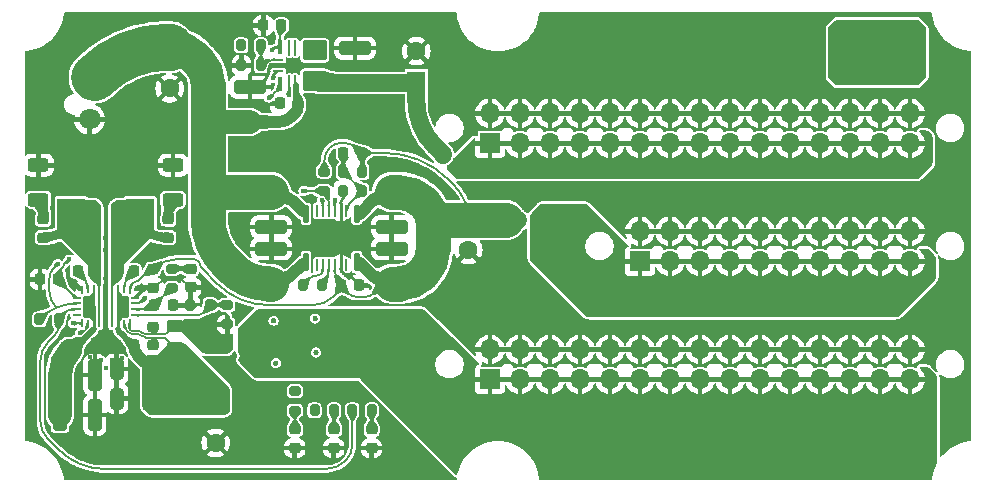
<source format=gbr>
%TF.GenerationSoftware,KiCad,Pcbnew,8.0.5*%
%TF.CreationDate,2024-12-13T17:50:09+01:00*%
%TF.ProjectId,BasePower,42617365-506f-4776-9572-2e6b69636164,rev?*%
%TF.SameCoordinates,Original*%
%TF.FileFunction,Copper,L1,Top*%
%TF.FilePolarity,Positive*%
%FSLAX46Y46*%
G04 Gerber Fmt 4.6, Leading zero omitted, Abs format (unit mm)*
G04 Created by KiCad (PCBNEW 8.0.5) date 2024-12-13 17:50:09*
%MOMM*%
%LPD*%
G01*
G04 APERTURE LIST*
G04 Aperture macros list*
%AMRoundRect*
0 Rectangle with rounded corners*
0 $1 Rounding radius*
0 $2 $3 $4 $5 $6 $7 $8 $9 X,Y pos of 4 corners*
0 Add a 4 corners polygon primitive as box body*
4,1,4,$2,$3,$4,$5,$6,$7,$8,$9,$2,$3,0*
0 Add four circle primitives for the rounded corners*
1,1,$1+$1,$2,$3*
1,1,$1+$1,$4,$5*
1,1,$1+$1,$6,$7*
1,1,$1+$1,$8,$9*
0 Add four rect primitives between the rounded corners*
20,1,$1+$1,$2,$3,$4,$5,0*
20,1,$1+$1,$4,$5,$6,$7,0*
20,1,$1+$1,$6,$7,$8,$9,0*
20,1,$1+$1,$8,$9,$2,$3,0*%
%AMFreePoly0*
4,1,29,1.175000,0.125000,1.750000,0.125000,1.769134,0.121194,1.785355,0.110355,1.796194,0.094134,1.800000,0.075000,1.800000,-0.075000,1.796194,-0.094134,1.785355,-0.110355,1.769134,-0.121194,1.750000,-0.125000,1.175000,-0.125000,1.175000,-0.165000,-1.175000,-0.165000,-1.175000,-0.125000,-1.750000,-0.125000,-1.769134,-0.121194,-1.785355,-0.110355,-1.796194,-0.094134,-1.800000,-0.075000,
-1.800000,0.075000,-1.796194,0.094134,-1.785355,0.110355,-1.769134,0.121194,-1.750000,0.125000,-1.175000,0.125000,-1.175000,0.165000,1.175000,0.165000,1.175000,0.125000,1.175000,0.125000,$1*%
G04 Aperture macros list end*
%TA.AperFunction,Conductor*%
%ADD10C,0.100000*%
%TD*%
%TA.AperFunction,EtchedComponent*%
%ADD11C,0.200000*%
%TD*%
%TA.AperFunction,SMDPad,CuDef*%
%ADD12RoundRect,0.218750X-0.218750X-0.256250X0.218750X-0.256250X0.218750X0.256250X-0.218750X0.256250X0*%
%TD*%
%TA.AperFunction,SMDPad,CuDef*%
%ADD13RoundRect,0.218750X-0.335876X-0.026517X-0.026517X-0.335876X0.335876X0.026517X0.026517X0.335876X0*%
%TD*%
%TA.AperFunction,SMDPad,CuDef*%
%ADD14RoundRect,0.250000X-1.100000X0.325000X-1.100000X-0.325000X1.100000X-0.325000X1.100000X0.325000X0*%
%TD*%
%TA.AperFunction,ComponentPad*%
%ADD15R,1.700000X1.700000*%
%TD*%
%TA.AperFunction,ComponentPad*%
%ADD16O,1.700000X1.700000*%
%TD*%
%TA.AperFunction,SMDPad,CuDef*%
%ADD17RoundRect,0.250000X-0.325000X-1.100000X0.325000X-1.100000X0.325000X1.100000X-0.325000X1.100000X0*%
%TD*%
%TA.AperFunction,SMDPad,CuDef*%
%ADD18RoundRect,0.218750X0.256250X-0.218750X0.256250X0.218750X-0.256250X0.218750X-0.256250X-0.218750X0*%
%TD*%
%TA.AperFunction,SMDPad,CuDef*%
%ADD19RoundRect,0.250000X-0.625000X0.312500X-0.625000X-0.312500X0.625000X-0.312500X0.625000X0.312500X0*%
%TD*%
%TA.AperFunction,SMDPad,CuDef*%
%ADD20RoundRect,0.225000X0.225000X0.250000X-0.225000X0.250000X-0.225000X-0.250000X0.225000X-0.250000X0*%
%TD*%
%TA.AperFunction,SMDPad,CuDef*%
%ADD21RoundRect,0.200000X-0.200000X-0.275000X0.200000X-0.275000X0.200000X0.275000X-0.200000X0.275000X0*%
%TD*%
%TA.AperFunction,SMDPad,CuDef*%
%ADD22RoundRect,0.200000X0.200000X0.275000X-0.200000X0.275000X-0.200000X-0.275000X0.200000X-0.275000X0*%
%TD*%
%TA.AperFunction,ComponentPad*%
%ADD23R,1.600000X1.600000*%
%TD*%
%TA.AperFunction,ComponentPad*%
%ADD24C,1.600000*%
%TD*%
%TA.AperFunction,SMDPad,CuDef*%
%ADD25RoundRect,0.225000X-0.225000X-0.250000X0.225000X-0.250000X0.225000X0.250000X-0.225000X0.250000X0*%
%TD*%
%TA.AperFunction,SMDPad,CuDef*%
%ADD26RoundRect,0.225000X-0.250000X0.225000X-0.250000X-0.225000X0.250000X-0.225000X0.250000X0.225000X0*%
%TD*%
%TA.AperFunction,SMDPad,CuDef*%
%ADD27RoundRect,0.100000X0.150000X-0.650000X0.150000X0.650000X-0.150000X0.650000X-0.150000X-0.650000X0*%
%TD*%
%TA.AperFunction,SMDPad,CuDef*%
%ADD28RoundRect,0.050000X0.075000X-0.450000X0.075000X0.450000X-0.075000X0.450000X-0.075000X-0.450000X0*%
%TD*%
%TA.AperFunction,SMDPad,CuDef*%
%ADD29RoundRect,0.043750X0.393750X-0.746250X0.393750X0.746250X-0.393750X0.746250X-0.393750X-0.746250X0*%
%TD*%
%TA.AperFunction,SMDPad,CuDef*%
%ADD30RoundRect,0.250000X0.325000X0.650000X-0.325000X0.650000X-0.325000X-0.650000X0.325000X-0.650000X0*%
%TD*%
%TA.AperFunction,SMDPad,CuDef*%
%ADD31RoundRect,0.250000X1.100000X-0.325000X1.100000X0.325000X-1.100000X0.325000X-1.100000X-0.325000X0*%
%TD*%
%TA.AperFunction,SMDPad,CuDef*%
%ADD32RoundRect,0.200000X0.275000X-0.200000X0.275000X0.200000X-0.275000X0.200000X-0.275000X-0.200000X0*%
%TD*%
%TA.AperFunction,SMDPad,CuDef*%
%ADD33R,2.413000X3.429000*%
%TD*%
%TA.AperFunction,ComponentPad*%
%ADD34C,1.800000*%
%TD*%
%TA.AperFunction,SMDPad,CuDef*%
%ADD35RoundRect,0.225000X0.250000X-0.225000X0.250000X0.225000X-0.250000X0.225000X-0.250000X-0.225000X0*%
%TD*%
%TA.AperFunction,SMDPad,CuDef*%
%ADD36RoundRect,0.250000X0.450000X-0.262500X0.450000X0.262500X-0.450000X0.262500X-0.450000X-0.262500X0*%
%TD*%
%TA.AperFunction,SMDPad,CuDef*%
%ADD37RoundRect,0.092500X0.092500X-0.520000X0.092500X0.520000X-0.092500X0.520000X-0.092500X-0.520000X0*%
%TD*%
%TA.AperFunction,SMDPad,CuDef*%
%ADD38RoundRect,0.062500X0.062500X-0.587500X0.062500X0.587500X-0.062500X0.587500X-0.062500X-0.587500X0*%
%TD*%
%TA.AperFunction,SMDPad,CuDef*%
%ADD39RoundRect,0.170000X0.855000X-0.680000X0.855000X0.680000X-0.855000X0.680000X-0.855000X-0.680000X0*%
%TD*%
%TA.AperFunction,SMDPad,CuDef*%
%ADD40RoundRect,0.062500X0.387500X-0.062500X0.387500X0.062500X-0.387500X0.062500X-0.387500X-0.062500X0*%
%TD*%
%TA.AperFunction,SMDPad,CuDef*%
%ADD41RoundRect,0.075000X0.735000X-0.075000X0.735000X0.075000X-0.735000X0.075000X-0.735000X-0.075000X0*%
%TD*%
%TA.AperFunction,SMDPad,CuDef*%
%ADD42RoundRect,0.050000X-0.300000X-0.075000X0.300000X-0.075000X0.300000X0.075000X-0.300000X0.075000X0*%
%TD*%
%TA.AperFunction,SMDPad,CuDef*%
%ADD43RoundRect,0.050000X0.075000X-0.325000X0.075000X0.325000X-0.075000X0.325000X-0.075000X-0.325000X0*%
%TD*%
%TA.AperFunction,SMDPad,CuDef*%
%ADD44RoundRect,0.050000X0.075000X-0.300000X0.075000X0.300000X-0.075000X0.300000X-0.075000X-0.300000X0*%
%TD*%
%TA.AperFunction,SMDPad,CuDef*%
%ADD45RoundRect,0.050000X0.075000X-1.750000X0.075000X1.750000X-0.075000X1.750000X-0.075000X-1.750000X0*%
%TD*%
%TA.AperFunction,SMDPad,CuDef*%
%ADD46FreePoly0,90.000000*%
%TD*%
%TA.AperFunction,SMDPad,CuDef*%
%ADD47RoundRect,0.200000X-0.275000X0.200000X-0.275000X-0.200000X0.275000X-0.200000X0.275000X0.200000X0*%
%TD*%
%TA.AperFunction,ViaPad*%
%ADD48C,0.450000*%
%TD*%
%TA.AperFunction,Conductor*%
%ADD49C,3.000000*%
%TD*%
%TA.AperFunction,Conductor*%
%ADD50C,1.500000*%
%TD*%
%TA.AperFunction,Conductor*%
%ADD51C,0.250000*%
%TD*%
%TA.AperFunction,Conductor*%
%ADD52C,0.200000*%
%TD*%
%TA.AperFunction,Conductor*%
%ADD53C,2.000000*%
%TD*%
%TA.AperFunction,Conductor*%
%ADD54C,1.000000*%
%TD*%
%TA.AperFunction,Conductor*%
%ADD55C,0.500000*%
%TD*%
%TA.AperFunction,Conductor*%
%ADD56C,4.000000*%
%TD*%
%TA.AperFunction,Conductor*%
%ADD57C,0.800000*%
%TD*%
%TA.AperFunction,Conductor*%
%ADD58C,0.150000*%
%TD*%
G04 APERTURE END LIST*
D10*
%TO.N,/12V Buck-Boost/VIN*%
X115700000Y-106300000D02*
X115400000Y-106000000D01*
X115000000Y-106000000D01*
X114900000Y-105900000D01*
X114900000Y-104300000D01*
X115000000Y-104200000D01*
X115400000Y-104200000D01*
X115700000Y-103900000D01*
X115700000Y-106300000D01*
%TA.AperFunction,Conductor*%
G36*
X115700000Y-106300000D02*
G01*
X115400000Y-106000000D01*
X115000000Y-106000000D01*
X114900000Y-105900000D01*
X114900000Y-104300000D01*
X115000000Y-104200000D01*
X115400000Y-104200000D01*
X115700000Y-103900000D01*
X115700000Y-106300000D01*
G37*
%TD.AperFunction*%
%TO.N,Net-(U1-ISP)*%
X118200000Y-104200000D02*
X118600000Y-104200000D01*
X118700000Y-104300000D01*
X118700000Y-105900000D01*
X118600000Y-106000000D01*
X118200000Y-106000000D01*
X117900000Y-106300000D01*
X117900000Y-103900000D01*
X118200000Y-104200000D01*
%TA.AperFunction,Conductor*%
G36*
X118200000Y-104200000D02*
G01*
X118600000Y-104200000D01*
X118700000Y-104300000D01*
X118700000Y-105900000D01*
X118600000Y-106000000D01*
X118200000Y-106000000D01*
X117900000Y-106300000D01*
X117900000Y-103900000D01*
X118200000Y-104200000D01*
G37*
%TD.AperFunction*%
D11*
%TD*%
%TO.C,REF\u002A\u002A*%
X186150000Y-81500000D02*
X186150000Y-85700000D01*
X185550000Y-86300000D01*
X178650000Y-86300000D01*
X178050000Y-85700000D01*
X178050000Y-81500000D01*
X178650000Y-80900000D01*
X185550000Y-80900000D01*
X186150000Y-81500000D01*
%TA.AperFunction,EtchedComponent*%
%TO.C,REF\u002A\u002A*%
G36*
X186150000Y-81500000D02*
G01*
X186150000Y-85700000D01*
X185550000Y-86300000D01*
X178650000Y-86300000D01*
X178050000Y-85700000D01*
X178050000Y-81500000D01*
X178650000Y-80900000D01*
X185550000Y-80900000D01*
X186150000Y-81500000D01*
G37*
%TD.AperFunction*%
%TD*%
D12*
%TO.P,F3,1*%
%TO.N,/12V Buck-Boost/12V*%
X127012500Y-108200000D03*
%TO.P,F3,2*%
%TO.N,Net-(J4-Pin_1)*%
X128587500Y-108200000D03*
%TD*%
%TO.P,F2,1*%
%TO.N,/12V Buck-Boost/5V*%
X151725000Y-97800000D03*
%TO.P,F2,2*%
%TO.N,Net-(J3-Pin_1)*%
X153300000Y-97800000D03*
%TD*%
D13*
%TO.P,F1,1*%
%TO.N,/3.3V Buck/3.3V*%
X145343153Y-92243153D03*
%TO.P,F1,2*%
%TO.N,Net-(J2-Pin_1)*%
X146456847Y-93356847D03*
%TD*%
D14*
%TO.P,C20,1*%
%TO.N,/12V Buck-Boost/5V*%
X141000000Y-95425000D03*
%TO.P,C20,2*%
%TO.N,GND*%
X141000000Y-98375000D03*
%TD*%
D15*
%TO.P,J2,1,Pin_1*%
%TO.N,Net-(J2-Pin_1)*%
X149325000Y-91275000D03*
D16*
%TO.P,J2,2,Pin_2*%
%TO.N,GND*%
X149325000Y-88735000D03*
%TO.P,J2,3,Pin_3*%
%TO.N,Net-(J2-Pin_1)*%
X151865000Y-91275000D03*
%TO.P,J2,4,Pin_4*%
%TO.N,GND*%
X151865000Y-88735000D03*
%TO.P,J2,5,Pin_5*%
%TO.N,Net-(J2-Pin_1)*%
X154405000Y-91275000D03*
%TO.P,J2,6,Pin_6*%
%TO.N,GND*%
X154405000Y-88735000D03*
%TO.P,J2,7,Pin_7*%
%TO.N,Net-(J2-Pin_1)*%
X156945000Y-91275000D03*
%TO.P,J2,8,Pin_8*%
%TO.N,GND*%
X156945000Y-88735000D03*
%TO.P,J2,9,Pin_9*%
%TO.N,Net-(J2-Pin_1)*%
X159485000Y-91275000D03*
%TO.P,J2,10,Pin_10*%
%TO.N,GND*%
X159485000Y-88735000D03*
%TO.P,J2,11,Pin_11*%
%TO.N,Net-(J2-Pin_1)*%
X162025000Y-91275000D03*
%TO.P,J2,12,Pin_12*%
%TO.N,GND*%
X162025000Y-88735000D03*
%TO.P,J2,13,Pin_13*%
%TO.N,Net-(J2-Pin_1)*%
X164565000Y-91275000D03*
%TO.P,J2,14,Pin_14*%
%TO.N,GND*%
X164565000Y-88735000D03*
%TO.P,J2,15,Pin_15*%
%TO.N,Net-(J2-Pin_1)*%
X167105000Y-91275000D03*
%TO.P,J2,16,Pin_16*%
%TO.N,GND*%
X167105000Y-88735000D03*
%TO.P,J2,17,Pin_17*%
%TO.N,Net-(J2-Pin_1)*%
X169645000Y-91275000D03*
%TO.P,J2,18,Pin_18*%
%TO.N,GND*%
X169645000Y-88735000D03*
%TO.P,J2,19,Pin_19*%
%TO.N,Net-(J2-Pin_1)*%
X172185000Y-91275000D03*
%TO.P,J2,20,Pin_20*%
%TO.N,GND*%
X172185000Y-88735000D03*
%TO.P,J2,21,Pin_21*%
%TO.N,Net-(J2-Pin_1)*%
X174725000Y-91275000D03*
%TO.P,J2,22,Pin_22*%
%TO.N,GND*%
X174725000Y-88735000D03*
%TO.P,J2,23,Pin_23*%
%TO.N,Net-(J2-Pin_1)*%
X177265000Y-91275000D03*
%TO.P,J2,24,Pin_24*%
%TO.N,GND*%
X177265000Y-88735000D03*
%TO.P,J2,25,Pin_25*%
%TO.N,Net-(J2-Pin_1)*%
X179805000Y-91275000D03*
%TO.P,J2,26,Pin_26*%
%TO.N,GND*%
X179805000Y-88735000D03*
%TO.P,J2,27,Pin_27*%
%TO.N,Net-(J2-Pin_1)*%
X182345000Y-91275000D03*
%TO.P,J2,28,Pin_28*%
%TO.N,GND*%
X182345000Y-88735000D03*
%TO.P,J2,29,Pin_29*%
%TO.N,Net-(J2-Pin_1)*%
X184885000Y-91275000D03*
%TO.P,J2,30,Pin_30*%
%TO.N,GND*%
X184885000Y-88735000D03*
%TD*%
D17*
%TO.P,C7,1*%
%TO.N,/12V Buck-Boost/VIN*%
X112925000Y-114300000D03*
%TO.P,C7,2*%
%TO.N,GND*%
X115875000Y-114300000D03*
%TD*%
D18*
%TO.P,D3,1,K*%
%TO.N,GND*%
X139300000Y-117087500D03*
%TO.P,D3,2,A*%
%TO.N,Net-(D3-A)*%
X139300000Y-115512500D03*
%TD*%
D19*
%TO.P,R4,1*%
%TO.N,GND*%
X111100000Y-93137500D03*
%TO.P,R4,2*%
%TO.N,Net-(C2-Pad1)*%
X111100000Y-96062500D03*
%TD*%
D20*
%TO.P,C27,1*%
%TO.N,/12V Buck-Boost/VIN*%
X133075000Y-87900000D03*
%TO.P,C27,2*%
%TO.N,GND*%
X131525000Y-87900000D03*
%TD*%
D18*
%TO.P,D1,1,K*%
%TO.N,GND*%
X132800000Y-117087500D03*
%TO.P,D1,2,A*%
%TO.N,Net-(D1-A)*%
X132800000Y-115512500D03*
%TD*%
D21*
%TO.P,R3,1*%
%TO.N,/12V Buck-Boost/PG*%
X137675000Y-113900000D03*
%TO.P,R3,2*%
%TO.N,Net-(D3-A)*%
X139325000Y-113900000D03*
%TD*%
D22*
%TO.P,R15,1*%
%TO.N,/12V Buck-Boost/5V*%
X138525000Y-93700000D03*
%TO.P,R15,2*%
%TO.N,Net-(U2-FB)*%
X136875000Y-93700000D03*
%TD*%
D23*
%TO.P,C1,1*%
%TO.N,/12V Buck-Boost/VIN*%
X122200000Y-83147349D03*
D24*
%TO.P,C1,2*%
%TO.N,GND*%
X122200000Y-86647349D03*
%TD*%
D25*
%TO.P,C5,1*%
%TO.N,Net-(U1-SW2)*%
X117625000Y-102100000D03*
%TO.P,C5,2*%
%TO.N,Net-(U1-BOOT2)*%
X119175000Y-102100000D03*
%TD*%
D26*
%TO.P,C3,1*%
%TO.N,Net-(C3-Pad1)*%
X122100000Y-97725000D03*
%TO.P,C3,2*%
%TO.N,Net-(U1-SW2)*%
X122100000Y-99275000D03*
%TD*%
D15*
%TO.P,J3,1,Pin_1*%
%TO.N,Net-(J3-Pin_1)*%
X162025000Y-101275000D03*
D16*
%TO.P,J3,2,Pin_2*%
%TO.N,GND*%
X162025000Y-98735000D03*
%TO.P,J3,3,Pin_3*%
%TO.N,Net-(J3-Pin_1)*%
X164565000Y-101275000D03*
%TO.P,J3,4,Pin_4*%
%TO.N,GND*%
X164565000Y-98735000D03*
%TO.P,J3,5,Pin_5*%
%TO.N,Net-(J3-Pin_1)*%
X167105000Y-101275000D03*
%TO.P,J3,6,Pin_6*%
%TO.N,GND*%
X167105000Y-98735000D03*
%TO.P,J3,7,Pin_7*%
%TO.N,Net-(J3-Pin_1)*%
X169645000Y-101275000D03*
%TO.P,J3,8,Pin_8*%
%TO.N,GND*%
X169645000Y-98735000D03*
%TO.P,J3,9,Pin_9*%
%TO.N,Net-(J3-Pin_1)*%
X172185000Y-101275000D03*
%TO.P,J3,10,Pin_10*%
%TO.N,GND*%
X172185000Y-98735000D03*
%TO.P,J3,11,Pin_11*%
%TO.N,Net-(J3-Pin_1)*%
X174725000Y-101275000D03*
%TO.P,J3,12,Pin_12*%
%TO.N,GND*%
X174725000Y-98735000D03*
%TO.P,J3,13,Pin_13*%
%TO.N,Net-(J3-Pin_1)*%
X177265000Y-101275000D03*
%TO.P,J3,14,Pin_14*%
%TO.N,GND*%
X177265000Y-98735000D03*
%TO.P,J3,15,Pin_15*%
%TO.N,Net-(J3-Pin_1)*%
X179805000Y-101275000D03*
%TO.P,J3,16,Pin_16*%
%TO.N,GND*%
X179805000Y-98735000D03*
%TO.P,J3,17,Pin_17*%
%TO.N,Net-(J3-Pin_1)*%
X182345000Y-101275000D03*
%TO.P,J3,18,Pin_18*%
%TO.N,GND*%
X182345000Y-98735000D03*
%TO.P,J3,19,Pin_19*%
%TO.N,Net-(J3-Pin_1)*%
X184885000Y-101275000D03*
%TO.P,J3,20,Pin_20*%
%TO.N,GND*%
X184885000Y-98735000D03*
%TD*%
D27*
%TO.P,U2,1,VIN1*%
%TO.N,/12V Buck-Boost/VIN*%
X133750000Y-101350000D03*
D28*
%TO.P,U2,2,SW*%
%TO.N,unconnected-(U2-SW-Pad2)*%
X134675000Y-101600000D03*
%TO.P,U2,3,CBOOT*%
%TO.N,Net-(U2-CBOOT)*%
X135175000Y-101600000D03*
%TO.P,U2,4,RBOOT*%
%TO.N,Net-(U2-RBOOT)*%
X135675000Y-101600000D03*
%TO.P,U2,5,VLDOIN*%
%TO.N,/12V Buck-Boost/5V*%
X136175000Y-101600000D03*
%TO.P,U2,6,AGND*%
%TO.N,GND*%
X136675000Y-101600000D03*
%TO.P,U2,7,VCC*%
%TO.N,unconnected-(U2-VCC-Pad7)*%
X137175000Y-101600000D03*
D27*
%TO.P,U2,8,VOUT1*%
%TO.N,/12V Buck-Boost/5V*%
X138050000Y-101350000D03*
%TO.P,U2,9,VOUT2*%
X138050000Y-97250000D03*
D28*
%TO.P,U2,10,FB*%
%TO.N,Net-(U2-FB)*%
X137175000Y-97000000D03*
%TO.P,U2,11,AGND*%
%TO.N,GND*%
X136675000Y-97000000D03*
%TO.P,U2,12,RT*%
%TO.N,Net-(U2-RT)*%
X136175000Y-97000000D03*
%TO.P,U2,13,PG*%
%TO.N,/5V Buck/5VPG*%
X135675000Y-97000000D03*
%TO.P,U2,14,EN*%
%TO.N,/3.3V Buck/PG*%
X135175000Y-97000000D03*
%TO.P,U2,15,NC*%
%TO.N,unconnected-(U2-NC-Pad15)*%
X134675000Y-97000000D03*
D27*
%TO.P,U2,16,VIN2*%
%TO.N,/12V Buck-Boost/VIN*%
X133750000Y-97250000D03*
D29*
%TO.P,U2,17,PGND*%
%TO.N,GND*%
X134287500Y-99300000D03*
%TO.P,U2,18,PGND*%
X135362500Y-99300000D03*
%TO.P,U2,19,PGND*%
X136437500Y-99300000D03*
%TO.P,U2,20,PGND*%
X137512500Y-99300000D03*
%TD*%
D30*
%TO.P,C11,1*%
%TO.N,Net-(U1-ISP)*%
X120675000Y-110400000D03*
%TO.P,C11,2*%
%TO.N,GND*%
X117725000Y-110400000D03*
%TD*%
D25*
%TO.P,C8,1*%
%TO.N,/12V Buck-Boost/VIN*%
X114425000Y-108200000D03*
%TO.P,C8,2*%
%TO.N,GND*%
X115975000Y-108200000D03*
%TD*%
D31*
%TO.P,C21,1*%
%TO.N,/12V Buck-Boost/5V*%
X141000000Y-103175000D03*
%TO.P,C21,2*%
%TO.N,GND*%
X141000000Y-100225000D03*
%TD*%
D32*
%TO.P,R11,1*%
%TO.N,Net-(U1-COMP)*%
X122400000Y-103550000D03*
%TO.P,R11,2*%
%TO.N,Net-(C18-Pad1)*%
X122400000Y-101900000D03*
%TD*%
D25*
%TO.P,C26,1*%
%TO.N,/12V Buck-Boost/5V*%
X136725000Y-103300000D03*
%TO.P,C26,2*%
%TO.N,GND*%
X138275000Y-103300000D03*
%TD*%
D21*
%TO.P,R22,1*%
%TO.N,/3.3V Buck/3.3V*%
X128275000Y-83000000D03*
%TO.P,R22,2*%
%TO.N,Net-(U3-FB{slash}BIAS)*%
X129925000Y-83000000D03*
%TD*%
D31*
%TO.P,C28,1*%
%TO.N,/3.3V Buck/3.3V*%
X137900000Y-86175001D03*
%TO.P,C28,2*%
%TO.N,GND*%
X137900000Y-83225001D03*
%TD*%
D19*
%TO.P,R5,1*%
%TO.N,GND*%
X122500000Y-93137500D03*
%TO.P,R5,2*%
%TO.N,Net-(C3-Pad1)*%
X122500000Y-96062500D03*
%TD*%
D22*
%TO.P,R24,1*%
%TO.N,Net-(U3-FB{slash}BIAS)*%
X129925000Y-84700000D03*
%TO.P,R24,2*%
%TO.N,GND*%
X128275000Y-84700000D03*
%TD*%
D33*
%TO.P,L1,1,1*%
%TO.N,Net-(U1-SW1)*%
X113879000Y-97700000D03*
%TO.P,L1,2,2*%
%TO.N,Net-(U1-SW2)*%
X119721000Y-97700000D03*
%TD*%
D21*
%TO.P,R2,1*%
%TO.N,/5V Buck/5VPG*%
X134475000Y-113900000D03*
%TO.P,R2,2*%
%TO.N,Net-(D2-A)*%
X136125000Y-113900000D03*
%TD*%
D20*
%TO.P,C19,1*%
%TO.N,/12V Buck-Boost/5V*%
X138475000Y-92100000D03*
%TO.P,C19,2*%
%TO.N,Net-(U2-FB)*%
X136925000Y-92100000D03*
%TD*%
D22*
%TO.P,R18,1*%
%TO.N,Net-(U2-FB)*%
X138525000Y-95300000D03*
%TO.P,R18,2*%
%TO.N,GND*%
X136875000Y-95300000D03*
%TD*%
D26*
%TO.P,C18,1*%
%TO.N,Net-(C18-Pad1)*%
X124000000Y-101925000D03*
%TO.P,C18,2*%
%TO.N,GND*%
X124000000Y-103475000D03*
%TD*%
D21*
%TO.P,R10,1*%
%TO.N,/12V Buck-Boost/5V*%
X111175000Y-106200000D03*
%TO.P,R10,2*%
%TO.N,/12V Buck-Boost/PG*%
X112825000Y-106200000D03*
%TD*%
D20*
%TO.P,C14,1*%
%TO.N,/5V Buck/5VPG*%
X112775000Y-102800000D03*
%TO.P,C14,2*%
%TO.N,GND*%
X111225000Y-102800000D03*
%TD*%
D34*
%TO.P,J1,1,Pin_1*%
%TO.N,/12V Buck-Boost/VIN*%
X115430000Y-86750000D03*
%TO.P,J1,2,Pin_2*%
%TO.N,GND*%
X115430000Y-89250000D03*
%TD*%
D32*
%TO.P,R9,1*%
%TO.N,/12V Buck-Boost/12V*%
X127100000Y-106625000D03*
%TO.P,R9,2*%
%TO.N,Net-(U1-FB)*%
X127100000Y-104975000D03*
%TD*%
D30*
%TO.P,C10,1*%
%TO.N,Net-(U1-ISP)*%
X120675000Y-112900000D03*
%TO.P,C10,2*%
%TO.N,GND*%
X117725000Y-112900000D03*
%TD*%
D23*
%TO.P,C12,1*%
%TO.N,Net-(U1-ISP)*%
X126100000Y-113147349D03*
D24*
%TO.P,C12,2*%
%TO.N,GND*%
X126100000Y-116647349D03*
%TD*%
D14*
%TO.P,C23,1*%
%TO.N,/12V Buck-Boost/VIN*%
X130800000Y-95425000D03*
%TO.P,C23,2*%
%TO.N,GND*%
X130800000Y-98375000D03*
%TD*%
D26*
%TO.P,C2,1*%
%TO.N,Net-(C2-Pad1)*%
X111500000Y-97725000D03*
%TO.P,C2,2*%
%TO.N,Net-(U1-SW1)*%
X111500000Y-99275000D03*
%TD*%
D35*
%TO.P,C13,1*%
%TO.N,Net-(U1-ISP)*%
X120800000Y-108375000D03*
%TO.P,C13,2*%
%TO.N,/12V Buck-Boost/12V*%
X120800000Y-106825000D03*
%TD*%
D36*
%TO.P,R8,1*%
%TO.N,Net-(U1-ISP)*%
X122700000Y-108612500D03*
%TO.P,R8,2*%
%TO.N,/12V Buck-Boost/12V*%
X122700000Y-106787500D03*
%TD*%
D20*
%TO.P,C4,1*%
%TO.N,Net-(U1-SW1)*%
X115975000Y-102100000D03*
%TO.P,C4,2*%
%TO.N,Net-(U1-BOOT1)*%
X114425000Y-102100000D03*
%TD*%
D31*
%TO.P,C24,1*%
%TO.N,/12V Buck-Boost/VIN*%
X130800000Y-103175000D03*
%TO.P,C24,2*%
%TO.N,GND*%
X130800000Y-100225000D03*
%TD*%
D20*
%TO.P,C9,1*%
%TO.N,Net-(U1-ISP)*%
X119175000Y-108400000D03*
%TO.P,C9,2*%
%TO.N,GND*%
X117625000Y-108400000D03*
%TD*%
D22*
%TO.P,R17,1*%
%TO.N,Net-(U2-RBOOT)*%
X135125000Y-103300000D03*
%TO.P,R17,2*%
%TO.N,Net-(U2-CBOOT)*%
X133475000Y-103300000D03*
%TD*%
D17*
%TO.P,C6,1*%
%TO.N,/12V Buck-Boost/VIN*%
X112925000Y-110900000D03*
%TO.P,C6,2*%
%TO.N,GND*%
X115875000Y-110900000D03*
%TD*%
D37*
%TO.P,U3,1,PGOOD*%
%TO.N,/3.3V Buck/PG*%
X131540000Y-86237501D03*
D38*
%TO.P,U3,2,EN*%
%TO.N,Net-(U3-EN)*%
X132350000Y-86200001D03*
%TO.P,U3,3,VIN*%
%TO.N,/12V Buck-Boost/VIN*%
X132850000Y-86200001D03*
D39*
%TO.P,U3,4,VOUT*%
%TO.N,/3.3V Buck/3.3V*%
X134495000Y-86000001D03*
%TO.P,U3,5,SW*%
%TO.N,unconnected-(U3-SW-Pad5)*%
X134495000Y-83400001D03*
D38*
%TO.P,U3,6,SW*%
%TO.N,unconnected-(U3-SW-Pad5)_1*%
X132850000Y-83200001D03*
%TO.P,U3,7,BOOT*%
%TO.N,unconnected-(U3-BOOT-Pad7)*%
X132350000Y-83200001D03*
D37*
%TO.P,U3,8,VCC*%
%TO.N,Net-(U3-RT{slash}MODE{slash}SYNC)*%
X131550000Y-83162501D03*
D40*
%TO.P,U3,9,FB/BIAS*%
%TO.N,Net-(U3-FB{slash}BIAS)*%
X131390000Y-84200001D03*
D41*
%TO.P,U3,10,GND*%
%TO.N,GND*%
X131750000Y-84700001D03*
D40*
%TO.P,U3,11,RT/MODE/SYNC*%
%TO.N,Net-(U3-RT{slash}MODE{slash}SYNC)*%
X131390000Y-85200001D03*
%TD*%
D25*
%TO.P,C16,1*%
%TO.N,Net-(U1-COMP)*%
X120900000Y-105000000D03*
%TO.P,C16,2*%
%TO.N,GND*%
X122450000Y-105000000D03*
%TD*%
D23*
%TO.P,C22,1*%
%TO.N,/12V Buck-Boost/5V*%
X147500000Y-97817620D03*
D24*
%TO.P,C22,2*%
%TO.N,GND*%
X147500000Y-100317620D03*
%TD*%
D31*
%TO.P,C30,1*%
%TO.N,/12V Buck-Boost/VIN*%
X129000000Y-89475000D03*
%TO.P,C30,2*%
%TO.N,GND*%
X129000000Y-86525000D03*
%TD*%
D18*
%TO.P,D2,1,K*%
%TO.N,GND*%
X136100000Y-117087500D03*
%TO.P,D2,2,A*%
%TO.N,Net-(D2-A)*%
X136100000Y-115512500D03*
%TD*%
D42*
%TO.P,U1,1,EN/UVLO*%
%TO.N,/5V Buck/5VPG*%
X114350000Y-104350000D03*
%TO.P,U1,2,MODE*%
%TO.N,/12V Buck-Boost/5V*%
X114350000Y-104850000D03*
%TO.P,U1,3,PG*%
%TO.N,/12V Buck-Boost/PG*%
X114350000Y-105350000D03*
%TO.P,U1,4,~{CC}*%
%TO.N,unconnected-(U1-~{CC}-Pad4)*%
X114350000Y-105850000D03*
D43*
%TO.P,U1,5,DITH/SYNC*%
%TO.N,Net-(U1-DITH{slash}SYNC)*%
X114760000Y-106525000D03*
D44*
%TO.P,U1,6,FSW*%
%TO.N,Net-(U1-FSW)*%
X115260000Y-106550000D03*
D45*
%TO.P,U1,7,VIN*%
%TO.N,/12V Buck-Boost/VIN*%
X115760000Y-105100000D03*
%TO.P,U1,8,SW1*%
%TO.N,Net-(U1-SW1)*%
X116260000Y-105100000D03*
D46*
%TO.P,U1,9,PGND*%
%TO.N,GND*%
X116800000Y-105100000D03*
D45*
%TO.P,U1,10,SW2*%
%TO.N,Net-(U1-SW2)*%
X117340000Y-105100000D03*
%TO.P,U1,11,VOUT*%
%TO.N,Net-(U1-ISP)*%
X117840000Y-105100000D03*
D44*
%TO.P,U1,12,ISP*%
X118340000Y-106550000D03*
D43*
%TO.P,U1,13,ISN*%
%TO.N,/12V Buck-Boost/12V*%
X118840000Y-106525000D03*
D42*
%TO.P,U1,14,FB*%
%TO.N,Net-(U1-FB)*%
X119250000Y-105850000D03*
%TO.P,U1,15,COMP*%
%TO.N,Net-(U1-COMP)*%
X119250000Y-105350000D03*
%TO.P,U1,16,CDC*%
%TO.N,Net-(U1-CDC)*%
X119250000Y-104850000D03*
%TO.P,U1,17,AGND*%
%TO.N,GND*%
X119250000Y-104350000D03*
D43*
%TO.P,U1,18,VCC*%
%TO.N,/12V Buck-Boost/5V*%
X118840000Y-103675000D03*
D44*
%TO.P,U1,19,BOOT2*%
%TO.N,Net-(U1-BOOT2)*%
X118340000Y-103650000D03*
%TO.P,U1,20,BOOT1*%
%TO.N,Net-(U1-BOOT1)*%
X115260000Y-103650000D03*
D43*
%TO.P,U1,21,EXTVCC*%
%TO.N,GND*%
X114760000Y-103675000D03*
%TD*%
D47*
%TO.P,R16,1*%
%TO.N,/12V Buck-Boost/5V*%
X135300000Y-93675000D03*
%TO.P,R16,2*%
%TO.N,/5V Buck/5VPG*%
X135300000Y-95325000D03*
%TD*%
D15*
%TO.P,J4,1,Pin_1*%
%TO.N,Net-(J4-Pin_1)*%
X149325000Y-111275000D03*
D16*
%TO.P,J4,2,Pin_2*%
%TO.N,GND*%
X149325000Y-108735000D03*
%TO.P,J4,3,Pin_3*%
%TO.N,Net-(J4-Pin_1)*%
X151865000Y-111275000D03*
%TO.P,J4,4,Pin_4*%
%TO.N,GND*%
X151865000Y-108735000D03*
%TO.P,J4,5,Pin_5*%
%TO.N,Net-(J4-Pin_1)*%
X154405000Y-111275000D03*
%TO.P,J4,6,Pin_6*%
%TO.N,GND*%
X154405000Y-108735000D03*
%TO.P,J4,7,Pin_7*%
%TO.N,Net-(J4-Pin_1)*%
X156945000Y-111275000D03*
%TO.P,J4,8,Pin_8*%
%TO.N,GND*%
X156945000Y-108735000D03*
%TO.P,J4,9,Pin_9*%
%TO.N,Net-(J4-Pin_1)*%
X159485000Y-111275000D03*
%TO.P,J4,10,Pin_10*%
%TO.N,GND*%
X159485000Y-108735000D03*
%TO.P,J4,11,Pin_11*%
%TO.N,Net-(J4-Pin_1)*%
X162025000Y-111275000D03*
%TO.P,J4,12,Pin_12*%
%TO.N,GND*%
X162025000Y-108735000D03*
%TO.P,J4,13,Pin_13*%
%TO.N,Net-(J4-Pin_1)*%
X164565000Y-111275000D03*
%TO.P,J4,14,Pin_14*%
%TO.N,GND*%
X164565000Y-108735000D03*
%TO.P,J4,15,Pin_15*%
%TO.N,Net-(J4-Pin_1)*%
X167105000Y-111275000D03*
%TO.P,J4,16,Pin_16*%
%TO.N,GND*%
X167105000Y-108735000D03*
%TO.P,J4,17,Pin_17*%
%TO.N,Net-(J4-Pin_1)*%
X169645000Y-111275000D03*
%TO.P,J4,18,Pin_18*%
%TO.N,GND*%
X169645000Y-108735000D03*
%TO.P,J4,19,Pin_19*%
%TO.N,Net-(J4-Pin_1)*%
X172185000Y-111275000D03*
%TO.P,J4,20,Pin_20*%
%TO.N,GND*%
X172185000Y-108735000D03*
%TO.P,J4,21,Pin_21*%
%TO.N,Net-(J4-Pin_1)*%
X174725000Y-111275000D03*
%TO.P,J4,22,Pin_22*%
%TO.N,GND*%
X174725000Y-108735000D03*
%TO.P,J4,23,Pin_23*%
%TO.N,Net-(J4-Pin_1)*%
X177265000Y-111275000D03*
%TO.P,J4,24,Pin_24*%
%TO.N,GND*%
X177265000Y-108735000D03*
%TO.P,J4,25,Pin_25*%
%TO.N,Net-(J4-Pin_1)*%
X179805000Y-111275000D03*
%TO.P,J4,26,Pin_26*%
%TO.N,GND*%
X179805000Y-108735000D03*
%TO.P,J4,27,Pin_27*%
%TO.N,Net-(J4-Pin_1)*%
X182345000Y-111275000D03*
%TO.P,J4,28,Pin_28*%
%TO.N,GND*%
X182345000Y-108735000D03*
%TO.P,J4,29,Pin_29*%
%TO.N,Net-(J4-Pin_1)*%
X184885000Y-111275000D03*
%TO.P,J4,30,Pin_30*%
%TO.N,GND*%
X184885000Y-108735000D03*
%TD*%
D26*
%TO.P,C15,1*%
%TO.N,/12V Buck-Boost/5V*%
X120800000Y-101950000D03*
%TO.P,C15,2*%
%TO.N,GND*%
X120800000Y-103500000D03*
%TD*%
D47*
%TO.P,R1,1*%
%TO.N,/3.3V Buck/PG*%
X132800000Y-112275000D03*
%TO.P,R1,2*%
%TO.N,Net-(D1-A)*%
X132800000Y-113925000D03*
%TD*%
D22*
%TO.P,R12,1*%
%TO.N,Net-(U1-FB)*%
X125600000Y-105000000D03*
%TO.P,R12,2*%
%TO.N,GND*%
X123950000Y-105000000D03*
%TD*%
D20*
%TO.P,C32,1*%
%TO.N,Net-(U3-RT{slash}MODE{slash}SYNC)*%
X131675000Y-81300000D03*
%TO.P,C32,2*%
%TO.N,GND*%
X130125000Y-81300000D03*
%TD*%
D23*
%TO.P,C29,1*%
%TO.N,/3.3V Buck/3.3V*%
X143100000Y-85982380D03*
D24*
%TO.P,C29,2*%
%TO.N,GND*%
X143100000Y-83482380D03*
%TD*%
D48*
%TO.N,GND*%
X137200000Y-83200000D03*
X140800000Y-92900000D03*
X117300000Y-109600000D03*
X136200000Y-98800000D03*
X136900000Y-98200000D03*
X139300000Y-117075000D03*
X115900000Y-113600000D03*
X127900000Y-105900000D03*
X137700000Y-99300000D03*
X141700000Y-98400000D03*
X116800000Y-105100000D03*
X116800000Y-104500000D03*
X115900000Y-115000000D03*
X129200000Y-113690000D03*
X115500000Y-109400000D03*
X117725000Y-110400000D03*
X131200000Y-109900000D03*
X137300000Y-99800000D03*
X134600000Y-98200000D03*
X115325000Y-93700000D03*
X133400000Y-100000000D03*
X121620000Y-98490000D03*
X134900000Y-112100000D03*
X134530000Y-106120000D03*
X116800000Y-110300000D03*
X134600000Y-109000000D03*
X118200000Y-109500000D03*
X116800000Y-103900000D03*
X116800000Y-102100000D03*
X114130000Y-103160000D03*
X138500000Y-99300000D03*
X116800000Y-99300000D03*
X121130000Y-99970000D03*
X133200000Y-84700000D03*
X116030000Y-108140000D03*
X133450000Y-98650000D03*
X135200000Y-99800000D03*
X136900000Y-100400000D03*
X134100000Y-92400000D03*
X132600000Y-85100000D03*
X133900000Y-84700000D03*
X127700000Y-109300000D03*
X132800000Y-117075000D03*
X145600000Y-95200000D03*
X138300000Y-98600000D03*
X118200000Y-108800000D03*
X134100000Y-99800000D03*
X131000000Y-106300000D03*
X116800000Y-92200000D03*
X140300000Y-98400000D03*
X136100000Y-117075000D03*
X116800000Y-108900000D03*
X111225000Y-102800000D03*
X137300000Y-98800000D03*
X117500000Y-108800000D03*
X131500000Y-100200000D03*
X117310000Y-107870000D03*
X135800000Y-98200000D03*
X134600000Y-84700000D03*
X116000000Y-108800000D03*
X116800000Y-100300000D03*
X140300000Y-100200000D03*
X116800000Y-106900000D03*
X127800000Y-97600000D03*
X129600000Y-91600000D03*
X132000000Y-93600000D03*
X132000000Y-84700000D03*
X123370000Y-99700000D03*
X130100000Y-98400000D03*
X116800000Y-105700000D03*
X118275000Y-93700000D03*
X115900000Y-110200000D03*
X120800000Y-103500000D03*
X141700000Y-100200000D03*
X138600000Y-83200000D03*
X135800000Y-100400000D03*
X131525000Y-87900000D03*
X135600000Y-99300000D03*
X130100000Y-100200000D03*
X136200000Y-99800000D03*
X130125000Y-81300000D03*
X134100000Y-98800000D03*
X116800000Y-102700000D03*
X128800000Y-99100000D03*
X117725000Y-112900000D03*
X132700000Y-90800000D03*
X134500000Y-99300000D03*
X116800000Y-107500000D03*
X131500000Y-98400000D03*
X129700000Y-86500000D03*
X130800000Y-84700000D03*
X133500000Y-99300000D03*
X136875000Y-95300000D03*
X128275000Y-84700000D03*
X136600000Y-99300000D03*
X132600000Y-84300000D03*
X128300000Y-86500000D03*
X131400000Y-84700000D03*
X116800000Y-103300000D03*
X116400000Y-109600000D03*
X116800000Y-106300000D03*
X135200000Y-98800000D03*
X138300000Y-100000000D03*
X134600000Y-100400000D03*
X117800000Y-108200000D03*
X135300000Y-84700000D03*
X115900000Y-111600000D03*
X116800000Y-108200000D03*
%TO.N,/12V Buck-Boost/VIN*%
X112700000Y-110300000D03*
X115100000Y-105700000D03*
X112700000Y-115300000D03*
X115600000Y-105900000D03*
X113300000Y-110000000D03*
X112700000Y-111300000D03*
X115100000Y-104500000D03*
X113200000Y-111800000D03*
X115600000Y-105400000D03*
X112700000Y-113300000D03*
X113200000Y-110800000D03*
X112700000Y-114300000D03*
X113200000Y-112800000D03*
X115600000Y-104800000D03*
X115600000Y-104300000D03*
X115100000Y-105100000D03*
X112700000Y-112300000D03*
X113200000Y-114800000D03*
X131400000Y-89475000D03*
X113200000Y-113800000D03*
%TO.N,Net-(U1-SW1)*%
X115175000Y-97100000D03*
%TO.N,Net-(U1-SW2)*%
X120210000Y-96430000D03*
%TO.N,Net-(U1-ISP)*%
X118500000Y-104500000D03*
X118000000Y-104800000D03*
X118000000Y-104300000D03*
X118000000Y-105400000D03*
X118500000Y-105100000D03*
X118000000Y-105900000D03*
X118500000Y-105700000D03*
%TO.N,/5V Buck/5VPG*%
X133530000Y-95320000D03*
X134475000Y-113900000D03*
X113720000Y-101120000D03*
%TO.N,/12V Buck-Boost/5V*%
X120800000Y-101950000D03*
X112720000Y-101480000D03*
%TO.N,Net-(U1-DITH{slash}SYNC)*%
X114000000Y-106520000D03*
%TO.N,/3.3V Buck/PG*%
X130580000Y-87420000D03*
X132800000Y-112262500D03*
X135110000Y-96090000D03*
%TO.N,/3.3V Buck/3.3V*%
X128275000Y-83000000D03*
%TO.N,Net-(U3-EN)*%
X132270000Y-87240000D03*
%TO.N,Net-(U3-RT{slash}MODE{slash}SYNC)*%
X130830000Y-83360000D03*
X130950000Y-85760000D03*
%TO.N,Net-(U1-FSW)*%
X114630000Y-107320000D03*
%TO.N,Net-(U1-CDC)*%
X120100000Y-104425000D03*
%TO.N,Net-(U2-RT)*%
X136210000Y-96090000D03*
%TD*%
D49*
%TO.N,/12V Buck-Boost/5V*%
X147542538Y-97800000D02*
G75*
G03*
X147499972Y-97817592I-38J-60200D01*
G01*
D50*
X151725000Y-97800000D02*
X150660000Y-97800000D01*
D49*
X150660000Y-97800000D02*
X147542538Y-97800000D01*
D50*
%TO.N,/3.3V Buck/3.3V*%
X145343153Y-92217252D02*
X144669747Y-91543846D01*
X143090000Y-87730000D02*
X143090000Y-86006522D01*
X145343153Y-92243153D02*
X145343153Y-92217252D01*
X144669747Y-91543846D02*
G75*
G02*
X143090002Y-87730000I3813853J3813846D01*
G01*
X143090000Y-86006522D02*
G75*
G02*
X143099998Y-85982378I34100J22D01*
G01*
D51*
%TO.N,GND*%
X136875000Y-95902241D02*
X136875000Y-95300000D01*
X136675000Y-97000000D02*
X136675000Y-96366923D01*
X136675000Y-101600000D02*
X136675000Y-101946508D01*
X114563682Y-103593683D02*
X114130000Y-103160000D01*
X137150000Y-102410000D02*
X137169025Y-102410927D01*
D52*
X120898248Y-103401751D02*
X120800000Y-103500000D01*
X119250000Y-104350000D02*
X119254437Y-104350000D01*
D51*
X130340000Y-85780000D02*
X130015729Y-86104271D01*
X137148995Y-102410000D02*
X137150000Y-102410000D01*
X137539300Y-102564300D02*
X138275000Y-103300000D01*
X136740000Y-96210000D02*
X136753688Y-96195114D01*
X130354645Y-85765354D02*
X130340000Y-85780000D01*
X130800000Y-84700000D02*
X130779706Y-84720294D01*
X136675000Y-101600000D02*
X136675000Y-99873375D01*
X130610000Y-85130000D02*
X130610000Y-85148874D01*
D52*
X119520000Y-104240000D02*
X119878162Y-103881838D01*
X122450000Y-105000000D02*
X123950000Y-105000000D01*
X124000000Y-103475000D02*
X124000000Y-104879290D01*
D51*
X136780000Y-102200000D02*
X136877573Y-102297573D01*
D52*
X124000000Y-103475000D02*
X123774724Y-103249724D01*
D51*
X136675000Y-97000000D02*
X136675000Y-98726625D01*
X136675000Y-99873375D02*
G75*
G03*
X136437493Y-99300007I-810900J-25D01*
G01*
X136877573Y-102297573D02*
G75*
G03*
X137148995Y-102410018I271427J271373D01*
G01*
X137169025Y-102410927D02*
G75*
G02*
X137539293Y-102564307I-25J-523673D01*
G01*
X136675000Y-101946508D02*
G75*
G03*
X136780002Y-102199998I358500J8D01*
G01*
D52*
X122520000Y-102730000D02*
G75*
G03*
X120898249Y-103401752I0J-2293500D01*
G01*
D51*
X136675000Y-96366923D02*
G75*
G02*
X136739993Y-96209993I221900J23D01*
G01*
D52*
X119878162Y-103881838D02*
G75*
G02*
X120800000Y-103500007I921838J-921862D01*
G01*
D51*
X136753688Y-96195114D02*
G75*
G03*
X136875025Y-95902241I-292888J292914D01*
G01*
D52*
X123774724Y-103249724D02*
G75*
G03*
X122520000Y-102729986I-1254724J-1254676D01*
G01*
X119254437Y-104350000D02*
G75*
G03*
X119519989Y-104239989I-37J375600D01*
G01*
X124000000Y-104879290D02*
G75*
G02*
X123950003Y-105000003I-170700J-10D01*
G01*
D51*
X114760000Y-103675000D02*
G75*
G02*
X114563690Y-103593675I0J277600D01*
G01*
X130610000Y-85148874D02*
G75*
G02*
X130354651Y-85765360I-871800J-26D01*
G01*
X136675000Y-98726625D02*
G75*
G02*
X136437493Y-99299993I-810900J25D01*
G01*
X130015729Y-86104271D02*
G75*
G02*
X129000000Y-86524987I-1015729J1015771D01*
G01*
X130779706Y-84720294D02*
G75*
G03*
X130609997Y-85130000I409694J-409706D01*
G01*
D49*
%TO.N,/12V Buck-Boost/VIN*%
X125460000Y-86309411D02*
X125460000Y-89500000D01*
D53*
X112925000Y-114300000D02*
X112925000Y-110900000D01*
D49*
X130578296Y-103175000D02*
X130800000Y-103175000D01*
X124329358Y-84029358D02*
X124647243Y-84347243D01*
X125460000Y-89500000D02*
X125460000Y-95400000D01*
X127020000Y-101440000D02*
X127465735Y-101885735D01*
D54*
X113773528Y-108851472D02*
X114425000Y-108200000D01*
X131400000Y-89475000D02*
X131437391Y-89475000D01*
D55*
X114723743Y-108076256D02*
X115760000Y-107040000D01*
D54*
X129000000Y-89475000D02*
X131400000Y-89475000D01*
X132635140Y-96185140D02*
X133490000Y-97040000D01*
D53*
X129000000Y-89475000D02*
X125520355Y-89475000D01*
D51*
X115760000Y-107040000D02*
X115760000Y-105100000D01*
D54*
X115860000Y-85710000D02*
X115779935Y-85793098D01*
X115430000Y-86637915D02*
X115430000Y-86750000D01*
D51*
X132892426Y-86302425D02*
X132930000Y-86340000D01*
D49*
X125460000Y-95400000D02*
X125460000Y-97673827D01*
D54*
X132560000Y-89010000D02*
X132806862Y-88763138D01*
D49*
X130800000Y-95425000D02*
X125520355Y-95425000D01*
D56*
X122200000Y-83147349D02*
X122046786Y-83147349D01*
D55*
X132930000Y-87549940D02*
X132930000Y-86340000D01*
D54*
X133075000Y-88115796D02*
X133075000Y-87900000D01*
X132515643Y-102464358D02*
X133490000Y-101490000D01*
D55*
X133575356Y-97075355D02*
X133750000Y-97250000D01*
X133694853Y-101405147D02*
X133750000Y-101350000D01*
D49*
X124647243Y-84347243D02*
G75*
G02*
X125459999Y-86309411I-1962143J-1962157D01*
G01*
D55*
X114425000Y-108200000D02*
G75*
G03*
X114723746Y-108076259I0J422500D01*
G01*
D54*
X115779935Y-85793098D02*
G75*
G03*
X115429996Y-86637915I844765J-844802D01*
G01*
X131437391Y-89475000D02*
G75*
G03*
X132560003Y-89010003I9J1587600D01*
G01*
D49*
X122200000Y-83147349D02*
G75*
G02*
X124329355Y-84029361I0J-3011351D01*
G01*
D55*
X133075000Y-87900000D02*
G75*
G02*
X132929984Y-87549940I350100J350100D01*
G01*
X133490000Y-101490000D02*
G75*
G03*
X133694852Y-101405146I0J289700D01*
G01*
D53*
X125520355Y-89475000D02*
G75*
G03*
X125460013Y-89500013I45J-85400D01*
G01*
D54*
X130800000Y-95425000D02*
G75*
G02*
X132635144Y-96185136I0J-2595300D01*
G01*
D51*
X132850000Y-86200001D02*
G75*
G03*
X132892436Y-86302415I144800J1D01*
G01*
D54*
X130800000Y-103175000D02*
G75*
G03*
X132515646Y-102464361I0J2426300D01*
G01*
D49*
X125520355Y-95425000D02*
G75*
G02*
X125460013Y-95399987I45J85400D01*
G01*
D56*
X122046786Y-83147349D02*
G75*
G03*
X115860004Y-85710004I14J-8749451D01*
G01*
D49*
X127465735Y-101885735D02*
G75*
G03*
X130578296Y-103175010I3112565J3112535D01*
G01*
D54*
X132806862Y-88763138D02*
G75*
G03*
X133074991Y-88115796I-647362J647338D01*
G01*
D55*
X133490000Y-97040000D02*
G75*
G02*
X133575353Y-97075358I0J-120700D01*
G01*
D49*
X125460000Y-97673827D02*
G75*
G03*
X127020008Y-101439992I5326200J27D01*
G01*
D53*
X112925000Y-110900000D02*
G75*
G02*
X113773519Y-108851463I2897100J0D01*
G01*
D52*
%TO.N,Net-(U1-BOOT1)*%
X114754419Y-102429418D02*
X114425000Y-102100000D01*
X115260000Y-103650000D02*
G75*
G03*
X114754426Y-102429411I-1726200J0D01*
G01*
D57*
%TO.N,Net-(U1-SW1)*%
X111500000Y-99275000D02*
X111546559Y-99275000D01*
X113609592Y-98350407D02*
X113490000Y-98470000D01*
X111546559Y-99275000D02*
G75*
G03*
X113490012Y-98470012I41J2748400D01*
G01*
X113879000Y-97700000D02*
G75*
G02*
X113609589Y-98350404I-919800J0D01*
G01*
%TO.N,Net-(U1-SW2)*%
X121921015Y-99275000D02*
X122100000Y-99275000D01*
X119721000Y-97700000D02*
X119721000Y-97705724D01*
X120050000Y-98500000D02*
G75*
G03*
X121921015Y-99274994I1871000J1871000D01*
G01*
X119721000Y-97705724D02*
G75*
G03*
X120050007Y-98499993I1123300J24D01*
G01*
D52*
%TO.N,Net-(U1-BOOT2)*%
X118845581Y-102429418D02*
X119175000Y-102100000D01*
X118340000Y-103650000D02*
G75*
G02*
X118845574Y-102429411I1726200J0D01*
G01*
D51*
%TO.N,Net-(U1-ISP)*%
X117840000Y-107020000D02*
X117840000Y-105100000D01*
D58*
X118460000Y-106830000D02*
X118460000Y-106835442D01*
D55*
X119012825Y-108332825D02*
X118230000Y-107550000D01*
D58*
X120800000Y-108375000D02*
X120800000Y-107730000D01*
D54*
X119528553Y-109253554D02*
X120675000Y-110400000D01*
D58*
X120226984Y-107730000D02*
X120800000Y-107730000D01*
X121928870Y-107841370D02*
X122700000Y-108612500D01*
X120800000Y-107730000D02*
X121660000Y-107730000D01*
X119050416Y-107440000D02*
X119526863Y-107440000D01*
X118340000Y-106550000D02*
X118346862Y-106556862D01*
D55*
X118134853Y-107454853D02*
X117938995Y-107258995D01*
X118230000Y-107550000D02*
X118134853Y-107454853D01*
X117938995Y-107258995D02*
G75*
G02*
X117840003Y-107020000I239005J238995D01*
G01*
D58*
X118640000Y-107270000D02*
G75*
G03*
X119050416Y-107439993I410400J410400D01*
G01*
X119720000Y-107520000D02*
G75*
G03*
X120226984Y-107730006I507000J507000D01*
G01*
X118460000Y-106835442D02*
G75*
G03*
X118640012Y-107269988I614600J42D01*
G01*
D54*
X119175000Y-108400000D02*
G75*
G03*
X119528555Y-109253552I1207100J0D01*
G01*
D58*
X119526863Y-107440000D02*
G75*
G02*
X119720011Y-107519989I37J-273100D01*
G01*
D55*
X119175000Y-108400000D02*
G75*
G02*
X119012815Y-108332835I0J229400D01*
G01*
D58*
X121660000Y-107730000D02*
G75*
G02*
X121928862Y-107841378I0J-380200D01*
G01*
X118346862Y-106556862D02*
G75*
G02*
X118459992Y-106830000I-273162J-273138D01*
G01*
%TO.N,/12V Buck-Boost/12V*%
X118740000Y-106766421D02*
X118740000Y-106870000D01*
X119870229Y-107292624D02*
X119900000Y-107320000D01*
X121940000Y-107390000D02*
X122431130Y-106898870D01*
X120800000Y-106825000D02*
X120800000Y-107460000D01*
X118817782Y-107057781D02*
X118820000Y-107060000D01*
X118820000Y-107060000D02*
X118843885Y-107083885D01*
X120237989Y-107460000D02*
X120800000Y-107460000D01*
X119051785Y-107170000D02*
X119574189Y-107170000D01*
X120800000Y-107460000D02*
X121771006Y-107460000D01*
X118740000Y-106870000D02*
G75*
G03*
X118817774Y-107057789I265600J0D01*
G01*
X122431130Y-106898870D02*
G75*
G02*
X122700000Y-106787489I268870J-268830D01*
G01*
X119900000Y-107320000D02*
G75*
G03*
X120237989Y-107460004I338000J338000D01*
G01*
X118843885Y-107083885D02*
G75*
G03*
X119051785Y-107170015I207915J207885D01*
G01*
X119574189Y-107170000D02*
G75*
G02*
X119870242Y-107292611I11J-418700D01*
G01*
X121771006Y-107460000D02*
G75*
G03*
X121939999Y-107389999I-6J239000D01*
G01*
X118840000Y-106525000D02*
G75*
G03*
X118740009Y-106766421I241400J-241400D01*
G01*
D52*
%TO.N,/5V Buck/5VPG*%
X113862426Y-103992426D02*
X112849247Y-102979247D01*
X114128076Y-104258076D02*
X113862426Y-103992426D01*
X113294723Y-101545276D02*
X113720000Y-101120000D01*
X133530000Y-95320000D02*
X135287929Y-95320000D01*
X135675000Y-97000000D02*
X135675000Y-96230330D01*
X135287929Y-95320000D02*
X135300000Y-95325000D01*
X114350000Y-104350000D02*
G75*
G02*
X114128086Y-104258066I0J313800D01*
G01*
X135675000Y-96230330D02*
G75*
G03*
X135300009Y-95324991I-1280300J30D01*
G01*
X112775000Y-102800000D02*
G75*
G02*
X113294713Y-101545266I1774500J0D01*
G01*
X112849247Y-102979247D02*
G75*
G02*
X112775002Y-102800000I179253J179247D01*
G01*
%TO.N,/12V Buck-Boost/5V*%
X135300000Y-93675000D02*
X135300000Y-92756396D01*
X124700294Y-101350295D02*
X124590000Y-101240000D01*
X124191005Y-101070000D02*
X122924507Y-101070000D01*
D54*
X139506281Y-96043718D02*
X138310000Y-97240000D01*
D52*
X136812253Y-91230000D02*
X136852721Y-91230000D01*
X118840000Y-103520302D02*
X118840000Y-103675000D01*
X119771213Y-102718787D02*
X119594351Y-102895649D01*
X138475000Y-92100000D02*
X140349736Y-92100000D01*
X136175000Y-101600000D02*
X136175000Y-101972183D01*
D49*
X141604132Y-103175000D02*
X141000000Y-103175000D01*
D52*
X136509332Y-103820667D02*
X136050000Y-104280000D01*
X112452548Y-101747451D02*
X112720000Y-101480000D01*
X126210000Y-103160000D02*
X124912427Y-101862427D01*
X124590000Y-101240000D02*
X124581924Y-101231924D01*
X138044263Y-104280000D02*
X138780000Y-104280000D01*
X138525000Y-93700000D02*
X138525000Y-92220710D01*
D55*
X138050000Y-97250000D02*
X138285858Y-97250000D01*
D52*
X119000000Y-103200000D02*
X118951015Y-103252289D01*
X111175000Y-106200000D02*
X111234530Y-106140470D01*
D49*
X147500000Y-97817620D02*
X145543023Y-97817620D01*
D52*
X134335909Y-104990000D02*
X130628010Y-104990000D01*
D49*
X144540000Y-98233086D02*
X144540000Y-99670884D01*
D55*
X138310000Y-101430000D02*
X138243137Y-101430000D01*
D52*
X138136941Y-91761942D02*
X138475000Y-92100000D01*
D49*
X144540000Y-99670884D02*
X144540000Y-100118924D01*
D54*
X139386784Y-102506784D02*
X138310000Y-101430000D01*
D52*
X139496985Y-103983015D02*
X139813561Y-103666439D01*
X120356152Y-102133848D02*
X119771213Y-102718787D01*
X119099290Y-103100711D02*
X119000000Y-103200000D01*
D49*
X141000000Y-95425000D02*
X141526853Y-95425000D01*
D52*
X112000000Y-103739180D02*
X112000000Y-103070000D01*
X136799246Y-103479246D02*
X137285858Y-103965858D01*
X145830000Y-94370000D02*
X146243033Y-94783033D01*
X112000000Y-103070000D02*
X112000000Y-102840000D01*
X122924507Y-101070000D02*
G75*
G03*
X120799998Y-101949998I-7J-3004500D01*
G01*
X138525000Y-92220710D02*
G75*
G03*
X138475003Y-92099997I-170700J10D01*
G01*
X136725000Y-103300000D02*
G75*
G02*
X136509325Y-103820660I-736300J0D01*
G01*
X112608692Y-105208692D02*
G75*
G02*
X112000013Y-103739180I1469508J1469492D01*
G01*
D54*
X141000000Y-103175000D02*
G75*
G02*
X139386791Y-102506777I0J2281400D01*
G01*
D52*
X124870000Y-101760000D02*
G75*
G03*
X124700292Y-101350297I-579400J0D01*
G01*
D55*
X138243137Y-101430000D02*
G75*
G02*
X138049989Y-101350011I-37J273100D01*
G01*
D52*
X140349736Y-92100000D02*
G75*
G02*
X145829990Y-94370010I-36J-7750300D01*
G01*
X135300000Y-92756396D02*
G75*
G02*
X135750001Y-91670001I1536400J-4D01*
G01*
X119270000Y-103030000D02*
G75*
G03*
X119099294Y-103100715I0J-241400D01*
G01*
D49*
X144540000Y-100118924D02*
G75*
G02*
X143619993Y-102339993I-3141100J24D01*
G01*
D52*
X111234530Y-106140470D02*
G75*
G02*
X114350000Y-104849988I3115470J-3115430D01*
G01*
X146243033Y-94783033D02*
G75*
G02*
X147499972Y-97817620I-3034633J-3034567D01*
G01*
X136175000Y-101972183D02*
G75*
G03*
X136724995Y-103300005I1877800J-17D01*
G01*
X120800000Y-101950000D02*
G75*
G03*
X120356151Y-102133847I0J-627700D01*
G01*
X124581924Y-101231924D02*
G75*
G03*
X124191005Y-101069984I-390924J-390876D01*
G01*
D49*
X143620000Y-102340000D02*
G75*
G02*
X141604132Y-103175013I-2015900J2015900D01*
G01*
D55*
X138285858Y-97250000D02*
G75*
G03*
X138310012Y-97240012I42J34100D01*
G01*
D52*
X135750000Y-91670000D02*
G75*
G02*
X136812253Y-91229952I1062300J-1062200D01*
G01*
D49*
X141526853Y-95425000D02*
G75*
G02*
X143760035Y-96349965I47J-3158200D01*
G01*
D52*
X136852721Y-91230000D02*
G75*
G02*
X138136939Y-91761944I-21J-1816200D01*
G01*
D54*
X141000000Y-95425000D02*
G75*
G03*
X139506289Y-96043726I0J-2112400D01*
G01*
D52*
X138780000Y-104280000D02*
G75*
G03*
X139496991Y-103983021I0J1014000D01*
G01*
X118951015Y-103252289D02*
G75*
G03*
X118839994Y-103520302I267985J-268011D01*
G01*
X130628010Y-104990000D02*
G75*
G02*
X126209997Y-103160003I-10J6248000D01*
G01*
X112000000Y-102840000D02*
G75*
G02*
X112452548Y-101747451I1545100J0D01*
G01*
D49*
X145543023Y-97817620D02*
G75*
G03*
X144539990Y-98233076I-23J-1418480D01*
G01*
D52*
X119594351Y-102895649D02*
G75*
G02*
X119270000Y-103030000I-324351J324349D01*
G01*
X136725000Y-103300000D02*
G75*
G03*
X136799244Y-103479248I253500J0D01*
G01*
X139813561Y-103666439D02*
G75*
G02*
X141000000Y-103175006I1186439J-1186461D01*
G01*
D49*
X143760000Y-96350000D02*
G75*
G02*
X144540006Y-98233086I-1883100J-1883100D01*
G01*
D52*
X137285858Y-103965858D02*
G75*
G03*
X138044263Y-104280040I758442J758358D01*
G01*
X124912427Y-101862427D02*
G75*
G02*
X124869985Y-101760000I102373J102427D01*
G01*
X136050000Y-104280000D02*
G75*
G02*
X134335909Y-104990003I-1714100J1714100D01*
G01*
%TO.N,Net-(U1-COMP)*%
X119250000Y-105350000D02*
X120055026Y-105350000D01*
X122314644Y-103585355D02*
X120900000Y-105000000D01*
X120055026Y-105350000D02*
G75*
G03*
X120899993Y-104999993I-26J1195000D01*
G01*
X122400000Y-103550000D02*
G75*
G03*
X122314647Y-103585358I0J-120700D01*
G01*
%TO.N,Net-(U1-DITH{slash}SYNC)*%
X114000000Y-106520000D02*
X114747929Y-106520000D01*
X114747929Y-106520000D02*
X114760000Y-106525000D01*
D57*
%TO.N,Net-(C2-Pad1)*%
X111500000Y-97725000D02*
X111500000Y-97028185D01*
X111500000Y-97028185D02*
G75*
G03*
X111099996Y-96062504I-1365700J-15D01*
G01*
D52*
%TO.N,Net-(U2-FB)*%
X137422487Y-96402512D02*
X138525000Y-95300000D01*
X136925000Y-92100000D02*
X136925000Y-93579290D01*
X136960356Y-93735355D02*
X138525000Y-95300000D01*
X137175000Y-97000000D02*
G75*
G02*
X137422482Y-96402507I845000J0D01*
G01*
X136925000Y-93579290D02*
G75*
G02*
X136875003Y-93700003I-170700J-10D01*
G01*
X136875000Y-93700000D02*
G75*
G02*
X136960353Y-93735358I0J-120700D01*
G01*
%TO.N,/3.3V Buck/PG*%
X131311959Y-86788041D02*
X131260000Y-86840000D01*
X131260000Y-86840000D02*
X131148285Y-86951715D01*
X135175000Y-97000000D02*
X135175000Y-96246923D01*
X131148285Y-86951715D02*
X130750711Y-87349289D01*
X131540000Y-86237501D02*
G75*
G02*
X131311962Y-86788044I-778600J1D01*
G01*
X130750711Y-87349289D02*
G75*
G02*
X130580000Y-87420006I-170711J170689D01*
G01*
X135175000Y-96246923D02*
G75*
G03*
X135110007Y-96089993I-221900J23D01*
G01*
D50*
%TO.N,/3.3V Buck/3.3V*%
X134917487Y-86175001D02*
X137900000Y-86175001D01*
X140000000Y-86175001D02*
X142634972Y-86175001D01*
X137900000Y-86175001D02*
X140000000Y-86175001D01*
X134495000Y-86000001D02*
G75*
G03*
X134917487Y-86175006I422500J422501D01*
G01*
X142634972Y-86175001D02*
G75*
G03*
X143100025Y-85982405I28J657701D01*
G01*
D52*
%TO.N,Net-(U3-EN)*%
X132350000Y-86200001D02*
X132350000Y-87046863D01*
X132350000Y-87046863D02*
G75*
G02*
X132270011Y-87240011I-273100J-37D01*
G01*
%TO.N,Net-(U3-RT{slash}MODE{slash}SYNC)*%
X130950000Y-85717279D02*
X130950000Y-85760000D01*
X131390000Y-85200001D02*
X131347276Y-85200001D01*
X131130000Y-85290000D02*
X131124853Y-85295147D01*
X131550000Y-83162501D02*
X131550000Y-81601776D01*
X131306804Y-83162501D02*
X131550000Y-83162501D01*
X130830000Y-83360000D02*
G75*
G02*
X131306804Y-83162503I476800J-476800D01*
G01*
X131347276Y-85200001D02*
G75*
G03*
X131130007Y-85290007I24J-307299D01*
G01*
X131550000Y-81601776D02*
G75*
G02*
X131675007Y-81300007I426800J-24D01*
G01*
X131124853Y-85295147D02*
G75*
G03*
X130949990Y-85717279I422147J-422153D01*
G01*
%TO.N,Net-(D1-A)*%
X132800000Y-113925000D02*
X132800000Y-115512500D01*
%TO.N,Net-(D2-A)*%
X136125000Y-113900000D02*
X136125000Y-115452145D01*
X136125000Y-115452145D02*
G75*
G02*
X136099987Y-115512487I-85400J45D01*
G01*
%TO.N,Net-(D3-A)*%
X139325000Y-113900000D02*
X139325000Y-115452145D01*
X139325000Y-115452145D02*
G75*
G02*
X139299987Y-115512487I-85400J45D01*
G01*
%TO.N,/12V Buck-Boost/PG*%
X114350000Y-105350000D02*
X113967695Y-105350000D01*
X112825000Y-106200000D02*
X112825000Y-106628934D01*
X112424731Y-107595269D02*
X111946569Y-108073431D01*
X111890000Y-116300000D02*
X112830725Y-117240725D01*
X113340000Y-105610000D02*
X112878033Y-106071967D01*
X137675000Y-116771828D02*
X137675000Y-113900000D01*
X111250000Y-109755097D02*
X111250000Y-114754904D01*
X116740000Y-118860000D02*
X135410051Y-118860000D01*
X112825000Y-106628934D02*
G75*
G02*
X112424713Y-107595251I-1366600J34D01*
G01*
X137100000Y-118160000D02*
G75*
G03*
X137675011Y-116771828I-1388200J1388200D01*
G01*
X112830725Y-117240725D02*
G75*
G03*
X116740000Y-118859985I3909275J3909325D01*
G01*
X135410051Y-118860000D02*
G75*
G03*
X137100014Y-118160014I49J2389900D01*
G01*
X113967695Y-105350000D02*
G75*
G03*
X113340001Y-105610001I5J-887700D01*
G01*
X111946569Y-108073431D02*
G75*
G03*
X111249988Y-109755097I1681631J-1681669D01*
G01*
X112878033Y-106071967D02*
G75*
G03*
X112825010Y-106200000I128067J-128033D01*
G01*
X111250000Y-114754904D02*
G75*
G03*
X111890001Y-116299999I2185100J4D01*
G01*
%TO.N,Net-(U1-FB)*%
X119250000Y-105850000D02*
X124413310Y-105850000D01*
X125508076Y-105221924D02*
X125210000Y-105520000D01*
X127100000Y-104975000D02*
X125660355Y-104975000D01*
X125660355Y-104975000D02*
G75*
G03*
X125600013Y-105000013I45J-85400D01*
G01*
X125600000Y-105000000D02*
G75*
G02*
X125508066Y-105221914I-313800J0D01*
G01*
X124413310Y-105850000D02*
G75*
G03*
X125209997Y-105519997I-10J1126700D01*
G01*
%TO.N,Net-(U1-FSW)*%
X115260000Y-106625442D02*
X115260000Y-106550000D01*
X114954351Y-107185650D02*
X115080000Y-107060000D01*
X114630000Y-107320000D02*
G75*
G03*
X114954350Y-107185649I0J458700D01*
G01*
X115080000Y-107060000D02*
G75*
G03*
X115260017Y-106625442I-434600J434600D01*
G01*
%TO.N,Net-(U1-CDC)*%
X119975521Y-104549480D02*
X120100000Y-104425000D01*
X119250000Y-104850000D02*
G75*
G03*
X119975512Y-104549471I0J1026000D01*
G01*
%TO.N,Net-(U2-RBOOT)*%
X135675000Y-101972183D02*
X135675000Y-101600000D01*
X135125000Y-103300000D02*
G75*
G03*
X135674993Y-101972183I-1327800J1327800D01*
G01*
%TO.N,Net-(U2-CBOOT)*%
X135080000Y-102300000D02*
X135037279Y-102342721D01*
X134004479Y-102770520D02*
X133475000Y-103300000D01*
X135175000Y-101600000D02*
X135175000Y-102070650D01*
X135175000Y-102070650D02*
G75*
G02*
X135079985Y-102299985I-324400J50D01*
G01*
X134730000Y-102470000D02*
G75*
G03*
X134004488Y-102770529I0J-1026000D01*
G01*
X135037279Y-102342721D02*
G75*
G02*
X134730000Y-102469988I-307279J307321D01*
G01*
%TO.N,Net-(U2-RT)*%
X136175000Y-97000000D02*
X136175000Y-96174497D01*
X136175000Y-96174497D02*
G75*
G02*
X136210001Y-96090001I119500J-3D01*
G01*
%TO.N,Net-(U3-FB{slash}BIAS)*%
X129925000Y-83000000D02*
X129925000Y-84700000D01*
X131390000Y-84200001D02*
X131132104Y-84200001D01*
X131132104Y-84200001D02*
G75*
G03*
X129924999Y-84699999I-4J-1707099D01*
G01*
D57*
%TO.N,Net-(C3-Pad1)*%
X122100000Y-97725000D02*
X122100000Y-97028185D01*
X122100000Y-97028185D02*
G75*
G02*
X122500004Y-96062504I1365700J-15D01*
G01*
D52*
%TO.N,Net-(C18-Pad1)*%
X122400000Y-101900000D02*
X123939645Y-101900000D01*
X123939645Y-101900000D02*
G75*
G02*
X123999987Y-101925013I-45J-85400D01*
G01*
%TD*%
%TA.AperFunction,Conductor*%
%TO.N,Net-(J2-Pin_1)*%
G36*
X186197701Y-90200633D02*
G01*
X186312646Y-90215765D01*
X186331303Y-90220765D01*
X186433893Y-90263259D01*
X186450617Y-90272914D01*
X186542604Y-90343498D01*
X186549874Y-90349874D01*
X186650125Y-90450125D01*
X186656502Y-90457396D01*
X186727084Y-90549380D01*
X186736740Y-90566106D01*
X186779234Y-90668696D01*
X186784234Y-90687355D01*
X186799367Y-90802298D01*
X186800000Y-90811957D01*
X186800000Y-92888042D01*
X186799367Y-92897701D01*
X186784234Y-93012644D01*
X186779234Y-93031303D01*
X186736740Y-93133893D01*
X186727081Y-93150624D01*
X186656507Y-93242597D01*
X186650125Y-93249874D01*
X185749874Y-94150125D01*
X185742597Y-94156507D01*
X185650624Y-94227081D01*
X185633893Y-94236740D01*
X185531303Y-94279234D01*
X185512644Y-94284234D01*
X185397701Y-94299367D01*
X185388042Y-94300000D01*
X146711958Y-94300000D01*
X146702299Y-94299367D01*
X146587355Y-94284234D01*
X146568696Y-94279234D01*
X146466106Y-94236740D01*
X146449380Y-94227084D01*
X146357396Y-94156502D01*
X146350125Y-94150125D01*
X145844848Y-93644848D01*
X145838466Y-93637570D01*
X145770620Y-93549151D01*
X145760961Y-93532422D01*
X145720180Y-93433969D01*
X145715180Y-93415309D01*
X145701271Y-93309654D01*
X145701271Y-93290345D01*
X145715181Y-93184685D01*
X145720178Y-93166034D01*
X145733568Y-93133709D01*
X145773615Y-93093663D01*
X145793384Y-93085475D01*
X145949061Y-92981455D01*
X146081455Y-92849061D01*
X146185475Y-92693384D01*
X146235606Y-92572357D01*
X146251639Y-92548360D01*
X147948675Y-90851324D01*
X148001000Y-90829651D01*
X148053326Y-90851325D01*
X148075000Y-90903651D01*
X148075000Y-91075000D01*
X148863120Y-91075000D01*
X148859075Y-91082007D01*
X148825000Y-91209174D01*
X148825000Y-91340826D01*
X148859075Y-91467993D01*
X148863120Y-91475000D01*
X148075001Y-91475000D01*
X148075001Y-92156482D01*
X148089834Y-92250148D01*
X148089835Y-92250149D01*
X148147360Y-92363046D01*
X148236953Y-92452639D01*
X148349850Y-92510164D01*
X148443518Y-92524999D01*
X149125000Y-92524999D01*
X149125000Y-91736879D01*
X149132007Y-91740925D01*
X149259174Y-91775000D01*
X149390826Y-91775000D01*
X149517993Y-91740925D01*
X149525000Y-91736879D01*
X149525000Y-92524999D01*
X150206481Y-92524999D01*
X150300148Y-92510165D01*
X150300149Y-92510164D01*
X150413046Y-92452639D01*
X150502639Y-92363046D01*
X150560164Y-92250149D01*
X150560164Y-92250148D01*
X150575000Y-92156481D01*
X150575000Y-91800130D01*
X150596674Y-91747804D01*
X150649000Y-91726130D01*
X150701326Y-91747804D01*
X150716067Y-91768856D01*
X150778334Y-91902388D01*
X150903785Y-92081551D01*
X151058448Y-92236214D01*
X151237611Y-92361665D01*
X151435846Y-92454104D01*
X151647106Y-92510711D01*
X151647113Y-92510712D01*
X151665000Y-92512277D01*
X151665000Y-91736879D01*
X151672007Y-91740925D01*
X151799174Y-91775000D01*
X151930826Y-91775000D01*
X152057993Y-91740925D01*
X152065000Y-91736879D01*
X152065000Y-92512276D01*
X152082886Y-92510712D01*
X152082893Y-92510711D01*
X152294153Y-92454104D01*
X152492388Y-92361665D01*
X152671551Y-92236214D01*
X152826214Y-92081551D01*
X152951665Y-91902388D01*
X153044101Y-91704158D01*
X153063521Y-91631685D01*
X153098000Y-91586752D01*
X153154153Y-91579359D01*
X153199086Y-91613838D01*
X153206479Y-91631685D01*
X153225898Y-91704158D01*
X153318334Y-91902388D01*
X153443785Y-92081551D01*
X153598448Y-92236214D01*
X153777611Y-92361665D01*
X153975846Y-92454104D01*
X154187106Y-92510711D01*
X154187113Y-92510712D01*
X154205000Y-92512277D01*
X154205000Y-91736879D01*
X154212007Y-91740925D01*
X154339174Y-91775000D01*
X154470826Y-91775000D01*
X154597993Y-91740925D01*
X154605000Y-91736879D01*
X154605000Y-92512276D01*
X154622886Y-92510712D01*
X154622893Y-92510711D01*
X154834153Y-92454104D01*
X155032388Y-92361665D01*
X155211551Y-92236214D01*
X155366214Y-92081551D01*
X155491665Y-91902388D01*
X155584101Y-91704158D01*
X155603521Y-91631685D01*
X155638000Y-91586752D01*
X155694153Y-91579359D01*
X155739086Y-91613838D01*
X155746479Y-91631685D01*
X155765898Y-91704158D01*
X155858334Y-91902388D01*
X155983785Y-92081551D01*
X156138448Y-92236214D01*
X156317611Y-92361665D01*
X156515846Y-92454104D01*
X156727106Y-92510711D01*
X156727113Y-92510712D01*
X156745000Y-92512277D01*
X156745000Y-91736879D01*
X156752007Y-91740925D01*
X156879174Y-91775000D01*
X157010826Y-91775000D01*
X157137993Y-91740925D01*
X157145000Y-91736879D01*
X157145000Y-92512276D01*
X157162886Y-92510712D01*
X157162893Y-92510711D01*
X157374153Y-92454104D01*
X157572388Y-92361665D01*
X157751551Y-92236214D01*
X157906214Y-92081551D01*
X158031665Y-91902388D01*
X158124101Y-91704158D01*
X158143521Y-91631685D01*
X158178000Y-91586752D01*
X158234153Y-91579359D01*
X158279086Y-91613838D01*
X158286479Y-91631685D01*
X158305898Y-91704158D01*
X158398334Y-91902388D01*
X158523785Y-92081551D01*
X158678448Y-92236214D01*
X158857611Y-92361665D01*
X159055846Y-92454104D01*
X159267106Y-92510711D01*
X159267113Y-92510712D01*
X159285000Y-92512277D01*
X159285000Y-91736879D01*
X159292007Y-91740925D01*
X159419174Y-91775000D01*
X159550826Y-91775000D01*
X159677993Y-91740925D01*
X159685000Y-91736879D01*
X159685000Y-92512277D01*
X159702886Y-92510712D01*
X159702893Y-92510711D01*
X159914153Y-92454104D01*
X160112388Y-92361665D01*
X160291551Y-92236214D01*
X160446214Y-92081551D01*
X160571665Y-91902388D01*
X160664101Y-91704158D01*
X160683521Y-91631685D01*
X160718000Y-91586752D01*
X160774153Y-91579359D01*
X160819086Y-91613838D01*
X160826479Y-91631685D01*
X160845898Y-91704158D01*
X160938334Y-91902388D01*
X161063785Y-92081551D01*
X161218448Y-92236214D01*
X161397611Y-92361665D01*
X161595846Y-92454104D01*
X161807106Y-92510711D01*
X161807113Y-92510712D01*
X161825000Y-92512277D01*
X161825000Y-91736879D01*
X161832007Y-91740925D01*
X161959174Y-91775000D01*
X162090826Y-91775000D01*
X162217993Y-91740925D01*
X162225000Y-91736879D01*
X162225000Y-92512277D01*
X162242886Y-92510712D01*
X162242893Y-92510711D01*
X162454153Y-92454104D01*
X162652388Y-92361665D01*
X162831551Y-92236214D01*
X162986214Y-92081551D01*
X163111665Y-91902388D01*
X163204101Y-91704158D01*
X163223521Y-91631685D01*
X163258000Y-91586752D01*
X163314153Y-91579359D01*
X163359086Y-91613838D01*
X163366479Y-91631685D01*
X163385898Y-91704158D01*
X163478334Y-91902388D01*
X163603785Y-92081551D01*
X163758448Y-92236214D01*
X163937611Y-92361665D01*
X164135846Y-92454104D01*
X164347106Y-92510711D01*
X164347113Y-92510712D01*
X164365000Y-92512277D01*
X164365000Y-91736879D01*
X164372007Y-91740925D01*
X164499174Y-91775000D01*
X164630826Y-91775000D01*
X164757993Y-91740925D01*
X164765000Y-91736879D01*
X164765000Y-92512277D01*
X164782886Y-92510712D01*
X164782893Y-92510711D01*
X164994153Y-92454104D01*
X165192388Y-92361665D01*
X165371551Y-92236214D01*
X165526214Y-92081551D01*
X165651665Y-91902388D01*
X165744101Y-91704158D01*
X165763521Y-91631685D01*
X165798000Y-91586752D01*
X165854153Y-91579359D01*
X165899086Y-91613838D01*
X165906479Y-91631685D01*
X165925898Y-91704158D01*
X166018334Y-91902388D01*
X166143785Y-92081551D01*
X166298448Y-92236214D01*
X166477611Y-92361665D01*
X166675846Y-92454104D01*
X166887106Y-92510711D01*
X166887113Y-92510712D01*
X166905000Y-92512277D01*
X166905000Y-91736879D01*
X166912007Y-91740925D01*
X167039174Y-91775000D01*
X167170826Y-91775000D01*
X167297993Y-91740925D01*
X167305000Y-91736879D01*
X167305000Y-92512276D01*
X167322886Y-92510712D01*
X167322893Y-92510711D01*
X167534153Y-92454104D01*
X167732388Y-92361665D01*
X167911551Y-92236214D01*
X168066214Y-92081551D01*
X168191665Y-91902388D01*
X168284101Y-91704158D01*
X168303521Y-91631685D01*
X168338000Y-91586752D01*
X168394153Y-91579359D01*
X168439086Y-91613838D01*
X168446479Y-91631685D01*
X168465898Y-91704158D01*
X168558334Y-91902388D01*
X168683785Y-92081551D01*
X168838448Y-92236214D01*
X169017611Y-92361665D01*
X169215846Y-92454104D01*
X169427106Y-92510711D01*
X169427113Y-92510712D01*
X169445000Y-92512277D01*
X169445000Y-91736879D01*
X169452007Y-91740925D01*
X169579174Y-91775000D01*
X169710826Y-91775000D01*
X169837993Y-91740925D01*
X169845000Y-91736879D01*
X169845000Y-92512276D01*
X169862886Y-92510712D01*
X169862893Y-92510711D01*
X170074153Y-92454104D01*
X170272388Y-92361665D01*
X170451551Y-92236214D01*
X170606214Y-92081551D01*
X170731665Y-91902388D01*
X170824101Y-91704158D01*
X170843521Y-91631685D01*
X170878000Y-91586752D01*
X170934153Y-91579359D01*
X170979086Y-91613838D01*
X170986479Y-91631685D01*
X171005898Y-91704158D01*
X171098334Y-91902388D01*
X171223785Y-92081551D01*
X171378448Y-92236214D01*
X171557611Y-92361665D01*
X171755846Y-92454104D01*
X171967106Y-92510711D01*
X171967113Y-92510712D01*
X171985000Y-92512277D01*
X171985000Y-91736879D01*
X171992007Y-91740925D01*
X172119174Y-91775000D01*
X172250826Y-91775000D01*
X172377993Y-91740925D01*
X172385000Y-91736879D01*
X172385000Y-92512276D01*
X172402886Y-92510712D01*
X172402893Y-92510711D01*
X172614153Y-92454104D01*
X172812388Y-92361665D01*
X172991551Y-92236214D01*
X173146214Y-92081551D01*
X173271665Y-91902388D01*
X173364101Y-91704158D01*
X173383521Y-91631685D01*
X173418000Y-91586752D01*
X173474153Y-91579359D01*
X173519086Y-91613838D01*
X173526479Y-91631685D01*
X173545898Y-91704158D01*
X173638334Y-91902388D01*
X173763785Y-92081551D01*
X173918448Y-92236214D01*
X174097611Y-92361665D01*
X174295846Y-92454104D01*
X174507106Y-92510711D01*
X174507113Y-92510712D01*
X174525000Y-92512277D01*
X174525000Y-91736879D01*
X174532007Y-91740925D01*
X174659174Y-91775000D01*
X174790826Y-91775000D01*
X174917993Y-91740925D01*
X174925000Y-91736879D01*
X174925000Y-92512276D01*
X174942886Y-92510712D01*
X174942893Y-92510711D01*
X175154153Y-92454104D01*
X175352388Y-92361665D01*
X175531551Y-92236214D01*
X175686214Y-92081551D01*
X175811665Y-91902388D01*
X175904101Y-91704158D01*
X175923521Y-91631685D01*
X175958000Y-91586752D01*
X176014153Y-91579359D01*
X176059086Y-91613838D01*
X176066479Y-91631685D01*
X176085898Y-91704158D01*
X176178334Y-91902388D01*
X176303785Y-92081551D01*
X176458448Y-92236214D01*
X176637611Y-92361665D01*
X176835846Y-92454104D01*
X177047106Y-92510711D01*
X177047113Y-92510712D01*
X177065000Y-92512277D01*
X177065000Y-91736879D01*
X177072007Y-91740925D01*
X177199174Y-91775000D01*
X177330826Y-91775000D01*
X177457993Y-91740925D01*
X177465000Y-91736879D01*
X177465000Y-92512276D01*
X177482886Y-92510712D01*
X177482893Y-92510711D01*
X177694153Y-92454104D01*
X177892388Y-92361665D01*
X178071551Y-92236214D01*
X178226214Y-92081551D01*
X178351665Y-91902388D01*
X178444101Y-91704158D01*
X178463521Y-91631685D01*
X178498000Y-91586752D01*
X178554153Y-91579359D01*
X178599086Y-91613838D01*
X178606479Y-91631685D01*
X178625898Y-91704158D01*
X178718334Y-91902388D01*
X178843785Y-92081551D01*
X178998448Y-92236214D01*
X179177611Y-92361665D01*
X179375846Y-92454104D01*
X179587106Y-92510711D01*
X179587113Y-92510712D01*
X179605000Y-92512277D01*
X179605000Y-91736879D01*
X179612007Y-91740925D01*
X179739174Y-91775000D01*
X179870826Y-91775000D01*
X179997993Y-91740925D01*
X180005000Y-91736879D01*
X180005000Y-92512276D01*
X180022886Y-92510712D01*
X180022893Y-92510711D01*
X180234153Y-92454104D01*
X180432388Y-92361665D01*
X180611551Y-92236214D01*
X180766214Y-92081551D01*
X180891665Y-91902388D01*
X180984101Y-91704158D01*
X181003521Y-91631685D01*
X181038000Y-91586752D01*
X181094153Y-91579359D01*
X181139086Y-91613838D01*
X181146479Y-91631685D01*
X181165898Y-91704158D01*
X181258334Y-91902388D01*
X181383785Y-92081551D01*
X181538448Y-92236214D01*
X181717611Y-92361665D01*
X181915846Y-92454104D01*
X182127106Y-92510711D01*
X182127113Y-92510712D01*
X182145000Y-92512277D01*
X182145000Y-91736879D01*
X182152007Y-91740925D01*
X182279174Y-91775000D01*
X182410826Y-91775000D01*
X182537993Y-91740925D01*
X182545000Y-91736879D01*
X182545000Y-92512276D01*
X182562886Y-92510712D01*
X182562893Y-92510711D01*
X182774153Y-92454104D01*
X182972388Y-92361665D01*
X183151551Y-92236214D01*
X183306214Y-92081551D01*
X183431665Y-91902388D01*
X183524101Y-91704158D01*
X183543521Y-91631685D01*
X183578000Y-91586752D01*
X183634153Y-91579359D01*
X183679086Y-91613838D01*
X183686479Y-91631685D01*
X183705898Y-91704158D01*
X183798334Y-91902388D01*
X183923785Y-92081551D01*
X184078448Y-92236214D01*
X184257611Y-92361665D01*
X184455846Y-92454104D01*
X184667106Y-92510711D01*
X184667113Y-92510712D01*
X184685000Y-92512277D01*
X184685000Y-91736879D01*
X184692007Y-91740925D01*
X184819174Y-91775000D01*
X184950826Y-91775000D01*
X185077993Y-91740925D01*
X185085000Y-91736879D01*
X185085000Y-92512276D01*
X185102886Y-92510712D01*
X185102893Y-92510711D01*
X185314153Y-92454104D01*
X185512388Y-92361665D01*
X185691551Y-92236214D01*
X185846214Y-92081551D01*
X185971665Y-91902388D01*
X186064104Y-91704153D01*
X186120711Y-91492893D01*
X186120712Y-91492886D01*
X186122277Y-91475000D01*
X185346880Y-91475000D01*
X185350925Y-91467993D01*
X185385000Y-91340826D01*
X185385000Y-91209174D01*
X185350925Y-91082007D01*
X185346880Y-91075000D01*
X186122277Y-91075000D01*
X186120712Y-91057113D01*
X186120711Y-91057106D01*
X186064105Y-90845849D01*
X186064100Y-90845838D01*
X185971665Y-90647612D01*
X185846212Y-90468445D01*
X185704092Y-90326326D01*
X185682418Y-90274000D01*
X185704092Y-90221674D01*
X185756418Y-90200000D01*
X186188042Y-90200000D01*
X186197701Y-90200633D01*
G37*
%TD.AperFunction*%
%TA.AperFunction,Conductor*%
G36*
X153132018Y-91075000D02*
G01*
X153134838Y-91075000D01*
X153134838Y-91076024D01*
X153135162Y-91076142D01*
X153135162Y-91075000D01*
X153943120Y-91075000D01*
X153939075Y-91082007D01*
X153905000Y-91209174D01*
X153905000Y-91340826D01*
X153939075Y-91467993D01*
X153943120Y-91475000D01*
X153138306Y-91475000D01*
X153138062Y-91475113D01*
X153137754Y-91475000D01*
X153135162Y-91475000D01*
X153135162Y-91474050D01*
X153134838Y-91473931D01*
X153134838Y-91475000D01*
X152326880Y-91475000D01*
X152330925Y-91467993D01*
X152365000Y-91340826D01*
X152365000Y-91209174D01*
X152330925Y-91082007D01*
X152326880Y-91075000D01*
X153131504Y-91075000D01*
X153131729Y-91074895D01*
X153132018Y-91075000D01*
G37*
%TD.AperFunction*%
%TA.AperFunction,Conductor*%
G36*
X155672018Y-91075000D02*
G01*
X155674838Y-91075000D01*
X155674838Y-91076024D01*
X155675162Y-91076142D01*
X155675162Y-91075000D01*
X156483120Y-91075000D01*
X156479075Y-91082007D01*
X156445000Y-91209174D01*
X156445000Y-91340826D01*
X156479075Y-91467993D01*
X156483120Y-91475000D01*
X155678306Y-91475000D01*
X155678062Y-91475113D01*
X155677754Y-91475000D01*
X155675162Y-91475000D01*
X155675162Y-91474050D01*
X155674838Y-91473931D01*
X155674838Y-91475000D01*
X154866880Y-91475000D01*
X154870925Y-91467993D01*
X154905000Y-91340826D01*
X154905000Y-91209174D01*
X154870925Y-91082007D01*
X154866880Y-91075000D01*
X155671504Y-91075000D01*
X155671729Y-91074895D01*
X155672018Y-91075000D01*
G37*
%TD.AperFunction*%
%TA.AperFunction,Conductor*%
G36*
X158212018Y-91075000D02*
G01*
X158214838Y-91075000D01*
X158214838Y-91076024D01*
X158215162Y-91076142D01*
X158215162Y-91075000D01*
X159023120Y-91075000D01*
X159019075Y-91082007D01*
X158985000Y-91209174D01*
X158985000Y-91340826D01*
X159019075Y-91467993D01*
X159023120Y-91475000D01*
X158218306Y-91475000D01*
X158218062Y-91475113D01*
X158217754Y-91475000D01*
X158215162Y-91475000D01*
X158215162Y-91474050D01*
X158214838Y-91473931D01*
X158214838Y-91475000D01*
X157406880Y-91475000D01*
X157410925Y-91467993D01*
X157445000Y-91340826D01*
X157445000Y-91209174D01*
X157410925Y-91082007D01*
X157406880Y-91075000D01*
X158211504Y-91075000D01*
X158211729Y-91074895D01*
X158212018Y-91075000D01*
G37*
%TD.AperFunction*%
%TA.AperFunction,Conductor*%
G36*
X160752018Y-91075000D02*
G01*
X160754838Y-91075000D01*
X160754838Y-91076024D01*
X160755162Y-91076142D01*
X160755162Y-91075000D01*
X161563120Y-91075000D01*
X161559075Y-91082007D01*
X161525000Y-91209174D01*
X161525000Y-91340826D01*
X161559075Y-91467993D01*
X161563120Y-91475000D01*
X160758306Y-91475000D01*
X160758062Y-91475113D01*
X160757754Y-91475000D01*
X160755162Y-91475000D01*
X160755162Y-91474050D01*
X160754838Y-91473931D01*
X160754838Y-91475000D01*
X159946880Y-91475000D01*
X159950925Y-91467993D01*
X159985000Y-91340826D01*
X159985000Y-91209174D01*
X159950925Y-91082007D01*
X159946880Y-91075000D01*
X160751504Y-91075000D01*
X160751729Y-91074895D01*
X160752018Y-91075000D01*
G37*
%TD.AperFunction*%
%TA.AperFunction,Conductor*%
G36*
X163292018Y-91075000D02*
G01*
X163294838Y-91075000D01*
X163294838Y-91076024D01*
X163295162Y-91076142D01*
X163295162Y-91075000D01*
X164103120Y-91075000D01*
X164099075Y-91082007D01*
X164065000Y-91209174D01*
X164065000Y-91340826D01*
X164099075Y-91467993D01*
X164103120Y-91475000D01*
X163298306Y-91475000D01*
X163298062Y-91475113D01*
X163297754Y-91475000D01*
X163295162Y-91475000D01*
X163295162Y-91474050D01*
X163294838Y-91473931D01*
X163294838Y-91475000D01*
X162486880Y-91475000D01*
X162490925Y-91467993D01*
X162525000Y-91340826D01*
X162525000Y-91209174D01*
X162490925Y-91082007D01*
X162486880Y-91075000D01*
X163291504Y-91075000D01*
X163291729Y-91074895D01*
X163292018Y-91075000D01*
G37*
%TD.AperFunction*%
%TA.AperFunction,Conductor*%
G36*
X165832018Y-91075000D02*
G01*
X165834838Y-91075000D01*
X165834838Y-91076024D01*
X165835162Y-91076142D01*
X165835162Y-91075000D01*
X166643120Y-91075000D01*
X166639075Y-91082007D01*
X166605000Y-91209174D01*
X166605000Y-91340826D01*
X166639075Y-91467993D01*
X166643120Y-91475000D01*
X165838306Y-91475000D01*
X165838062Y-91475113D01*
X165837754Y-91475000D01*
X165835162Y-91475000D01*
X165835162Y-91474050D01*
X165834838Y-91473931D01*
X165834838Y-91475000D01*
X165026880Y-91475000D01*
X165030925Y-91467993D01*
X165065000Y-91340826D01*
X165065000Y-91209174D01*
X165030925Y-91082007D01*
X165026880Y-91075000D01*
X165831504Y-91075000D01*
X165831729Y-91074895D01*
X165832018Y-91075000D01*
G37*
%TD.AperFunction*%
%TA.AperFunction,Conductor*%
G36*
X168372018Y-91075000D02*
G01*
X168374838Y-91075000D01*
X168374838Y-91076024D01*
X168375162Y-91076142D01*
X168375162Y-91075000D01*
X169183120Y-91075000D01*
X169179075Y-91082007D01*
X169145000Y-91209174D01*
X169145000Y-91340826D01*
X169179075Y-91467993D01*
X169183120Y-91475000D01*
X168378306Y-91475000D01*
X168378062Y-91475113D01*
X168377754Y-91475000D01*
X168375162Y-91475000D01*
X168375162Y-91474050D01*
X168374838Y-91473931D01*
X168374838Y-91475000D01*
X167566880Y-91475000D01*
X167570925Y-91467993D01*
X167605000Y-91340826D01*
X167605000Y-91209174D01*
X167570925Y-91082007D01*
X167566880Y-91075000D01*
X168371504Y-91075000D01*
X168371729Y-91074895D01*
X168372018Y-91075000D01*
G37*
%TD.AperFunction*%
%TA.AperFunction,Conductor*%
G36*
X170912018Y-91075000D02*
G01*
X170914838Y-91075000D01*
X170914838Y-91076024D01*
X170915162Y-91076142D01*
X170915162Y-91075000D01*
X171723120Y-91075000D01*
X171719075Y-91082007D01*
X171685000Y-91209174D01*
X171685000Y-91340826D01*
X171719075Y-91467993D01*
X171723120Y-91475000D01*
X170918306Y-91475000D01*
X170918062Y-91475113D01*
X170917754Y-91475000D01*
X170915162Y-91475000D01*
X170915162Y-91474050D01*
X170914838Y-91473931D01*
X170914838Y-91475000D01*
X170106880Y-91475000D01*
X170110925Y-91467993D01*
X170145000Y-91340826D01*
X170145000Y-91209174D01*
X170110925Y-91082007D01*
X170106880Y-91075000D01*
X170911504Y-91075000D01*
X170911729Y-91074895D01*
X170912018Y-91075000D01*
G37*
%TD.AperFunction*%
%TA.AperFunction,Conductor*%
G36*
X173452018Y-91075000D02*
G01*
X173454838Y-91075000D01*
X173454838Y-91076024D01*
X173455162Y-91076142D01*
X173455162Y-91075000D01*
X174263120Y-91075000D01*
X174259075Y-91082007D01*
X174225000Y-91209174D01*
X174225000Y-91340826D01*
X174259075Y-91467993D01*
X174263120Y-91475000D01*
X173458306Y-91475000D01*
X173458062Y-91475113D01*
X173457754Y-91475000D01*
X173455162Y-91475000D01*
X173455162Y-91474050D01*
X173454838Y-91473931D01*
X173454838Y-91475000D01*
X172646880Y-91475000D01*
X172650925Y-91467993D01*
X172685000Y-91340826D01*
X172685000Y-91209174D01*
X172650925Y-91082007D01*
X172646880Y-91075000D01*
X173451504Y-91075000D01*
X173451729Y-91074895D01*
X173452018Y-91075000D01*
G37*
%TD.AperFunction*%
%TA.AperFunction,Conductor*%
G36*
X175992018Y-91075000D02*
G01*
X175994838Y-91075000D01*
X175994838Y-91076024D01*
X175995162Y-91076142D01*
X175995162Y-91075000D01*
X176803120Y-91075000D01*
X176799075Y-91082007D01*
X176765000Y-91209174D01*
X176765000Y-91340826D01*
X176799075Y-91467993D01*
X176803120Y-91475000D01*
X175998306Y-91475000D01*
X175998062Y-91475113D01*
X175997754Y-91475000D01*
X175995162Y-91475000D01*
X175995162Y-91474050D01*
X175994838Y-91473931D01*
X175994838Y-91475000D01*
X175186880Y-91475000D01*
X175190925Y-91467993D01*
X175225000Y-91340826D01*
X175225000Y-91209174D01*
X175190925Y-91082007D01*
X175186880Y-91075000D01*
X175991504Y-91075000D01*
X175991729Y-91074895D01*
X175992018Y-91075000D01*
G37*
%TD.AperFunction*%
%TA.AperFunction,Conductor*%
G36*
X178532018Y-91075000D02*
G01*
X178534838Y-91075000D01*
X178534838Y-91076024D01*
X178535162Y-91076142D01*
X178535162Y-91075000D01*
X179343120Y-91075000D01*
X179339075Y-91082007D01*
X179305000Y-91209174D01*
X179305000Y-91340826D01*
X179339075Y-91467993D01*
X179343120Y-91475000D01*
X178538306Y-91475000D01*
X178538062Y-91475113D01*
X178537754Y-91475000D01*
X178535162Y-91475000D01*
X178535162Y-91474050D01*
X178534838Y-91473931D01*
X178534838Y-91475000D01*
X177726880Y-91475000D01*
X177730925Y-91467993D01*
X177765000Y-91340826D01*
X177765000Y-91209174D01*
X177730925Y-91082007D01*
X177726880Y-91075000D01*
X178531504Y-91075000D01*
X178531729Y-91074895D01*
X178532018Y-91075000D01*
G37*
%TD.AperFunction*%
%TA.AperFunction,Conductor*%
G36*
X181072018Y-91075000D02*
G01*
X181074838Y-91075000D01*
X181074838Y-91076024D01*
X181075162Y-91076142D01*
X181075162Y-91075000D01*
X181883120Y-91075000D01*
X181879075Y-91082007D01*
X181845000Y-91209174D01*
X181845000Y-91340826D01*
X181879075Y-91467993D01*
X181883120Y-91475000D01*
X181078306Y-91475000D01*
X181078062Y-91475113D01*
X181077754Y-91475000D01*
X181075162Y-91475000D01*
X181075162Y-91474050D01*
X181074838Y-91473931D01*
X181074838Y-91475000D01*
X180266880Y-91475000D01*
X180270925Y-91467993D01*
X180305000Y-91340826D01*
X180305000Y-91209174D01*
X180270925Y-91082007D01*
X180266880Y-91075000D01*
X181071504Y-91075000D01*
X181071729Y-91074895D01*
X181072018Y-91075000D01*
G37*
%TD.AperFunction*%
%TA.AperFunction,Conductor*%
G36*
X183612018Y-91075000D02*
G01*
X183614838Y-91075000D01*
X183614838Y-91076024D01*
X183615162Y-91076142D01*
X183615162Y-91075000D01*
X184423120Y-91075000D01*
X184419075Y-91082007D01*
X184385000Y-91209174D01*
X184385000Y-91340826D01*
X184419075Y-91467993D01*
X184423120Y-91475000D01*
X183618306Y-91475000D01*
X183618062Y-91475113D01*
X183617754Y-91475000D01*
X183615162Y-91475000D01*
X183615162Y-91474050D01*
X183614838Y-91473931D01*
X183614838Y-91475000D01*
X182806880Y-91475000D01*
X182810925Y-91467993D01*
X182845000Y-91340826D01*
X182845000Y-91209174D01*
X182810925Y-91082007D01*
X182806880Y-91075000D01*
X183611504Y-91075000D01*
X183611729Y-91074895D01*
X183612018Y-91075000D01*
G37*
%TD.AperFunction*%
%TA.AperFunction,Conductor*%
G36*
X151399075Y-91082007D02*
G01*
X151365000Y-91209174D01*
X151365000Y-91340826D01*
X151399075Y-91467993D01*
X151403120Y-91475000D01*
X149786880Y-91475000D01*
X149790925Y-91467993D01*
X149825000Y-91340826D01*
X149825000Y-91209174D01*
X149790925Y-91082007D01*
X149786880Y-91075000D01*
X151403120Y-91075000D01*
X151399075Y-91082007D01*
G37*
%TD.AperFunction*%
%TD*%
%TA.AperFunction,Conductor*%
%TO.N,Net-(U1-SW1)*%
G36*
X115797701Y-96100633D02*
G01*
X115912646Y-96115765D01*
X115931303Y-96120765D01*
X116033890Y-96163258D01*
X116033893Y-96163259D01*
X116050617Y-96172914D01*
X116142604Y-96243498D01*
X116149874Y-96249874D01*
X116250125Y-96350125D01*
X116256502Y-96357396D01*
X116327084Y-96449380D01*
X116336740Y-96466106D01*
X116379234Y-96568696D01*
X116384234Y-96587355D01*
X116399367Y-96702298D01*
X116400000Y-96711957D01*
X116400000Y-99130032D01*
X116391936Y-99163625D01*
X116390281Y-99166873D01*
X116369196Y-99300000D01*
X116390280Y-99433125D01*
X116391934Y-99436370D01*
X116400000Y-99469966D01*
X116400000Y-100130032D01*
X116391936Y-100163625D01*
X116390281Y-100166873D01*
X116369196Y-100300000D01*
X116390280Y-100433125D01*
X116391934Y-100436370D01*
X116400000Y-100469966D01*
X116400000Y-101930032D01*
X116391936Y-101963625D01*
X116390281Y-101966873D01*
X116369196Y-102100000D01*
X116390280Y-102233125D01*
X116391934Y-102236370D01*
X116400000Y-102269966D01*
X116400000Y-102530032D01*
X116391936Y-102563625D01*
X116390281Y-102566873D01*
X116369196Y-102700000D01*
X116390280Y-102833125D01*
X116391934Y-102836370D01*
X116400000Y-102869966D01*
X116400000Y-103130032D01*
X116391936Y-103163625D01*
X116390281Y-103166873D01*
X116368285Y-103305752D01*
X116367147Y-103305571D01*
X116356720Y-103339941D01*
X116354042Y-103343948D01*
X116344844Y-103355155D01*
X116340508Y-103359491D01*
X116329293Y-103368694D01*
X116308431Y-103382633D01*
X116281760Y-103393681D01*
X116264440Y-103397127D01*
X116235562Y-103397127D01*
X116226999Y-103395424D01*
X116218240Y-103393682D01*
X116191568Y-103382633D01*
X116170706Y-103368694D01*
X116159491Y-103359491D01*
X116091483Y-103291483D01*
X116074055Y-103258874D01*
X116073757Y-103258998D01*
X116072500Y-103255965D01*
X116071230Y-103253588D01*
X116070966Y-103252260D01*
X116070965Y-103252258D01*
X116015603Y-103169401D01*
X116015600Y-103169398D01*
X115974448Y-103141902D01*
X115932740Y-103114034D01*
X115932739Y-103114033D01*
X115931400Y-103113767D01*
X115929005Y-103112486D01*
X115926007Y-103111245D01*
X115926129Y-103110949D01*
X115893516Y-103093516D01*
X115449874Y-102649874D01*
X115443498Y-102642604D01*
X115372914Y-102550617D01*
X115363259Y-102533893D01*
X115320765Y-102431303D01*
X115315765Y-102412644D01*
X115300633Y-102297701D01*
X115300000Y-102288042D01*
X115300000Y-101807108D01*
X115300000Y-101807107D01*
X115300000Y-101600000D01*
X113049874Y-99349874D01*
X113043498Y-99342604D01*
X112972914Y-99250617D01*
X112963259Y-99233893D01*
X112920765Y-99131303D01*
X112915765Y-99112644D01*
X112900633Y-98997701D01*
X112900000Y-98988042D01*
X112900000Y-96604850D01*
X112900633Y-96595191D01*
X112904121Y-96568696D01*
X112915766Y-96480244D01*
X112920763Y-96461593D01*
X112963260Y-96358996D01*
X112972914Y-96342274D01*
X113040520Y-96254170D01*
X113054170Y-96240520D01*
X113142274Y-96172914D01*
X113158996Y-96163260D01*
X113261593Y-96120763D01*
X113280244Y-96115766D01*
X113395192Y-96100633D01*
X113404851Y-96100000D01*
X115788042Y-96100000D01*
X115797701Y-96100633D01*
G37*
%TD.AperFunction*%
%TD*%
%TA.AperFunction,Conductor*%
%TO.N,Net-(U1-SW2)*%
G36*
X120204808Y-96100633D02*
G01*
X120319753Y-96115765D01*
X120338408Y-96120764D01*
X120440999Y-96163258D01*
X120457728Y-96172917D01*
X120545824Y-96240516D01*
X120559483Y-96254175D01*
X120627082Y-96342271D01*
X120636741Y-96359001D01*
X120679234Y-96461588D01*
X120684234Y-96480248D01*
X120699367Y-96595191D01*
X120700000Y-96604850D01*
X120700000Y-98988042D01*
X120699367Y-98997701D01*
X120684234Y-99112644D01*
X120679234Y-99131303D01*
X120636740Y-99233893D01*
X120627081Y-99250624D01*
X120556507Y-99342597D01*
X120550125Y-99349874D01*
X118446451Y-101453548D01*
X118446447Y-101453552D01*
X118300000Y-101600000D01*
X118300000Y-101807107D01*
X118300000Y-101807108D01*
X118300000Y-102288042D01*
X118299367Y-102297701D01*
X118284234Y-102412644D01*
X118279234Y-102431303D01*
X118236740Y-102533893D01*
X118227081Y-102550622D01*
X118191445Y-102597064D01*
X118156507Y-102642597D01*
X118150125Y-102649874D01*
X117706482Y-103093516D01*
X117673870Y-103110949D01*
X117673993Y-103111245D01*
X117670989Y-103112489D01*
X117668599Y-103113767D01*
X117667262Y-103114032D01*
X117667260Y-103114033D01*
X117584399Y-103169398D01*
X117584398Y-103169399D01*
X117529033Y-103252260D01*
X117529032Y-103252262D01*
X117528767Y-103253599D01*
X117527489Y-103255989D01*
X117526245Y-103258993D01*
X117525949Y-103258870D01*
X117508516Y-103291482D01*
X117440508Y-103359491D01*
X117429293Y-103368694D01*
X117408431Y-103382633D01*
X117381760Y-103393681D01*
X117364440Y-103397127D01*
X117335562Y-103397127D01*
X117326999Y-103395424D01*
X117318240Y-103393682D01*
X117291568Y-103382633D01*
X117270706Y-103368694D01*
X117259491Y-103359491D01*
X117255153Y-103355153D01*
X117245950Y-103343938D01*
X117243271Y-103339930D01*
X117232851Y-103305573D01*
X117231715Y-103305753D01*
X117224309Y-103258993D01*
X117209719Y-103166874D01*
X117208064Y-103163625D01*
X117200000Y-103130032D01*
X117200000Y-102869966D01*
X117208066Y-102836370D01*
X117209719Y-102833126D01*
X117230804Y-102700000D01*
X117209719Y-102566874D01*
X117208064Y-102563625D01*
X117200000Y-102530032D01*
X117200000Y-102269966D01*
X117208066Y-102236370D01*
X117209719Y-102233126D01*
X117230804Y-102100000D01*
X117209719Y-101966874D01*
X117208064Y-101963625D01*
X117200000Y-101930032D01*
X117200000Y-100469966D01*
X117208066Y-100436370D01*
X117209719Y-100433126D01*
X117230804Y-100300000D01*
X117209719Y-100166874D01*
X117208064Y-100163625D01*
X117200000Y-100130032D01*
X117200000Y-99469966D01*
X117208066Y-99436370D01*
X117209719Y-99433126D01*
X117230804Y-99300000D01*
X117209719Y-99166874D01*
X117208064Y-99163625D01*
X117200000Y-99130032D01*
X117200000Y-96711957D01*
X117200633Y-96702298D01*
X117213462Y-96604850D01*
X117215766Y-96587351D01*
X117220765Y-96568696D01*
X117263260Y-96466102D01*
X117272911Y-96449385D01*
X117343504Y-96357387D01*
X117349866Y-96350133D01*
X117450133Y-96249866D01*
X117457387Y-96243504D01*
X117549385Y-96172911D01*
X117566102Y-96163260D01*
X117668698Y-96120764D01*
X117687351Y-96115766D01*
X117802299Y-96100633D01*
X117811958Y-96100000D01*
X120195149Y-96100000D01*
X120204808Y-96100633D01*
G37*
%TD.AperFunction*%
%TD*%
%TA.AperFunction,Conductor*%
%TO.N,Net-(J3-Pin_1)*%
G36*
X157297701Y-96400633D02*
G01*
X157412646Y-96415765D01*
X157431303Y-96420765D01*
X157533893Y-96463259D01*
X157550617Y-96472914D01*
X157642604Y-96543498D01*
X157649874Y-96549874D01*
X161037441Y-99937441D01*
X161059115Y-99989767D01*
X161037441Y-100042093D01*
X161018711Y-100055701D01*
X160936954Y-100097359D01*
X160847360Y-100186953D01*
X160789835Y-100299850D01*
X160789835Y-100299851D01*
X160775000Y-100393518D01*
X160775000Y-101075000D01*
X161563120Y-101075000D01*
X161559075Y-101082007D01*
X161525000Y-101209174D01*
X161525000Y-101340826D01*
X161559075Y-101467993D01*
X161563120Y-101475000D01*
X160775001Y-101475000D01*
X160775001Y-102156482D01*
X160789834Y-102250148D01*
X160789835Y-102250149D01*
X160847360Y-102363046D01*
X160936953Y-102452639D01*
X161049850Y-102510164D01*
X161143518Y-102524999D01*
X161825000Y-102524999D01*
X161825000Y-101736879D01*
X161832007Y-101740925D01*
X161959174Y-101775000D01*
X162090826Y-101775000D01*
X162217993Y-101740925D01*
X162225000Y-101736879D01*
X162225000Y-102524999D01*
X162906481Y-102524999D01*
X163000148Y-102510165D01*
X163000149Y-102510164D01*
X163113046Y-102452639D01*
X163202639Y-102363046D01*
X163260164Y-102250149D01*
X163260164Y-102250148D01*
X163275000Y-102156481D01*
X163275000Y-101800130D01*
X163296674Y-101747804D01*
X163349000Y-101726130D01*
X163401326Y-101747804D01*
X163416067Y-101768856D01*
X163478334Y-101902388D01*
X163603785Y-102081551D01*
X163758448Y-102236214D01*
X163937611Y-102361665D01*
X164135846Y-102454104D01*
X164347106Y-102510711D01*
X164347113Y-102510712D01*
X164365000Y-102512277D01*
X164365000Y-101736879D01*
X164372007Y-101740925D01*
X164499174Y-101775000D01*
X164630826Y-101775000D01*
X164757993Y-101740925D01*
X164765000Y-101736879D01*
X164765000Y-102512276D01*
X164782886Y-102510712D01*
X164782893Y-102510711D01*
X164994153Y-102454104D01*
X165192388Y-102361665D01*
X165371551Y-102236214D01*
X165526214Y-102081551D01*
X165651665Y-101902388D01*
X165744101Y-101704158D01*
X165763521Y-101631685D01*
X165798000Y-101586752D01*
X165854153Y-101579359D01*
X165899086Y-101613838D01*
X165906479Y-101631685D01*
X165925898Y-101704158D01*
X166018334Y-101902388D01*
X166143785Y-102081551D01*
X166298448Y-102236214D01*
X166477611Y-102361665D01*
X166675846Y-102454104D01*
X166887106Y-102510711D01*
X166887113Y-102510712D01*
X166905000Y-102512277D01*
X166905000Y-101736879D01*
X166912007Y-101740925D01*
X167039174Y-101775000D01*
X167170826Y-101775000D01*
X167297993Y-101740925D01*
X167305000Y-101736879D01*
X167305000Y-102512276D01*
X167322886Y-102510712D01*
X167322893Y-102510711D01*
X167534153Y-102454104D01*
X167732388Y-102361665D01*
X167911551Y-102236214D01*
X168066214Y-102081551D01*
X168191665Y-101902388D01*
X168284101Y-101704158D01*
X168303521Y-101631685D01*
X168338000Y-101586752D01*
X168394153Y-101579359D01*
X168439086Y-101613838D01*
X168446479Y-101631685D01*
X168465898Y-101704158D01*
X168558334Y-101902388D01*
X168683785Y-102081551D01*
X168838448Y-102236214D01*
X169017611Y-102361665D01*
X169215846Y-102454104D01*
X169427106Y-102510711D01*
X169427113Y-102510712D01*
X169445000Y-102512277D01*
X169445000Y-101736879D01*
X169452007Y-101740925D01*
X169579174Y-101775000D01*
X169710826Y-101775000D01*
X169837993Y-101740925D01*
X169845000Y-101736879D01*
X169845000Y-102512276D01*
X169862886Y-102510712D01*
X169862893Y-102510711D01*
X170074153Y-102454104D01*
X170272388Y-102361665D01*
X170451551Y-102236214D01*
X170606214Y-102081551D01*
X170731665Y-101902388D01*
X170824101Y-101704158D01*
X170843521Y-101631685D01*
X170878000Y-101586752D01*
X170934153Y-101579359D01*
X170979086Y-101613838D01*
X170986479Y-101631685D01*
X171005898Y-101704158D01*
X171098334Y-101902388D01*
X171223785Y-102081551D01*
X171378448Y-102236214D01*
X171557611Y-102361665D01*
X171755846Y-102454104D01*
X171967106Y-102510711D01*
X171967113Y-102510712D01*
X171985000Y-102512277D01*
X171985000Y-101736879D01*
X171992007Y-101740925D01*
X172119174Y-101775000D01*
X172250826Y-101775000D01*
X172377993Y-101740925D01*
X172385000Y-101736879D01*
X172385000Y-102512276D01*
X172402886Y-102510712D01*
X172402893Y-102510711D01*
X172614153Y-102454104D01*
X172812388Y-102361665D01*
X172991551Y-102236214D01*
X173146214Y-102081551D01*
X173271665Y-101902388D01*
X173364101Y-101704158D01*
X173383521Y-101631685D01*
X173418000Y-101586752D01*
X173474153Y-101579359D01*
X173519086Y-101613838D01*
X173526479Y-101631685D01*
X173545898Y-101704158D01*
X173638334Y-101902388D01*
X173763785Y-102081551D01*
X173918448Y-102236214D01*
X174097611Y-102361665D01*
X174295846Y-102454104D01*
X174507106Y-102510711D01*
X174507113Y-102510712D01*
X174525000Y-102512277D01*
X174525000Y-101736879D01*
X174532007Y-101740925D01*
X174659174Y-101775000D01*
X174790826Y-101775000D01*
X174917993Y-101740925D01*
X174925000Y-101736879D01*
X174925000Y-102512276D01*
X174942886Y-102510712D01*
X174942893Y-102510711D01*
X175154153Y-102454104D01*
X175352388Y-102361665D01*
X175531551Y-102236214D01*
X175686214Y-102081551D01*
X175811665Y-101902388D01*
X175904101Y-101704158D01*
X175923521Y-101631685D01*
X175958000Y-101586752D01*
X176014153Y-101579359D01*
X176059086Y-101613838D01*
X176066479Y-101631685D01*
X176085898Y-101704158D01*
X176178334Y-101902388D01*
X176303785Y-102081551D01*
X176458448Y-102236214D01*
X176637611Y-102361665D01*
X176835846Y-102454104D01*
X177047106Y-102510711D01*
X177047113Y-102510712D01*
X177065000Y-102512277D01*
X177065000Y-101736879D01*
X177072007Y-101740925D01*
X177199174Y-101775000D01*
X177330826Y-101775000D01*
X177457993Y-101740925D01*
X177465000Y-101736879D01*
X177465000Y-102512276D01*
X177482886Y-102510712D01*
X177482893Y-102510711D01*
X177694153Y-102454104D01*
X177892388Y-102361665D01*
X178071551Y-102236214D01*
X178226214Y-102081551D01*
X178351665Y-101902388D01*
X178444101Y-101704158D01*
X178463521Y-101631685D01*
X178498000Y-101586752D01*
X178554153Y-101579359D01*
X178599086Y-101613838D01*
X178606479Y-101631685D01*
X178625898Y-101704158D01*
X178718334Y-101902388D01*
X178843785Y-102081551D01*
X178998448Y-102236214D01*
X179177611Y-102361665D01*
X179375846Y-102454104D01*
X179587106Y-102510711D01*
X179587113Y-102510712D01*
X179605000Y-102512277D01*
X179605000Y-101736879D01*
X179612007Y-101740925D01*
X179739174Y-101775000D01*
X179870826Y-101775000D01*
X179997993Y-101740925D01*
X180005000Y-101736879D01*
X180005000Y-102512276D01*
X180022886Y-102510712D01*
X180022893Y-102510711D01*
X180234153Y-102454104D01*
X180432388Y-102361665D01*
X180611551Y-102236214D01*
X180766214Y-102081551D01*
X180891665Y-101902388D01*
X180984101Y-101704158D01*
X181003521Y-101631685D01*
X181038000Y-101586752D01*
X181094153Y-101579359D01*
X181139086Y-101613838D01*
X181146479Y-101631685D01*
X181165898Y-101704158D01*
X181258334Y-101902388D01*
X181383785Y-102081551D01*
X181538448Y-102236214D01*
X181717611Y-102361665D01*
X181915846Y-102454104D01*
X182127106Y-102510711D01*
X182127113Y-102510712D01*
X182145000Y-102512277D01*
X182145000Y-101736879D01*
X182152007Y-101740925D01*
X182279174Y-101775000D01*
X182410826Y-101775000D01*
X182537993Y-101740925D01*
X182545000Y-101736879D01*
X182545000Y-102512276D01*
X182562886Y-102510712D01*
X182562893Y-102510711D01*
X182774153Y-102454104D01*
X182972388Y-102361665D01*
X183151551Y-102236214D01*
X183306214Y-102081551D01*
X183431665Y-101902388D01*
X183524101Y-101704158D01*
X183543521Y-101631685D01*
X183578000Y-101586752D01*
X183634153Y-101579359D01*
X183679086Y-101613838D01*
X183686479Y-101631685D01*
X183705898Y-101704158D01*
X183798334Y-101902388D01*
X183923785Y-102081551D01*
X184078448Y-102236214D01*
X184257611Y-102361665D01*
X184455846Y-102454104D01*
X184667106Y-102510711D01*
X184667113Y-102510712D01*
X184685000Y-102512277D01*
X184685000Y-101736879D01*
X184692007Y-101740925D01*
X184819174Y-101775000D01*
X184950826Y-101775000D01*
X185077993Y-101740925D01*
X185085000Y-101736879D01*
X185085000Y-102512276D01*
X185102886Y-102510712D01*
X185102893Y-102510711D01*
X185314153Y-102454104D01*
X185512388Y-102361665D01*
X185691551Y-102236214D01*
X185846214Y-102081551D01*
X185971665Y-101902388D01*
X186064104Y-101704153D01*
X186120711Y-101492893D01*
X186120712Y-101492886D01*
X186122277Y-101475000D01*
X185346880Y-101475000D01*
X185350925Y-101467993D01*
X185385000Y-101340826D01*
X185385000Y-101209174D01*
X185350925Y-101082007D01*
X185346880Y-101075000D01*
X186122277Y-101075000D01*
X186120712Y-101057113D01*
X186120711Y-101057106D01*
X186064105Y-100845849D01*
X186064100Y-100845838D01*
X185971665Y-100647612D01*
X185846212Y-100468445D01*
X185704092Y-100326326D01*
X185682418Y-100274000D01*
X185704092Y-100221674D01*
X185756418Y-100200000D01*
X186188042Y-100200000D01*
X186197701Y-100200633D01*
X186312646Y-100215765D01*
X186331303Y-100220765D01*
X186433893Y-100263259D01*
X186450617Y-100272914D01*
X186542604Y-100343498D01*
X186549874Y-100349874D01*
X186950125Y-100750125D01*
X186956502Y-100757396D01*
X187027084Y-100849380D01*
X187036740Y-100866106D01*
X187079234Y-100968696D01*
X187084234Y-100987355D01*
X187099367Y-101102298D01*
X187100000Y-101111957D01*
X187100000Y-102588042D01*
X187099367Y-102597701D01*
X187084234Y-102712644D01*
X187079234Y-102731303D01*
X187036740Y-102833893D01*
X187027081Y-102850624D01*
X186956507Y-102942597D01*
X186950125Y-102949874D01*
X184049874Y-105850125D01*
X184042597Y-105856507D01*
X183950624Y-105927081D01*
X183933893Y-105936740D01*
X183831303Y-105979234D01*
X183812644Y-105984234D01*
X183697701Y-105999367D01*
X183688042Y-106000000D01*
X157711958Y-106000000D01*
X157702299Y-105999367D01*
X157587355Y-105984234D01*
X157568696Y-105979234D01*
X157466106Y-105936740D01*
X157449380Y-105927084D01*
X157357396Y-105856502D01*
X157350125Y-105850125D01*
X152849874Y-101349874D01*
X152843498Y-101342604D01*
X152772914Y-101250617D01*
X152763259Y-101233893D01*
X152720765Y-101131303D01*
X152715765Y-101112644D01*
X152710795Y-101074895D01*
X152700633Y-100997701D01*
X152700000Y-100988042D01*
X152700000Y-99905518D01*
X157399500Y-99905518D01*
X157399500Y-100094481D01*
X157429059Y-100281115D01*
X157429062Y-100281128D01*
X157487449Y-100460824D01*
X157573239Y-100629198D01*
X157683635Y-100781145D01*
X157684310Y-100782073D01*
X157817927Y-100915690D01*
X157817930Y-100915692D01*
X157817931Y-100915693D01*
X157930805Y-100997701D01*
X157970801Y-101026760D01*
X158139168Y-101112547D01*
X158139171Y-101112547D01*
X158139175Y-101112550D01*
X158318871Y-101170937D01*
X158318877Y-101170938D01*
X158318882Y-101170940D01*
X158443306Y-101190646D01*
X158505518Y-101200500D01*
X158505519Y-101200500D01*
X158694482Y-101200500D01*
X158741140Y-101193110D01*
X158881118Y-101170940D01*
X158881125Y-101170937D01*
X158881128Y-101170937D01*
X159060824Y-101112550D01*
X159060826Y-101112548D01*
X159060832Y-101112547D01*
X159229199Y-101026760D01*
X159382073Y-100915690D01*
X159515690Y-100782073D01*
X159626760Y-100629199D01*
X159712547Y-100460832D01*
X159750672Y-100343498D01*
X159770937Y-100281128D01*
X159770937Y-100281125D01*
X159770940Y-100281118D01*
X159800500Y-100094481D01*
X159800500Y-99905519D01*
X159770940Y-99718882D01*
X159770938Y-99718877D01*
X159770937Y-99718871D01*
X159712550Y-99539175D01*
X159712547Y-99539171D01*
X159712547Y-99539168D01*
X159626760Y-99370801D01*
X159515690Y-99217927D01*
X159382073Y-99084310D01*
X159382070Y-99084307D01*
X159382068Y-99084306D01*
X159229198Y-98973239D01*
X159060824Y-98887449D01*
X158881128Y-98829062D01*
X158881115Y-98829059D01*
X158694482Y-98799500D01*
X158694481Y-98799500D01*
X158505519Y-98799500D01*
X158505518Y-98799500D01*
X158318884Y-98829059D01*
X158318871Y-98829062D01*
X158139175Y-98887449D01*
X157970801Y-98973239D01*
X157817931Y-99084306D01*
X157684306Y-99217931D01*
X157573239Y-99370801D01*
X157487449Y-99539175D01*
X157429062Y-99718871D01*
X157429059Y-99718884D01*
X157399500Y-99905518D01*
X152700000Y-99905518D01*
X152700000Y-97511957D01*
X152700633Y-97502298D01*
X152715766Y-97387351D01*
X152720765Y-97368696D01*
X152763259Y-97266106D01*
X152772911Y-97249385D01*
X152843504Y-97157387D01*
X152849866Y-97150133D01*
X153450133Y-96549866D01*
X153457387Y-96543504D01*
X153549385Y-96472911D01*
X153566102Y-96463260D01*
X153668698Y-96420764D01*
X153687351Y-96415766D01*
X153802299Y-96400633D01*
X153811958Y-96400000D01*
X157288042Y-96400000D01*
X157297701Y-96400633D01*
G37*
%TD.AperFunction*%
%TA.AperFunction,Conductor*%
G36*
X165832018Y-101075000D02*
G01*
X165834838Y-101075000D01*
X165834838Y-101076024D01*
X165835162Y-101076142D01*
X165835162Y-101075000D01*
X166643120Y-101075000D01*
X166639075Y-101082007D01*
X166605000Y-101209174D01*
X166605000Y-101340826D01*
X166639075Y-101467993D01*
X166643120Y-101475000D01*
X165838306Y-101475000D01*
X165838062Y-101475113D01*
X165837754Y-101475000D01*
X165835162Y-101475000D01*
X165835162Y-101474050D01*
X165834838Y-101473931D01*
X165834838Y-101475000D01*
X165026880Y-101475000D01*
X165030925Y-101467993D01*
X165065000Y-101340826D01*
X165065000Y-101209174D01*
X165030925Y-101082007D01*
X165026880Y-101075000D01*
X165831504Y-101075000D01*
X165831729Y-101074895D01*
X165832018Y-101075000D01*
G37*
%TD.AperFunction*%
%TA.AperFunction,Conductor*%
G36*
X168372018Y-101075000D02*
G01*
X168374838Y-101075000D01*
X168374838Y-101076024D01*
X168375162Y-101076142D01*
X168375162Y-101075000D01*
X169183120Y-101075000D01*
X169179075Y-101082007D01*
X169145000Y-101209174D01*
X169145000Y-101340826D01*
X169179075Y-101467993D01*
X169183120Y-101475000D01*
X168378306Y-101475000D01*
X168378062Y-101475113D01*
X168377754Y-101475000D01*
X168375162Y-101475000D01*
X168375162Y-101474050D01*
X168374838Y-101473931D01*
X168374838Y-101475000D01*
X167566880Y-101475000D01*
X167570925Y-101467993D01*
X167605000Y-101340826D01*
X167605000Y-101209174D01*
X167570925Y-101082007D01*
X167566880Y-101075000D01*
X168371504Y-101075000D01*
X168371729Y-101074895D01*
X168372018Y-101075000D01*
G37*
%TD.AperFunction*%
%TA.AperFunction,Conductor*%
G36*
X170912018Y-101075000D02*
G01*
X170914838Y-101075000D01*
X170914838Y-101076024D01*
X170915162Y-101076142D01*
X170915162Y-101075000D01*
X171723120Y-101075000D01*
X171719075Y-101082007D01*
X171685000Y-101209174D01*
X171685000Y-101340826D01*
X171719075Y-101467993D01*
X171723120Y-101475000D01*
X170918306Y-101475000D01*
X170918062Y-101475113D01*
X170917754Y-101475000D01*
X170915162Y-101475000D01*
X170915162Y-101474050D01*
X170914838Y-101473931D01*
X170914838Y-101475000D01*
X170106880Y-101475000D01*
X170110925Y-101467993D01*
X170145000Y-101340826D01*
X170145000Y-101209174D01*
X170110925Y-101082007D01*
X170106880Y-101075000D01*
X170911504Y-101075000D01*
X170911729Y-101074895D01*
X170912018Y-101075000D01*
G37*
%TD.AperFunction*%
%TA.AperFunction,Conductor*%
G36*
X173452018Y-101075000D02*
G01*
X173454838Y-101075000D01*
X173454838Y-101076024D01*
X173455162Y-101076142D01*
X173455162Y-101075000D01*
X174263120Y-101075000D01*
X174259075Y-101082007D01*
X174225000Y-101209174D01*
X174225000Y-101340826D01*
X174259075Y-101467993D01*
X174263120Y-101475000D01*
X173458306Y-101475000D01*
X173458062Y-101475113D01*
X173457754Y-101475000D01*
X173455162Y-101475000D01*
X173455162Y-101474050D01*
X173454838Y-101473931D01*
X173454838Y-101475000D01*
X172646880Y-101475000D01*
X172650925Y-101467993D01*
X172685000Y-101340826D01*
X172685000Y-101209174D01*
X172650925Y-101082007D01*
X172646880Y-101075000D01*
X173451504Y-101075000D01*
X173451729Y-101074895D01*
X173452018Y-101075000D01*
G37*
%TD.AperFunction*%
%TA.AperFunction,Conductor*%
G36*
X175992018Y-101075000D02*
G01*
X175994838Y-101075000D01*
X175994838Y-101076024D01*
X175995162Y-101076142D01*
X175995162Y-101075000D01*
X176803120Y-101075000D01*
X176799075Y-101082007D01*
X176765000Y-101209174D01*
X176765000Y-101340826D01*
X176799075Y-101467993D01*
X176803120Y-101475000D01*
X175998306Y-101475000D01*
X175998062Y-101475113D01*
X175997754Y-101475000D01*
X175995162Y-101475000D01*
X175995162Y-101474050D01*
X175994838Y-101473931D01*
X175994838Y-101475000D01*
X175186880Y-101475000D01*
X175190925Y-101467993D01*
X175225000Y-101340826D01*
X175225000Y-101209174D01*
X175190925Y-101082007D01*
X175186880Y-101075000D01*
X175991504Y-101075000D01*
X175991729Y-101074895D01*
X175992018Y-101075000D01*
G37*
%TD.AperFunction*%
%TA.AperFunction,Conductor*%
G36*
X178532018Y-101075000D02*
G01*
X178534838Y-101075000D01*
X178534838Y-101076024D01*
X178535162Y-101076142D01*
X178535162Y-101075000D01*
X179343120Y-101075000D01*
X179339075Y-101082007D01*
X179305000Y-101209174D01*
X179305000Y-101340826D01*
X179339075Y-101467993D01*
X179343120Y-101475000D01*
X178538306Y-101475000D01*
X178538062Y-101475113D01*
X178537754Y-101475000D01*
X178535162Y-101475000D01*
X178535162Y-101474050D01*
X178534838Y-101473931D01*
X178534838Y-101475000D01*
X177726880Y-101475000D01*
X177730925Y-101467993D01*
X177765000Y-101340826D01*
X177765000Y-101209174D01*
X177730925Y-101082007D01*
X177726880Y-101075000D01*
X178531504Y-101075000D01*
X178531729Y-101074895D01*
X178532018Y-101075000D01*
G37*
%TD.AperFunction*%
%TA.AperFunction,Conductor*%
G36*
X181072018Y-101075000D02*
G01*
X181074838Y-101075000D01*
X181074838Y-101076024D01*
X181075162Y-101076142D01*
X181075162Y-101075000D01*
X181883120Y-101075000D01*
X181879075Y-101082007D01*
X181845000Y-101209174D01*
X181845000Y-101340826D01*
X181879075Y-101467993D01*
X181883120Y-101475000D01*
X181078306Y-101475000D01*
X181078062Y-101475113D01*
X181077754Y-101475000D01*
X181075162Y-101475000D01*
X181075162Y-101474050D01*
X181074838Y-101473931D01*
X181074838Y-101475000D01*
X180266880Y-101475000D01*
X180270925Y-101467993D01*
X180305000Y-101340826D01*
X180305000Y-101209174D01*
X180270925Y-101082007D01*
X180266880Y-101075000D01*
X181071504Y-101075000D01*
X181071729Y-101074895D01*
X181072018Y-101075000D01*
G37*
%TD.AperFunction*%
%TA.AperFunction,Conductor*%
G36*
X183612018Y-101075000D02*
G01*
X183614838Y-101075000D01*
X183614838Y-101076024D01*
X183615162Y-101076142D01*
X183615162Y-101075000D01*
X184423120Y-101075000D01*
X184419075Y-101082007D01*
X184385000Y-101209174D01*
X184385000Y-101340826D01*
X184419075Y-101467993D01*
X184423120Y-101475000D01*
X183618306Y-101475000D01*
X183618062Y-101475113D01*
X183617754Y-101475000D01*
X183615162Y-101475000D01*
X183615162Y-101474050D01*
X183614838Y-101473931D01*
X183614838Y-101475000D01*
X182806880Y-101475000D01*
X182810925Y-101467993D01*
X182845000Y-101340826D01*
X182845000Y-101209174D01*
X182810925Y-101082007D01*
X182806880Y-101075000D01*
X183611504Y-101075000D01*
X183611729Y-101074895D01*
X183612018Y-101075000D01*
G37*
%TD.AperFunction*%
%TA.AperFunction,Conductor*%
G36*
X164099075Y-101082007D02*
G01*
X164065000Y-101209174D01*
X164065000Y-101340826D01*
X164099075Y-101467993D01*
X164103120Y-101475000D01*
X162486880Y-101475000D01*
X162490925Y-101467993D01*
X162525000Y-101340826D01*
X162525000Y-101209174D01*
X162490925Y-101082007D01*
X162486880Y-101075000D01*
X164103120Y-101075000D01*
X164099075Y-101082007D01*
G37*
%TD.AperFunction*%
%TD*%
%TA.AperFunction,Conductor*%
%TO.N,Net-(J4-Pin_1)*%
G36*
X143500593Y-105300617D02*
G01*
X143506496Y-105301383D01*
X143614098Y-105315365D01*
X143632524Y-105320236D01*
X143734025Y-105361680D01*
X143750596Y-105371099D01*
X143823032Y-105425719D01*
X143841985Y-105440010D01*
X143849227Y-105446243D01*
X148405553Y-109911442D01*
X148427754Y-109963547D01*
X148406610Y-110016089D01*
X148365334Y-110037383D01*
X148349851Y-110039835D01*
X148349850Y-110039835D01*
X148236953Y-110097360D01*
X148147360Y-110186953D01*
X148089835Y-110299850D01*
X148089835Y-110299851D01*
X148075000Y-110393518D01*
X148075000Y-111075000D01*
X148863120Y-111075000D01*
X148859075Y-111082007D01*
X148825000Y-111209174D01*
X148825000Y-111340826D01*
X148859075Y-111467993D01*
X148863120Y-111475000D01*
X148075001Y-111475000D01*
X148075001Y-112156482D01*
X148089834Y-112250148D01*
X148089835Y-112250149D01*
X148147360Y-112363046D01*
X148236953Y-112452639D01*
X148349850Y-112510164D01*
X148443518Y-112524999D01*
X149125000Y-112524999D01*
X149125000Y-111736879D01*
X149132007Y-111740925D01*
X149259174Y-111775000D01*
X149390826Y-111775000D01*
X149517993Y-111740925D01*
X149525000Y-111736879D01*
X149525000Y-112524999D01*
X150206481Y-112524999D01*
X150300148Y-112510165D01*
X150300149Y-112510164D01*
X150413046Y-112452639D01*
X150502639Y-112363046D01*
X150560164Y-112250149D01*
X150560164Y-112250148D01*
X150575000Y-112156481D01*
X150575000Y-111800130D01*
X150596674Y-111747804D01*
X150649000Y-111726130D01*
X150701326Y-111747804D01*
X150716067Y-111768856D01*
X150778334Y-111902388D01*
X150903785Y-112081551D01*
X151058448Y-112236214D01*
X151237611Y-112361665D01*
X151435846Y-112454104D01*
X151647106Y-112510711D01*
X151647113Y-112510712D01*
X151665000Y-112512277D01*
X151665000Y-111736879D01*
X151672007Y-111740925D01*
X151799174Y-111775000D01*
X151930826Y-111775000D01*
X152057993Y-111740925D01*
X152065000Y-111736879D01*
X152065000Y-112512276D01*
X152082886Y-112510712D01*
X152082893Y-112510711D01*
X152294153Y-112454104D01*
X152492388Y-112361665D01*
X152671551Y-112236214D01*
X152826214Y-112081551D01*
X152951665Y-111902388D01*
X153044101Y-111704158D01*
X153063521Y-111631685D01*
X153098000Y-111586752D01*
X153154153Y-111579359D01*
X153199086Y-111613838D01*
X153206479Y-111631685D01*
X153225898Y-111704158D01*
X153318334Y-111902388D01*
X153443785Y-112081551D01*
X153598448Y-112236214D01*
X153777611Y-112361665D01*
X153975846Y-112454104D01*
X154187106Y-112510711D01*
X154187113Y-112510712D01*
X154205000Y-112512277D01*
X154205000Y-111736879D01*
X154212007Y-111740925D01*
X154339174Y-111775000D01*
X154470826Y-111775000D01*
X154597993Y-111740925D01*
X154605000Y-111736879D01*
X154605000Y-112512276D01*
X154622886Y-112510712D01*
X154622893Y-112510711D01*
X154834153Y-112454104D01*
X155032388Y-112361665D01*
X155211551Y-112236214D01*
X155366214Y-112081551D01*
X155491665Y-111902388D01*
X155584101Y-111704158D01*
X155603521Y-111631685D01*
X155638000Y-111586752D01*
X155694153Y-111579359D01*
X155739086Y-111613838D01*
X155746479Y-111631685D01*
X155765898Y-111704158D01*
X155858334Y-111902388D01*
X155983785Y-112081551D01*
X156138448Y-112236214D01*
X156317611Y-112361665D01*
X156515846Y-112454104D01*
X156727106Y-112510711D01*
X156727113Y-112510712D01*
X156745000Y-112512277D01*
X156745000Y-111736879D01*
X156752007Y-111740925D01*
X156879174Y-111775000D01*
X157010826Y-111775000D01*
X157137993Y-111740925D01*
X157145000Y-111736879D01*
X157145000Y-112512276D01*
X157162886Y-112510712D01*
X157162893Y-112510711D01*
X157374153Y-112454104D01*
X157572388Y-112361665D01*
X157751551Y-112236214D01*
X157906214Y-112081551D01*
X158031665Y-111902388D01*
X158124101Y-111704158D01*
X158143521Y-111631685D01*
X158178000Y-111586752D01*
X158234153Y-111579359D01*
X158279086Y-111613838D01*
X158286479Y-111631685D01*
X158305898Y-111704158D01*
X158398334Y-111902388D01*
X158523785Y-112081551D01*
X158678448Y-112236214D01*
X158857611Y-112361665D01*
X159055846Y-112454104D01*
X159267106Y-112510711D01*
X159267113Y-112510712D01*
X159285000Y-112512277D01*
X159285000Y-111736879D01*
X159292007Y-111740925D01*
X159419174Y-111775000D01*
X159550826Y-111775000D01*
X159677993Y-111740925D01*
X159685000Y-111736879D01*
X159685000Y-112512277D01*
X159702886Y-112510712D01*
X159702893Y-112510711D01*
X159914153Y-112454104D01*
X160112388Y-112361665D01*
X160291551Y-112236214D01*
X160446214Y-112081551D01*
X160571665Y-111902388D01*
X160664101Y-111704158D01*
X160683521Y-111631685D01*
X160718000Y-111586752D01*
X160774153Y-111579359D01*
X160819086Y-111613838D01*
X160826479Y-111631685D01*
X160845898Y-111704158D01*
X160938334Y-111902388D01*
X161063785Y-112081551D01*
X161218448Y-112236214D01*
X161397611Y-112361665D01*
X161595846Y-112454104D01*
X161807106Y-112510711D01*
X161807113Y-112510712D01*
X161825000Y-112512277D01*
X161825000Y-111736879D01*
X161832007Y-111740925D01*
X161959174Y-111775000D01*
X162090826Y-111775000D01*
X162217993Y-111740925D01*
X162225000Y-111736879D01*
X162225000Y-112512277D01*
X162242886Y-112510712D01*
X162242893Y-112510711D01*
X162454153Y-112454104D01*
X162652388Y-112361665D01*
X162831551Y-112236214D01*
X162986214Y-112081551D01*
X163111665Y-111902388D01*
X163204101Y-111704158D01*
X163223521Y-111631685D01*
X163258000Y-111586752D01*
X163314153Y-111579359D01*
X163359086Y-111613838D01*
X163366479Y-111631685D01*
X163385898Y-111704158D01*
X163478334Y-111902388D01*
X163603785Y-112081551D01*
X163758448Y-112236214D01*
X163937611Y-112361665D01*
X164135846Y-112454104D01*
X164347106Y-112510711D01*
X164347113Y-112510712D01*
X164365000Y-112512277D01*
X164365000Y-111736879D01*
X164372007Y-111740925D01*
X164499174Y-111775000D01*
X164630826Y-111775000D01*
X164757993Y-111740925D01*
X164765000Y-111736879D01*
X164765000Y-112512277D01*
X164782886Y-112510712D01*
X164782893Y-112510711D01*
X164994153Y-112454104D01*
X165192388Y-112361665D01*
X165371551Y-112236214D01*
X165526214Y-112081551D01*
X165651665Y-111902388D01*
X165744101Y-111704158D01*
X165763521Y-111631685D01*
X165798000Y-111586752D01*
X165854153Y-111579359D01*
X165899086Y-111613838D01*
X165906479Y-111631685D01*
X165925898Y-111704158D01*
X166018334Y-111902388D01*
X166143785Y-112081551D01*
X166298448Y-112236214D01*
X166477611Y-112361665D01*
X166675846Y-112454104D01*
X166887106Y-112510711D01*
X166887113Y-112510712D01*
X166905000Y-112512277D01*
X166905000Y-111736879D01*
X166912007Y-111740925D01*
X167039174Y-111775000D01*
X167170826Y-111775000D01*
X167297993Y-111740925D01*
X167305000Y-111736879D01*
X167305000Y-112512276D01*
X167322886Y-112510712D01*
X167322893Y-112510711D01*
X167534153Y-112454104D01*
X167732388Y-112361665D01*
X167911551Y-112236214D01*
X168066214Y-112081551D01*
X168191665Y-111902388D01*
X168284101Y-111704158D01*
X168303521Y-111631685D01*
X168338000Y-111586752D01*
X168394153Y-111579359D01*
X168439086Y-111613838D01*
X168446479Y-111631685D01*
X168465898Y-111704158D01*
X168558334Y-111902388D01*
X168683785Y-112081551D01*
X168838448Y-112236214D01*
X169017611Y-112361665D01*
X169215846Y-112454104D01*
X169427106Y-112510711D01*
X169427113Y-112510712D01*
X169445000Y-112512277D01*
X169445000Y-111736879D01*
X169452007Y-111740925D01*
X169579174Y-111775000D01*
X169710826Y-111775000D01*
X169837993Y-111740925D01*
X169845000Y-111736879D01*
X169845000Y-112512276D01*
X169862886Y-112510712D01*
X169862893Y-112510711D01*
X170074153Y-112454104D01*
X170272388Y-112361665D01*
X170451551Y-112236214D01*
X170606214Y-112081551D01*
X170731665Y-111902388D01*
X170824101Y-111704158D01*
X170843521Y-111631685D01*
X170878000Y-111586752D01*
X170934153Y-111579359D01*
X170979086Y-111613838D01*
X170986479Y-111631685D01*
X171005898Y-111704158D01*
X171098334Y-111902388D01*
X171223785Y-112081551D01*
X171378448Y-112236214D01*
X171557611Y-112361665D01*
X171755846Y-112454104D01*
X171967106Y-112510711D01*
X171967113Y-112510712D01*
X171985000Y-112512277D01*
X171985000Y-111736879D01*
X171992007Y-111740925D01*
X172119174Y-111775000D01*
X172250826Y-111775000D01*
X172377993Y-111740925D01*
X172385000Y-111736879D01*
X172385000Y-112512276D01*
X172402886Y-112510712D01*
X172402893Y-112510711D01*
X172614153Y-112454104D01*
X172812388Y-112361665D01*
X172991551Y-112236214D01*
X173146214Y-112081551D01*
X173271665Y-111902388D01*
X173364101Y-111704158D01*
X173383521Y-111631685D01*
X173418000Y-111586752D01*
X173474153Y-111579359D01*
X173519086Y-111613838D01*
X173526479Y-111631685D01*
X173545898Y-111704158D01*
X173638334Y-111902388D01*
X173763785Y-112081551D01*
X173918448Y-112236214D01*
X174097611Y-112361665D01*
X174295846Y-112454104D01*
X174507106Y-112510711D01*
X174507113Y-112510712D01*
X174525000Y-112512277D01*
X174525000Y-111736879D01*
X174532007Y-111740925D01*
X174659174Y-111775000D01*
X174790826Y-111775000D01*
X174917993Y-111740925D01*
X174925000Y-111736879D01*
X174925000Y-112512276D01*
X174942886Y-112510712D01*
X174942893Y-112510711D01*
X175154153Y-112454104D01*
X175352388Y-112361665D01*
X175531551Y-112236214D01*
X175686214Y-112081551D01*
X175811665Y-111902388D01*
X175904101Y-111704158D01*
X175923521Y-111631685D01*
X175958000Y-111586752D01*
X176014153Y-111579359D01*
X176059086Y-111613838D01*
X176066479Y-111631685D01*
X176085898Y-111704158D01*
X176178334Y-111902388D01*
X176303785Y-112081551D01*
X176458448Y-112236214D01*
X176637611Y-112361665D01*
X176835846Y-112454104D01*
X177047106Y-112510711D01*
X177047113Y-112510712D01*
X177065000Y-112512277D01*
X177065000Y-111736879D01*
X177072007Y-111740925D01*
X177199174Y-111775000D01*
X177330826Y-111775000D01*
X177457993Y-111740925D01*
X177465000Y-111736879D01*
X177465000Y-112512276D01*
X177482886Y-112510712D01*
X177482893Y-112510711D01*
X177694153Y-112454104D01*
X177892388Y-112361665D01*
X178071551Y-112236214D01*
X178226214Y-112081551D01*
X178351665Y-111902388D01*
X178444101Y-111704158D01*
X178463521Y-111631685D01*
X178498000Y-111586752D01*
X178554153Y-111579359D01*
X178599086Y-111613838D01*
X178606479Y-111631685D01*
X178625898Y-111704158D01*
X178718334Y-111902388D01*
X178843785Y-112081551D01*
X178998448Y-112236214D01*
X179177611Y-112361665D01*
X179375846Y-112454104D01*
X179587106Y-112510711D01*
X179587113Y-112510712D01*
X179605000Y-112512277D01*
X179605000Y-111736879D01*
X179612007Y-111740925D01*
X179739174Y-111775000D01*
X179870826Y-111775000D01*
X179997993Y-111740925D01*
X180005000Y-111736879D01*
X180005000Y-112512276D01*
X180022886Y-112510712D01*
X180022893Y-112510711D01*
X180234153Y-112454104D01*
X180432388Y-112361665D01*
X180611551Y-112236214D01*
X180766214Y-112081551D01*
X180891665Y-111902388D01*
X180984101Y-111704158D01*
X181003521Y-111631685D01*
X181038000Y-111586752D01*
X181094153Y-111579359D01*
X181139086Y-111613838D01*
X181146479Y-111631685D01*
X181165898Y-111704158D01*
X181258334Y-111902388D01*
X181383785Y-112081551D01*
X181538448Y-112236214D01*
X181717611Y-112361665D01*
X181915846Y-112454104D01*
X182127106Y-112510711D01*
X182127113Y-112510712D01*
X182145000Y-112512277D01*
X182145000Y-111736879D01*
X182152007Y-111740925D01*
X182279174Y-111775000D01*
X182410826Y-111775000D01*
X182537993Y-111740925D01*
X182545000Y-111736879D01*
X182545000Y-112512276D01*
X182562886Y-112510712D01*
X182562893Y-112510711D01*
X182774153Y-112454104D01*
X182972388Y-112361665D01*
X183151551Y-112236214D01*
X183306214Y-112081551D01*
X183431665Y-111902388D01*
X183524101Y-111704158D01*
X183543521Y-111631685D01*
X183578000Y-111586752D01*
X183634153Y-111579359D01*
X183679086Y-111613838D01*
X183686479Y-111631685D01*
X183705898Y-111704158D01*
X183798334Y-111902388D01*
X183923785Y-112081551D01*
X184078448Y-112236214D01*
X184257611Y-112361665D01*
X184455846Y-112454104D01*
X184667106Y-112510711D01*
X184667113Y-112510712D01*
X184685000Y-112512277D01*
X184685000Y-111736879D01*
X184692007Y-111740925D01*
X184819174Y-111775000D01*
X184950826Y-111775000D01*
X185077993Y-111740925D01*
X185085000Y-111736879D01*
X185085000Y-112512276D01*
X185102886Y-112510712D01*
X185102893Y-112510711D01*
X185314153Y-112454104D01*
X185512388Y-112361665D01*
X185691551Y-112236214D01*
X185846214Y-112081551D01*
X185971665Y-111902388D01*
X186064104Y-111704153D01*
X186120711Y-111492893D01*
X186120712Y-111492886D01*
X186122277Y-111475000D01*
X185346880Y-111475000D01*
X185350925Y-111467993D01*
X185385000Y-111340826D01*
X185385000Y-111209174D01*
X185350925Y-111082007D01*
X185346880Y-111075000D01*
X186122277Y-111075000D01*
X186120712Y-111057113D01*
X186120711Y-111057106D01*
X186064105Y-110845849D01*
X186064100Y-110845838D01*
X185971665Y-110647612D01*
X185846212Y-110468445D01*
X185704092Y-110326326D01*
X185682418Y-110274000D01*
X185704092Y-110221674D01*
X185756418Y-110200000D01*
X186188042Y-110200000D01*
X186197701Y-110200633D01*
X186312646Y-110215765D01*
X186331303Y-110220765D01*
X186433893Y-110263259D01*
X186450617Y-110272914D01*
X186542604Y-110343498D01*
X186549874Y-110349874D01*
X187050125Y-110850125D01*
X187056502Y-110857396D01*
X187127084Y-110949380D01*
X187136740Y-110966106D01*
X187179234Y-111068696D01*
X187184234Y-111087355D01*
X187199367Y-111202298D01*
X187200000Y-111211957D01*
X187200000Y-118269347D01*
X187191935Y-118302942D01*
X187052588Y-118576428D01*
X186921299Y-118918447D01*
X186826483Y-119272306D01*
X186769173Y-119634145D01*
X186769173Y-119634146D01*
X186764183Y-119729373D01*
X186739800Y-119780493D01*
X186690284Y-119799500D01*
X153559716Y-119799500D01*
X153507390Y-119777826D01*
X153485817Y-119729373D01*
X153480827Y-119634150D01*
X153423517Y-119272309D01*
X153366472Y-119059415D01*
X153328700Y-118918447D01*
X153294174Y-118828502D01*
X153197409Y-118576422D01*
X153031089Y-118250000D01*
X152831559Y-117942752D01*
X152601007Y-117658043D01*
X152341957Y-117398993D01*
X152057248Y-117168441D01*
X151750000Y-116968911D01*
X151423578Y-116802591D01*
X151423573Y-116802589D01*
X151423571Y-116802588D01*
X151081552Y-116671299D01*
X150727693Y-116576483D01*
X150365854Y-116519173D01*
X150000000Y-116500000D01*
X149634146Y-116519173D01*
X149634145Y-116519173D01*
X149272306Y-116576483D01*
X148918447Y-116671299D01*
X148576428Y-116802588D01*
X148250001Y-116968910D01*
X147942750Y-117168442D01*
X147658040Y-117398995D01*
X147398995Y-117658040D01*
X147168442Y-117942750D01*
X146968910Y-118250001D01*
X146802588Y-118576428D01*
X146671299Y-118918447D01*
X146576483Y-119272304D01*
X146571285Y-119305122D01*
X146541690Y-119353413D01*
X146486618Y-119366633D01*
X146445870Y-119345870D01*
X138446451Y-111346451D01*
X138446447Y-111346447D01*
X138300000Y-111200000D01*
X138092893Y-111200000D01*
X138092891Y-111200000D01*
X129711958Y-111200000D01*
X129702299Y-111199367D01*
X129587355Y-111184234D01*
X129568696Y-111179234D01*
X129466106Y-111136740D01*
X129449380Y-111127084D01*
X129357396Y-111056502D01*
X129350125Y-111050125D01*
X128200000Y-109900000D01*
X130769196Y-109900000D01*
X130790280Y-110033126D01*
X130851471Y-110153219D01*
X130851472Y-110153220D01*
X130946780Y-110248528D01*
X131066873Y-110309718D01*
X131066873Y-110309719D01*
X131085075Y-110312601D01*
X131200000Y-110330804D01*
X131333126Y-110309719D01*
X131453220Y-110248528D01*
X131548528Y-110153220D01*
X131609719Y-110033126D01*
X131629930Y-109905518D01*
X144699500Y-109905518D01*
X144699500Y-110094481D01*
X144729059Y-110281115D01*
X144729062Y-110281128D01*
X144787449Y-110460824D01*
X144873239Y-110629198D01*
X144983635Y-110781145D01*
X144984310Y-110782073D01*
X145117927Y-110915690D01*
X145117930Y-110915692D01*
X145117931Y-110915693D01*
X145193557Y-110970639D01*
X145270801Y-111026760D01*
X145439168Y-111112547D01*
X145439171Y-111112547D01*
X145439175Y-111112550D01*
X145618871Y-111170937D01*
X145618877Y-111170938D01*
X145618882Y-111170940D01*
X145743306Y-111190646D01*
X145805518Y-111200500D01*
X145805519Y-111200500D01*
X145994482Y-111200500D01*
X146041140Y-111193110D01*
X146181118Y-111170940D01*
X146181125Y-111170937D01*
X146181128Y-111170937D01*
X146360824Y-111112550D01*
X146360826Y-111112548D01*
X146360832Y-111112547D01*
X146529199Y-111026760D01*
X146682073Y-110915690D01*
X146815690Y-110782073D01*
X146926760Y-110629199D01*
X147012547Y-110460832D01*
X147050672Y-110343498D01*
X147070937Y-110281128D01*
X147070937Y-110281125D01*
X147070940Y-110281118D01*
X147100500Y-110094481D01*
X147100500Y-109905519D01*
X147070940Y-109718882D01*
X147070938Y-109718877D01*
X147070937Y-109718871D01*
X147012550Y-109539175D01*
X147012547Y-109539171D01*
X147012547Y-109539168D01*
X146926760Y-109370801D01*
X146815690Y-109217927D01*
X146682073Y-109084310D01*
X146682070Y-109084307D01*
X146682068Y-109084306D01*
X146529198Y-108973239D01*
X146360824Y-108887449D01*
X146181128Y-108829062D01*
X146181115Y-108829059D01*
X145994482Y-108799500D01*
X145994481Y-108799500D01*
X145805519Y-108799500D01*
X145805518Y-108799500D01*
X145618884Y-108829059D01*
X145618871Y-108829062D01*
X145439175Y-108887449D01*
X145270801Y-108973239D01*
X145117931Y-109084306D01*
X144984306Y-109217931D01*
X144873239Y-109370801D01*
X144787449Y-109539175D01*
X144729062Y-109718871D01*
X144729059Y-109718884D01*
X144699500Y-109905518D01*
X131629930Y-109905518D01*
X131630804Y-109900000D01*
X131609719Y-109766874D01*
X131609719Y-109766873D01*
X131548528Y-109646780D01*
X131453219Y-109551471D01*
X131333126Y-109490281D01*
X131333126Y-109490280D01*
X131200000Y-109469196D01*
X131066873Y-109490280D01*
X131066873Y-109490281D01*
X130946780Y-109551471D01*
X130851471Y-109646780D01*
X130790281Y-109766873D01*
X130790280Y-109766873D01*
X130769196Y-109900000D01*
X128200000Y-109900000D01*
X128149874Y-109849874D01*
X128143498Y-109842604D01*
X128072914Y-109750617D01*
X128063259Y-109733894D01*
X128057036Y-109718871D01*
X128024948Y-109641401D01*
X128024948Y-109584765D01*
X128040988Y-109560759D01*
X128048528Y-109553220D01*
X128109719Y-109433126D01*
X128130804Y-109300000D01*
X128109719Y-109166874D01*
X128109719Y-109166873D01*
X128048528Y-109046780D01*
X128021674Y-109019926D01*
X128013420Y-109000000D01*
X134169196Y-109000000D01*
X134190280Y-109133126D01*
X134233489Y-109217927D01*
X134251472Y-109253220D01*
X134346780Y-109348528D01*
X134466873Y-109409718D01*
X134466873Y-109409719D01*
X134485075Y-109412601D01*
X134600000Y-109430804D01*
X134733126Y-109409719D01*
X134853220Y-109348528D01*
X134948528Y-109253220D01*
X135009719Y-109133126D01*
X135030804Y-109000000D01*
X135009719Y-108866874D01*
X135009719Y-108866873D01*
X134948528Y-108746780D01*
X134853219Y-108651471D01*
X134733126Y-108590281D01*
X134733126Y-108590280D01*
X134600000Y-108569196D01*
X134466873Y-108590280D01*
X134466873Y-108590281D01*
X134346780Y-108651471D01*
X134251471Y-108746780D01*
X134190281Y-108866873D01*
X134190280Y-108866873D01*
X134169196Y-109000000D01*
X128013420Y-109000000D01*
X128000000Y-108967600D01*
X128000000Y-107111957D01*
X128000633Y-107102298D01*
X128015766Y-106987351D01*
X128020765Y-106968696D01*
X128063259Y-106866106D01*
X128072911Y-106849385D01*
X128143504Y-106757387D01*
X128149866Y-106750133D01*
X128599999Y-106300000D01*
X130569196Y-106300000D01*
X130590280Y-106433126D01*
X130651471Y-106553219D01*
X130651472Y-106553220D01*
X130746780Y-106648528D01*
X130866873Y-106709718D01*
X130866873Y-106709719D01*
X130885075Y-106712601D01*
X131000000Y-106730804D01*
X131133126Y-106709719D01*
X131253220Y-106648528D01*
X131348528Y-106553220D01*
X131409719Y-106433126D01*
X131430804Y-106300000D01*
X131409719Y-106166874D01*
X131409719Y-106166873D01*
X131385836Y-106120000D01*
X134099196Y-106120000D01*
X134120280Y-106253126D01*
X134181471Y-106373219D01*
X134181472Y-106373220D01*
X134276780Y-106468528D01*
X134396873Y-106529718D01*
X134396873Y-106529719D01*
X134415075Y-106532601D01*
X134530000Y-106550804D01*
X134663126Y-106529719D01*
X134783220Y-106468528D01*
X134878528Y-106373220D01*
X134939719Y-106253126D01*
X134960804Y-106120000D01*
X134939719Y-105986874D01*
X134939719Y-105986873D01*
X134878528Y-105866780D01*
X134783219Y-105771471D01*
X134663126Y-105710281D01*
X134663126Y-105710280D01*
X134530000Y-105689196D01*
X134396873Y-105710280D01*
X134396873Y-105710281D01*
X134276780Y-105771471D01*
X134181471Y-105866780D01*
X134120281Y-105986873D01*
X134120280Y-105986873D01*
X134099196Y-106120000D01*
X131385836Y-106120000D01*
X131348528Y-106046780D01*
X131253219Y-105951471D01*
X131133126Y-105890281D01*
X131133126Y-105890280D01*
X131000000Y-105869196D01*
X130866873Y-105890280D01*
X130866873Y-105890281D01*
X130746780Y-105951471D01*
X130651471Y-106046780D01*
X130590281Y-106166873D01*
X130590280Y-106166873D01*
X130569196Y-106300000D01*
X128599999Y-106300000D01*
X129450133Y-105449866D01*
X129457387Y-105443504D01*
X129549385Y-105372911D01*
X129566102Y-105363260D01*
X129668698Y-105320764D01*
X129687351Y-105315766D01*
X129802299Y-105300633D01*
X129811958Y-105300000D01*
X143491058Y-105300000D01*
X143500593Y-105300617D01*
G37*
%TD.AperFunction*%
%TA.AperFunction,Conductor*%
G36*
X153132018Y-111075000D02*
G01*
X153134838Y-111075000D01*
X153134838Y-111076024D01*
X153135162Y-111076142D01*
X153135162Y-111075000D01*
X153943120Y-111075000D01*
X153939075Y-111082007D01*
X153905000Y-111209174D01*
X153905000Y-111340826D01*
X153939075Y-111467993D01*
X153943120Y-111475000D01*
X153138306Y-111475000D01*
X153138062Y-111475113D01*
X153137754Y-111475000D01*
X153135162Y-111475000D01*
X153135162Y-111474050D01*
X153134838Y-111473931D01*
X153134838Y-111475000D01*
X152326880Y-111475000D01*
X152330925Y-111467993D01*
X152365000Y-111340826D01*
X152365000Y-111209174D01*
X152330925Y-111082007D01*
X152326880Y-111075000D01*
X153131504Y-111075000D01*
X153131729Y-111074895D01*
X153132018Y-111075000D01*
G37*
%TD.AperFunction*%
%TA.AperFunction,Conductor*%
G36*
X155672018Y-111075000D02*
G01*
X155674838Y-111075000D01*
X155674838Y-111076024D01*
X155675162Y-111076142D01*
X155675162Y-111075000D01*
X156483120Y-111075000D01*
X156479075Y-111082007D01*
X156445000Y-111209174D01*
X156445000Y-111340826D01*
X156479075Y-111467993D01*
X156483120Y-111475000D01*
X155678306Y-111475000D01*
X155678062Y-111475113D01*
X155677754Y-111475000D01*
X155675162Y-111475000D01*
X155675162Y-111474050D01*
X155674838Y-111473931D01*
X155674838Y-111475000D01*
X154866880Y-111475000D01*
X154870925Y-111467993D01*
X154905000Y-111340826D01*
X154905000Y-111209174D01*
X154870925Y-111082007D01*
X154866880Y-111075000D01*
X155671504Y-111075000D01*
X155671729Y-111074895D01*
X155672018Y-111075000D01*
G37*
%TD.AperFunction*%
%TA.AperFunction,Conductor*%
G36*
X158212018Y-111075000D02*
G01*
X158214838Y-111075000D01*
X158214838Y-111076024D01*
X158215162Y-111076142D01*
X158215162Y-111075000D01*
X159023120Y-111075000D01*
X159019075Y-111082007D01*
X158985000Y-111209174D01*
X158985000Y-111340826D01*
X159019075Y-111467993D01*
X159023120Y-111475000D01*
X158218306Y-111475000D01*
X158218062Y-111475113D01*
X158217754Y-111475000D01*
X158215162Y-111475000D01*
X158215162Y-111474050D01*
X158214838Y-111473931D01*
X158214838Y-111475000D01*
X157406880Y-111475000D01*
X157410925Y-111467993D01*
X157445000Y-111340826D01*
X157445000Y-111209174D01*
X157410925Y-111082007D01*
X157406880Y-111075000D01*
X158211504Y-111075000D01*
X158211729Y-111074895D01*
X158212018Y-111075000D01*
G37*
%TD.AperFunction*%
%TA.AperFunction,Conductor*%
G36*
X160752018Y-111075000D02*
G01*
X160754838Y-111075000D01*
X160754838Y-111076024D01*
X160755162Y-111076142D01*
X160755162Y-111075000D01*
X161563120Y-111075000D01*
X161559075Y-111082007D01*
X161525000Y-111209174D01*
X161525000Y-111340826D01*
X161559075Y-111467993D01*
X161563120Y-111475000D01*
X160758306Y-111475000D01*
X160758062Y-111475113D01*
X160757754Y-111475000D01*
X160755162Y-111475000D01*
X160755162Y-111474050D01*
X160754838Y-111473931D01*
X160754838Y-111475000D01*
X159946880Y-111475000D01*
X159950925Y-111467993D01*
X159985000Y-111340826D01*
X159985000Y-111209174D01*
X159950925Y-111082007D01*
X159946880Y-111075000D01*
X160751504Y-111075000D01*
X160751729Y-111074895D01*
X160752018Y-111075000D01*
G37*
%TD.AperFunction*%
%TA.AperFunction,Conductor*%
G36*
X163292018Y-111075000D02*
G01*
X163294838Y-111075000D01*
X163294838Y-111076024D01*
X163295162Y-111076142D01*
X163295162Y-111075000D01*
X164103120Y-111075000D01*
X164099075Y-111082007D01*
X164065000Y-111209174D01*
X164065000Y-111340826D01*
X164099075Y-111467993D01*
X164103120Y-111475000D01*
X163298306Y-111475000D01*
X163298062Y-111475113D01*
X163297754Y-111475000D01*
X163295162Y-111475000D01*
X163295162Y-111474050D01*
X163294838Y-111473931D01*
X163294838Y-111475000D01*
X162486880Y-111475000D01*
X162490925Y-111467993D01*
X162525000Y-111340826D01*
X162525000Y-111209174D01*
X162490925Y-111082007D01*
X162486880Y-111075000D01*
X163291504Y-111075000D01*
X163291729Y-111074895D01*
X163292018Y-111075000D01*
G37*
%TD.AperFunction*%
%TA.AperFunction,Conductor*%
G36*
X165832018Y-111075000D02*
G01*
X165834838Y-111075000D01*
X165834838Y-111076024D01*
X165835162Y-111076142D01*
X165835162Y-111075000D01*
X166643120Y-111075000D01*
X166639075Y-111082007D01*
X166605000Y-111209174D01*
X166605000Y-111340826D01*
X166639075Y-111467993D01*
X166643120Y-111475000D01*
X165838306Y-111475000D01*
X165838062Y-111475113D01*
X165837754Y-111475000D01*
X165835162Y-111475000D01*
X165835162Y-111474050D01*
X165834838Y-111473931D01*
X165834838Y-111475000D01*
X165026880Y-111475000D01*
X165030925Y-111467993D01*
X165065000Y-111340826D01*
X165065000Y-111209174D01*
X165030925Y-111082007D01*
X165026880Y-111075000D01*
X165831504Y-111075000D01*
X165831729Y-111074895D01*
X165832018Y-111075000D01*
G37*
%TD.AperFunction*%
%TA.AperFunction,Conductor*%
G36*
X168372018Y-111075000D02*
G01*
X168374838Y-111075000D01*
X168374838Y-111076024D01*
X168375162Y-111076142D01*
X168375162Y-111075000D01*
X169183120Y-111075000D01*
X169179075Y-111082007D01*
X169145000Y-111209174D01*
X169145000Y-111340826D01*
X169179075Y-111467993D01*
X169183120Y-111475000D01*
X168378306Y-111475000D01*
X168378062Y-111475113D01*
X168377754Y-111475000D01*
X168375162Y-111475000D01*
X168375162Y-111474050D01*
X168374838Y-111473931D01*
X168374838Y-111475000D01*
X167566880Y-111475000D01*
X167570925Y-111467993D01*
X167605000Y-111340826D01*
X167605000Y-111209174D01*
X167570925Y-111082007D01*
X167566880Y-111075000D01*
X168371504Y-111075000D01*
X168371729Y-111074895D01*
X168372018Y-111075000D01*
G37*
%TD.AperFunction*%
%TA.AperFunction,Conductor*%
G36*
X170912018Y-111075000D02*
G01*
X170914838Y-111075000D01*
X170914838Y-111076024D01*
X170915162Y-111076142D01*
X170915162Y-111075000D01*
X171723120Y-111075000D01*
X171719075Y-111082007D01*
X171685000Y-111209174D01*
X171685000Y-111340826D01*
X171719075Y-111467993D01*
X171723120Y-111475000D01*
X170918306Y-111475000D01*
X170918062Y-111475113D01*
X170917754Y-111475000D01*
X170915162Y-111475000D01*
X170915162Y-111474050D01*
X170914838Y-111473931D01*
X170914838Y-111475000D01*
X170106880Y-111475000D01*
X170110925Y-111467993D01*
X170145000Y-111340826D01*
X170145000Y-111209174D01*
X170110925Y-111082007D01*
X170106880Y-111075000D01*
X170911504Y-111075000D01*
X170911729Y-111074895D01*
X170912018Y-111075000D01*
G37*
%TD.AperFunction*%
%TA.AperFunction,Conductor*%
G36*
X173452018Y-111075000D02*
G01*
X173454838Y-111075000D01*
X173454838Y-111076024D01*
X173455162Y-111076142D01*
X173455162Y-111075000D01*
X174263120Y-111075000D01*
X174259075Y-111082007D01*
X174225000Y-111209174D01*
X174225000Y-111340826D01*
X174259075Y-111467993D01*
X174263120Y-111475000D01*
X173458306Y-111475000D01*
X173458062Y-111475113D01*
X173457754Y-111475000D01*
X173455162Y-111475000D01*
X173455162Y-111474050D01*
X173454838Y-111473931D01*
X173454838Y-111475000D01*
X172646880Y-111475000D01*
X172650925Y-111467993D01*
X172685000Y-111340826D01*
X172685000Y-111209174D01*
X172650925Y-111082007D01*
X172646880Y-111075000D01*
X173451504Y-111075000D01*
X173451729Y-111074895D01*
X173452018Y-111075000D01*
G37*
%TD.AperFunction*%
%TA.AperFunction,Conductor*%
G36*
X175992018Y-111075000D02*
G01*
X175994838Y-111075000D01*
X175994838Y-111076024D01*
X175995162Y-111076142D01*
X175995162Y-111075000D01*
X176803120Y-111075000D01*
X176799075Y-111082007D01*
X176765000Y-111209174D01*
X176765000Y-111340826D01*
X176799075Y-111467993D01*
X176803120Y-111475000D01*
X175998306Y-111475000D01*
X175998062Y-111475113D01*
X175997754Y-111475000D01*
X175995162Y-111475000D01*
X175995162Y-111474050D01*
X175994838Y-111473931D01*
X175994838Y-111475000D01*
X175186880Y-111475000D01*
X175190925Y-111467993D01*
X175225000Y-111340826D01*
X175225000Y-111209174D01*
X175190925Y-111082007D01*
X175186880Y-111075000D01*
X175991504Y-111075000D01*
X175991729Y-111074895D01*
X175992018Y-111075000D01*
G37*
%TD.AperFunction*%
%TA.AperFunction,Conductor*%
G36*
X178532018Y-111075000D02*
G01*
X178534838Y-111075000D01*
X178534838Y-111076024D01*
X178535162Y-111076142D01*
X178535162Y-111075000D01*
X179343120Y-111075000D01*
X179339075Y-111082007D01*
X179305000Y-111209174D01*
X179305000Y-111340826D01*
X179339075Y-111467993D01*
X179343120Y-111475000D01*
X178538306Y-111475000D01*
X178538062Y-111475113D01*
X178537754Y-111475000D01*
X178535162Y-111475000D01*
X178535162Y-111474050D01*
X178534838Y-111473931D01*
X178534838Y-111475000D01*
X177726880Y-111475000D01*
X177730925Y-111467993D01*
X177765000Y-111340826D01*
X177765000Y-111209174D01*
X177730925Y-111082007D01*
X177726880Y-111075000D01*
X178531504Y-111075000D01*
X178531729Y-111074895D01*
X178532018Y-111075000D01*
G37*
%TD.AperFunction*%
%TA.AperFunction,Conductor*%
G36*
X181072018Y-111075000D02*
G01*
X181074838Y-111075000D01*
X181074838Y-111076024D01*
X181075162Y-111076142D01*
X181075162Y-111075000D01*
X181883120Y-111075000D01*
X181879075Y-111082007D01*
X181845000Y-111209174D01*
X181845000Y-111340826D01*
X181879075Y-111467993D01*
X181883120Y-111475000D01*
X181078306Y-111475000D01*
X181078062Y-111475113D01*
X181077754Y-111475000D01*
X181075162Y-111475000D01*
X181075162Y-111474050D01*
X181074838Y-111473931D01*
X181074838Y-111475000D01*
X180266880Y-111475000D01*
X180270925Y-111467993D01*
X180305000Y-111340826D01*
X180305000Y-111209174D01*
X180270925Y-111082007D01*
X180266880Y-111075000D01*
X181071504Y-111075000D01*
X181071729Y-111074895D01*
X181072018Y-111075000D01*
G37*
%TD.AperFunction*%
%TA.AperFunction,Conductor*%
G36*
X183612018Y-111075000D02*
G01*
X183614838Y-111075000D01*
X183614838Y-111076024D01*
X183615162Y-111076142D01*
X183615162Y-111075000D01*
X184423120Y-111075000D01*
X184419075Y-111082007D01*
X184385000Y-111209174D01*
X184385000Y-111340826D01*
X184419075Y-111467993D01*
X184423120Y-111475000D01*
X183618306Y-111475000D01*
X183618062Y-111475113D01*
X183617754Y-111475000D01*
X183615162Y-111475000D01*
X183615162Y-111474050D01*
X183614838Y-111473931D01*
X183614838Y-111475000D01*
X182806880Y-111475000D01*
X182810925Y-111467993D01*
X182845000Y-111340826D01*
X182845000Y-111209174D01*
X182810925Y-111082007D01*
X182806880Y-111075000D01*
X183611504Y-111075000D01*
X183611729Y-111074895D01*
X183612018Y-111075000D01*
G37*
%TD.AperFunction*%
%TA.AperFunction,Conductor*%
G36*
X151399075Y-111082007D02*
G01*
X151365000Y-111209174D01*
X151365000Y-111340826D01*
X151399075Y-111467993D01*
X151403120Y-111475000D01*
X149786880Y-111475000D01*
X149790925Y-111467993D01*
X149825000Y-111340826D01*
X149825000Y-111209174D01*
X149790925Y-111082007D01*
X149786880Y-111075000D01*
X151403120Y-111075000D01*
X151399075Y-111082007D01*
G37*
%TD.AperFunction*%
%TD*%
%TA.AperFunction,Conductor*%
%TO.N,Net-(U1-ISP)*%
G36*
X123297701Y-108200633D02*
G01*
X123412646Y-108215765D01*
X123431303Y-108220765D01*
X123533893Y-108263259D01*
X123550617Y-108272914D01*
X123642604Y-108343498D01*
X123649874Y-108349874D01*
X127150125Y-111850125D01*
X127156502Y-111857396D01*
X127227084Y-111949380D01*
X127236740Y-111966106D01*
X127279234Y-112068696D01*
X127284234Y-112087355D01*
X127299367Y-112202298D01*
X127300000Y-112211957D01*
X127300000Y-113788042D01*
X127299367Y-113797701D01*
X127284234Y-113912644D01*
X127279234Y-113931303D01*
X127236740Y-114033893D01*
X127227081Y-114050624D01*
X127156507Y-114142597D01*
X127150125Y-114149874D01*
X127149874Y-114150125D01*
X127142597Y-114156507D01*
X127050624Y-114227081D01*
X127033893Y-114236740D01*
X126931303Y-114279234D01*
X126912644Y-114284234D01*
X126797701Y-114299367D01*
X126788042Y-114300000D01*
X120711958Y-114300000D01*
X120702299Y-114299367D01*
X120587355Y-114284234D01*
X120568696Y-114279234D01*
X120466106Y-114236740D01*
X120449380Y-114227084D01*
X120357396Y-114156502D01*
X120350125Y-114150125D01*
X120049874Y-113849874D01*
X120043498Y-113842604D01*
X119972914Y-113750617D01*
X119963259Y-113733893D01*
X119920765Y-113631303D01*
X119915765Y-113612644D01*
X119900633Y-113497701D01*
X119900000Y-113488042D01*
X119900000Y-109711957D01*
X119900633Y-109702298D01*
X119915766Y-109587351D01*
X119920765Y-109568696D01*
X119963259Y-109466106D01*
X119972911Y-109449385D01*
X120043504Y-109357387D01*
X120049866Y-109350133D01*
X120050133Y-109349866D01*
X120057387Y-109343504D01*
X120149385Y-109272911D01*
X120166102Y-109263260D01*
X120268698Y-109220764D01*
X120287351Y-109215766D01*
X120402299Y-109200633D01*
X120411958Y-109200000D01*
X120892891Y-109200000D01*
X120892893Y-109200000D01*
X121100000Y-109200000D01*
X121950133Y-108349866D01*
X121957387Y-108343504D01*
X122049385Y-108272911D01*
X122066102Y-108263260D01*
X122168698Y-108220764D01*
X122187351Y-108215766D01*
X122302299Y-108200633D01*
X122311958Y-108200000D01*
X123288042Y-108200000D01*
X123297701Y-108200633D01*
G37*
%TD.AperFunction*%
%TD*%
%TA.AperFunction,Conductor*%
%TO.N,GND*%
G36*
X113785475Y-101657072D02*
G01*
X113791143Y-101711114D01*
X113791192Y-101711122D01*
X113791163Y-101711304D01*
X113791383Y-101713400D01*
X113790814Y-101715233D01*
X113790281Y-101716873D01*
X113774500Y-101816511D01*
X113774500Y-102383488D01*
X113790280Y-102483125D01*
X113790281Y-102483126D01*
X113850923Y-102602144D01*
X113851472Y-102603220D01*
X113946780Y-102698528D01*
X114066874Y-102759719D01*
X114166512Y-102775500D01*
X114169408Y-102775728D01*
X114169353Y-102776423D01*
X114195661Y-102782113D01*
X114204285Y-102786026D01*
X114391131Y-102870807D01*
X114429825Y-102912165D01*
X114427941Y-102968771D01*
X114404498Y-102997733D01*
X114363211Y-103028205D01*
X114363209Y-103028207D01*
X114332114Y-103070337D01*
X114884450Y-103622673D01*
X114906124Y-103674999D01*
X114884450Y-103727325D01*
X114812325Y-103799450D01*
X114759999Y-103821124D01*
X114707673Y-103799450D01*
X114235000Y-103326777D01*
X114235000Y-103761377D01*
X114213326Y-103813703D01*
X114161000Y-103835377D01*
X114108674Y-103813703D01*
X113696486Y-103401515D01*
X113678362Y-103371834D01*
X113672042Y-103352174D01*
X113429050Y-102596227D01*
X113425500Y-102573582D01*
X113425500Y-102516511D01*
X113409719Y-102416874D01*
X113407919Y-102411334D01*
X113408238Y-102411230D01*
X113404801Y-102401440D01*
X113402577Y-102390695D01*
X113326421Y-102022756D01*
X113337039Y-101967126D01*
X113337221Y-101966850D01*
X113377388Y-101906736D01*
X113383278Y-101899060D01*
X113384969Y-101897132D01*
X113505477Y-101759714D01*
X113508774Y-101756196D01*
X113520727Y-101744242D01*
X113573683Y-101691285D01*
X113590709Y-101678573D01*
X113685140Y-101627327D01*
X113741467Y-101621420D01*
X113785475Y-101657072D01*
G37*
%TD.AperFunction*%
%TA.AperFunction,Conductor*%
G36*
X150592018Y-88535000D02*
G01*
X150594838Y-88535000D01*
X150594838Y-88536024D01*
X150595162Y-88536142D01*
X150595162Y-88535000D01*
X151403120Y-88535000D01*
X151399075Y-88542007D01*
X151365000Y-88669174D01*
X151365000Y-88800826D01*
X151399075Y-88927993D01*
X151403120Y-88935000D01*
X150598306Y-88935000D01*
X150598062Y-88935113D01*
X150597754Y-88935000D01*
X150595162Y-88935000D01*
X150595162Y-88934050D01*
X150594838Y-88933931D01*
X150594838Y-88935000D01*
X149786880Y-88935000D01*
X149790925Y-88927993D01*
X149825000Y-88800826D01*
X149825000Y-88669174D01*
X149790925Y-88542007D01*
X149786880Y-88535000D01*
X150591504Y-88535000D01*
X150591729Y-88534895D01*
X150592018Y-88535000D01*
G37*
%TD.AperFunction*%
%TA.AperFunction,Conductor*%
G36*
X153132018Y-88535000D02*
G01*
X153134838Y-88535000D01*
X153134838Y-88536024D01*
X153135162Y-88536142D01*
X153135162Y-88535000D01*
X153943120Y-88535000D01*
X153939075Y-88542007D01*
X153905000Y-88669174D01*
X153905000Y-88800826D01*
X153939075Y-88927993D01*
X153943120Y-88935000D01*
X153138306Y-88935000D01*
X153138062Y-88935113D01*
X153137754Y-88935000D01*
X153135162Y-88935000D01*
X153135162Y-88934050D01*
X153134838Y-88933931D01*
X153134838Y-88935000D01*
X152326880Y-88935000D01*
X152330925Y-88927993D01*
X152365000Y-88800826D01*
X152365000Y-88669174D01*
X152330925Y-88542007D01*
X152326880Y-88535000D01*
X153131504Y-88535000D01*
X153131729Y-88534895D01*
X153132018Y-88535000D01*
G37*
%TD.AperFunction*%
%TA.AperFunction,Conductor*%
G36*
X155672018Y-88535000D02*
G01*
X155674838Y-88535000D01*
X155674838Y-88536024D01*
X155675162Y-88536142D01*
X155675162Y-88535000D01*
X156483120Y-88535000D01*
X156479075Y-88542007D01*
X156445000Y-88669174D01*
X156445000Y-88800826D01*
X156479075Y-88927993D01*
X156483120Y-88935000D01*
X155678306Y-88935000D01*
X155678062Y-88935113D01*
X155677754Y-88935000D01*
X155675162Y-88935000D01*
X155675162Y-88934050D01*
X155674838Y-88933931D01*
X155674838Y-88935000D01*
X154866880Y-88935000D01*
X154870925Y-88927993D01*
X154905000Y-88800826D01*
X154905000Y-88669174D01*
X154870925Y-88542007D01*
X154866880Y-88535000D01*
X155671504Y-88535000D01*
X155671729Y-88534895D01*
X155672018Y-88535000D01*
G37*
%TD.AperFunction*%
%TA.AperFunction,Conductor*%
G36*
X158212018Y-88535000D02*
G01*
X158214838Y-88535000D01*
X158214838Y-88536024D01*
X158215162Y-88536142D01*
X158215162Y-88535000D01*
X159023120Y-88535000D01*
X159019075Y-88542007D01*
X158985000Y-88669174D01*
X158985000Y-88800826D01*
X159019075Y-88927993D01*
X159023120Y-88935000D01*
X158218306Y-88935000D01*
X158218062Y-88935113D01*
X158217754Y-88935000D01*
X158215162Y-88935000D01*
X158215162Y-88934050D01*
X158214838Y-88933931D01*
X158214838Y-88935000D01*
X157406880Y-88935000D01*
X157410925Y-88927993D01*
X157445000Y-88800826D01*
X157445000Y-88669174D01*
X157410925Y-88542007D01*
X157406880Y-88535000D01*
X158211504Y-88535000D01*
X158211729Y-88534895D01*
X158212018Y-88535000D01*
G37*
%TD.AperFunction*%
%TA.AperFunction,Conductor*%
G36*
X160752018Y-88535000D02*
G01*
X160754838Y-88535000D01*
X160754838Y-88536024D01*
X160755162Y-88536142D01*
X160755162Y-88535000D01*
X161563120Y-88535000D01*
X161559075Y-88542007D01*
X161525000Y-88669174D01*
X161525000Y-88800826D01*
X161559075Y-88927993D01*
X161563120Y-88935000D01*
X160758306Y-88935000D01*
X160758062Y-88935113D01*
X160757754Y-88935000D01*
X160755162Y-88935000D01*
X160755162Y-88934050D01*
X160754838Y-88933931D01*
X160754838Y-88935000D01*
X159946880Y-88935000D01*
X159950925Y-88927993D01*
X159985000Y-88800826D01*
X159985000Y-88669174D01*
X159950925Y-88542007D01*
X159946880Y-88535000D01*
X160751504Y-88535000D01*
X160751729Y-88534895D01*
X160752018Y-88535000D01*
G37*
%TD.AperFunction*%
%TA.AperFunction,Conductor*%
G36*
X163292018Y-88535000D02*
G01*
X163294838Y-88535000D01*
X163294838Y-88536024D01*
X163295162Y-88536142D01*
X163295162Y-88535000D01*
X164103120Y-88535000D01*
X164099075Y-88542007D01*
X164065000Y-88669174D01*
X164065000Y-88800826D01*
X164099075Y-88927993D01*
X164103120Y-88935000D01*
X163298306Y-88935000D01*
X163298062Y-88935113D01*
X163297754Y-88935000D01*
X163295162Y-88935000D01*
X163295162Y-88934050D01*
X163294838Y-88933931D01*
X163294838Y-88935000D01*
X162486880Y-88935000D01*
X162490925Y-88927993D01*
X162525000Y-88800826D01*
X162525000Y-88669174D01*
X162490925Y-88542007D01*
X162486880Y-88535000D01*
X163291504Y-88535000D01*
X163291729Y-88534895D01*
X163292018Y-88535000D01*
G37*
%TD.AperFunction*%
%TA.AperFunction,Conductor*%
G36*
X165832018Y-88535000D02*
G01*
X165834838Y-88535000D01*
X165834838Y-88536024D01*
X165835162Y-88536142D01*
X165835162Y-88535000D01*
X166643120Y-88535000D01*
X166639075Y-88542007D01*
X166605000Y-88669174D01*
X166605000Y-88800826D01*
X166639075Y-88927993D01*
X166643120Y-88935000D01*
X165838306Y-88935000D01*
X165838062Y-88935113D01*
X165837754Y-88935000D01*
X165835162Y-88935000D01*
X165835162Y-88934050D01*
X165834838Y-88933931D01*
X165834838Y-88935000D01*
X165026880Y-88935000D01*
X165030925Y-88927993D01*
X165065000Y-88800826D01*
X165065000Y-88669174D01*
X165030925Y-88542007D01*
X165026880Y-88535000D01*
X165831504Y-88535000D01*
X165831729Y-88534895D01*
X165832018Y-88535000D01*
G37*
%TD.AperFunction*%
%TA.AperFunction,Conductor*%
G36*
X168372018Y-88535000D02*
G01*
X168374838Y-88535000D01*
X168374838Y-88536024D01*
X168375162Y-88536142D01*
X168375162Y-88535000D01*
X169183120Y-88535000D01*
X169179075Y-88542007D01*
X169145000Y-88669174D01*
X169145000Y-88800826D01*
X169179075Y-88927993D01*
X169183120Y-88935000D01*
X168378306Y-88935000D01*
X168378062Y-88935113D01*
X168377754Y-88935000D01*
X168375162Y-88935000D01*
X168375162Y-88934050D01*
X168374838Y-88933931D01*
X168374838Y-88935000D01*
X167566880Y-88935000D01*
X167570925Y-88927993D01*
X167605000Y-88800826D01*
X167605000Y-88669174D01*
X167570925Y-88542007D01*
X167566880Y-88535000D01*
X168371504Y-88535000D01*
X168371729Y-88534895D01*
X168372018Y-88535000D01*
G37*
%TD.AperFunction*%
%TA.AperFunction,Conductor*%
G36*
X170912018Y-88535000D02*
G01*
X170914838Y-88535000D01*
X170914838Y-88536024D01*
X170915162Y-88536142D01*
X170915162Y-88535000D01*
X171723120Y-88535000D01*
X171719075Y-88542007D01*
X171685000Y-88669174D01*
X171685000Y-88800826D01*
X171719075Y-88927993D01*
X171723120Y-88935000D01*
X170918306Y-88935000D01*
X170918062Y-88935113D01*
X170917754Y-88935000D01*
X170915162Y-88935000D01*
X170915162Y-88934050D01*
X170914838Y-88933931D01*
X170914838Y-88935000D01*
X170106880Y-88935000D01*
X170110925Y-88927993D01*
X170145000Y-88800826D01*
X170145000Y-88669174D01*
X170110925Y-88542007D01*
X170106880Y-88535000D01*
X170911504Y-88535000D01*
X170911729Y-88534895D01*
X170912018Y-88535000D01*
G37*
%TD.AperFunction*%
%TA.AperFunction,Conductor*%
G36*
X173452018Y-88535000D02*
G01*
X173454838Y-88535000D01*
X173454838Y-88536024D01*
X173455162Y-88536142D01*
X173455162Y-88535000D01*
X174263120Y-88535000D01*
X174259075Y-88542007D01*
X174225000Y-88669174D01*
X174225000Y-88800826D01*
X174259075Y-88927993D01*
X174263120Y-88935000D01*
X173458306Y-88935000D01*
X173458062Y-88935113D01*
X173457754Y-88935000D01*
X173455162Y-88935000D01*
X173455162Y-88934050D01*
X173454838Y-88933931D01*
X173454838Y-88935000D01*
X172646880Y-88935000D01*
X172650925Y-88927993D01*
X172685000Y-88800826D01*
X172685000Y-88669174D01*
X172650925Y-88542007D01*
X172646880Y-88535000D01*
X173451504Y-88535000D01*
X173451729Y-88534895D01*
X173452018Y-88535000D01*
G37*
%TD.AperFunction*%
%TA.AperFunction,Conductor*%
G36*
X175992018Y-88535000D02*
G01*
X175994838Y-88535000D01*
X175994838Y-88536024D01*
X175995162Y-88536142D01*
X175995162Y-88535000D01*
X176803120Y-88535000D01*
X176799075Y-88542007D01*
X176765000Y-88669174D01*
X176765000Y-88800826D01*
X176799075Y-88927993D01*
X176803120Y-88935000D01*
X175998306Y-88935000D01*
X175998062Y-88935113D01*
X175997754Y-88935000D01*
X175995162Y-88935000D01*
X175995162Y-88934050D01*
X175994838Y-88933931D01*
X175994838Y-88935000D01*
X175186880Y-88935000D01*
X175190925Y-88927993D01*
X175225000Y-88800826D01*
X175225000Y-88669174D01*
X175190925Y-88542007D01*
X175186880Y-88535000D01*
X175991504Y-88535000D01*
X175991729Y-88534895D01*
X175992018Y-88535000D01*
G37*
%TD.AperFunction*%
%TA.AperFunction,Conductor*%
G36*
X178532018Y-88535000D02*
G01*
X178534838Y-88535000D01*
X178534838Y-88536024D01*
X178535162Y-88536142D01*
X178535162Y-88535000D01*
X179343120Y-88535000D01*
X179339075Y-88542007D01*
X179305000Y-88669174D01*
X179305000Y-88800826D01*
X179339075Y-88927993D01*
X179343120Y-88935000D01*
X178538306Y-88935000D01*
X178538062Y-88935113D01*
X178537754Y-88935000D01*
X178535162Y-88935000D01*
X178535162Y-88934050D01*
X178534838Y-88933931D01*
X178534838Y-88935000D01*
X177726880Y-88935000D01*
X177730925Y-88927993D01*
X177765000Y-88800826D01*
X177765000Y-88669174D01*
X177730925Y-88542007D01*
X177726880Y-88535000D01*
X178531504Y-88535000D01*
X178531729Y-88534895D01*
X178532018Y-88535000D01*
G37*
%TD.AperFunction*%
%TA.AperFunction,Conductor*%
G36*
X181072018Y-88535000D02*
G01*
X181074838Y-88535000D01*
X181074838Y-88536024D01*
X181075162Y-88536142D01*
X181075162Y-88535000D01*
X181883120Y-88535000D01*
X181879075Y-88542007D01*
X181845000Y-88669174D01*
X181845000Y-88800826D01*
X181879075Y-88927993D01*
X181883120Y-88935000D01*
X181078306Y-88935000D01*
X181078062Y-88935113D01*
X181077754Y-88935000D01*
X181075162Y-88935000D01*
X181075162Y-88934050D01*
X181074838Y-88933931D01*
X181074838Y-88935000D01*
X180266880Y-88935000D01*
X180270925Y-88927993D01*
X180305000Y-88800826D01*
X180305000Y-88669174D01*
X180270925Y-88542007D01*
X180266880Y-88535000D01*
X181071504Y-88535000D01*
X181071729Y-88534895D01*
X181072018Y-88535000D01*
G37*
%TD.AperFunction*%
%TA.AperFunction,Conductor*%
G36*
X183612018Y-88535000D02*
G01*
X183614838Y-88535000D01*
X183614838Y-88536024D01*
X183615162Y-88536142D01*
X183615162Y-88535000D01*
X184423120Y-88535000D01*
X184419075Y-88542007D01*
X184385000Y-88669174D01*
X184385000Y-88800826D01*
X184419075Y-88927993D01*
X184423120Y-88935000D01*
X183618306Y-88935000D01*
X183618062Y-88935113D01*
X183617754Y-88935000D01*
X183615162Y-88935000D01*
X183615162Y-88934050D01*
X183614838Y-88933931D01*
X183614838Y-88935000D01*
X182806880Y-88935000D01*
X182810925Y-88927993D01*
X182845000Y-88800826D01*
X182845000Y-88669174D01*
X182810925Y-88542007D01*
X182806880Y-88535000D01*
X183611504Y-88535000D01*
X183611729Y-88534895D01*
X183612018Y-88535000D01*
G37*
%TD.AperFunction*%
%TA.AperFunction,Conductor*%
G36*
X146492610Y-80222174D02*
G01*
X146514183Y-80270627D01*
X146519173Y-80365853D01*
X146519173Y-80365854D01*
X146576483Y-80727693D01*
X146671299Y-81081552D01*
X146789564Y-81389641D01*
X146802591Y-81423578D01*
X146968911Y-81750000D01*
X147168441Y-82057248D01*
X147398993Y-82341957D01*
X147658043Y-82601007D01*
X147942752Y-82831559D01*
X148250000Y-83031089D01*
X148576422Y-83197409D01*
X148918441Y-83328698D01*
X148918443Y-83328698D01*
X148918447Y-83328700D01*
X149154353Y-83391910D01*
X149272309Y-83423517D01*
X149634150Y-83480827D01*
X150000000Y-83500000D01*
X150365850Y-83480827D01*
X150727691Y-83423517D01*
X151081559Y-83328698D01*
X151423578Y-83197409D01*
X151750000Y-83031089D01*
X152057248Y-82831559D01*
X152341957Y-82601007D01*
X152601007Y-82341957D01*
X152831559Y-82057248D01*
X153031089Y-81750000D01*
X153158472Y-81499996D01*
X177744500Y-81499996D01*
X177744500Y-81500000D01*
X177744500Y-85700000D01*
X177744826Y-85714109D01*
X177770530Y-85823398D01*
X177833979Y-85916021D01*
X178433979Y-86516021D01*
X178444186Y-86525767D01*
X178539641Y-86584870D01*
X178650000Y-86605500D01*
X185550009Y-86605500D01*
X185552346Y-86605445D01*
X185564109Y-86605174D01*
X185673398Y-86579470D01*
X185766021Y-86516021D01*
X186366021Y-85916021D01*
X186375767Y-85905814D01*
X186434870Y-85810359D01*
X186455500Y-85700000D01*
X186455500Y-81500000D01*
X186455174Y-81485891D01*
X186429470Y-81376602D01*
X186366021Y-81283979D01*
X185766021Y-80683979D01*
X185755814Y-80674233D01*
X185700979Y-80640281D01*
X185660359Y-80615130D01*
X185550003Y-80594500D01*
X185550000Y-80594500D01*
X178650000Y-80594500D01*
X178649991Y-80594500D01*
X178637301Y-80594793D01*
X178635891Y-80594826D01*
X178549562Y-80615130D01*
X178526602Y-80620530D01*
X178433982Y-80683976D01*
X178433975Y-80683982D01*
X177833978Y-81283979D01*
X177824231Y-81294188D01*
X177765130Y-81389640D01*
X177744500Y-81499996D01*
X153158472Y-81499996D01*
X153197409Y-81423578D01*
X153328698Y-81081559D01*
X153423517Y-80727691D01*
X153480827Y-80365850D01*
X153485817Y-80270626D01*
X153510200Y-80219507D01*
X153559716Y-80200500D01*
X186690284Y-80200500D01*
X186742610Y-80222174D01*
X186764183Y-80270627D01*
X186769173Y-80365853D01*
X186769173Y-80365854D01*
X186826483Y-80727693D01*
X186921299Y-81081552D01*
X187039564Y-81389641D01*
X187052591Y-81423578D01*
X187218911Y-81750000D01*
X187418441Y-82057248D01*
X187648993Y-82341957D01*
X187908043Y-82601007D01*
X188192752Y-82831559D01*
X188500000Y-83031089D01*
X188826422Y-83197409D01*
X189168441Y-83328698D01*
X189168443Y-83328698D01*
X189168447Y-83328700D01*
X189404353Y-83391910D01*
X189522309Y-83423517D01*
X189884150Y-83480827D01*
X189979374Y-83485817D01*
X190030492Y-83510199D01*
X190049500Y-83559715D01*
X190049500Y-116440283D01*
X190027826Y-116492609D01*
X189979374Y-116514182D01*
X189884145Y-116519173D01*
X189522306Y-116576483D01*
X189168447Y-116671299D01*
X188826428Y-116802588D01*
X188500001Y-116968910D01*
X188192750Y-117168442D01*
X187908040Y-117398995D01*
X187648995Y-117658040D01*
X187537009Y-117796332D01*
X187487235Y-117823357D01*
X187432930Y-117807271D01*
X187405905Y-117757497D01*
X187405500Y-117749762D01*
X187405500Y-111211943D01*
X187405060Y-111198521D01*
X187404858Y-111195435D01*
X187404427Y-111188859D01*
X187403109Y-111175474D01*
X187387976Y-111060531D01*
X187382731Y-111034164D01*
X187377731Y-111015505D01*
X187369091Y-110990055D01*
X187353631Y-110952731D01*
X187353631Y-110896094D01*
X187393680Y-110856046D01*
X187450317Y-110856046D01*
X187474324Y-110872087D01*
X187517927Y-110915690D01*
X187670801Y-111026760D01*
X187839168Y-111112547D01*
X187839171Y-111112547D01*
X187839175Y-111112550D01*
X188018871Y-111170937D01*
X188018877Y-111170938D01*
X188018882Y-111170940D01*
X188143306Y-111190646D01*
X188205518Y-111200500D01*
X188205519Y-111200500D01*
X188394482Y-111200500D01*
X188441140Y-111193110D01*
X188581118Y-111170940D01*
X188581125Y-111170937D01*
X188581128Y-111170937D01*
X188760824Y-111112550D01*
X188760826Y-111112548D01*
X188760832Y-111112547D01*
X188929199Y-111026760D01*
X189082073Y-110915690D01*
X189215690Y-110782073D01*
X189326760Y-110629199D01*
X189412547Y-110460832D01*
X189429013Y-110410157D01*
X189470937Y-110281128D01*
X189470937Y-110281125D01*
X189470940Y-110281118D01*
X189500500Y-110094481D01*
X189500500Y-109905519D01*
X189497792Y-109888424D01*
X189485776Y-109812552D01*
X189470940Y-109718882D01*
X189470938Y-109718877D01*
X189470937Y-109718871D01*
X189412550Y-109539175D01*
X189412547Y-109539171D01*
X189412547Y-109539168D01*
X189326760Y-109370801D01*
X189215690Y-109217927D01*
X189082073Y-109084310D01*
X189082070Y-109084307D01*
X189082068Y-109084306D01*
X188929198Y-108973239D01*
X188760824Y-108887449D01*
X188581128Y-108829062D01*
X188581115Y-108829059D01*
X188394482Y-108799500D01*
X188394481Y-108799500D01*
X188205519Y-108799500D01*
X188205518Y-108799500D01*
X188018884Y-108829059D01*
X188018871Y-108829062D01*
X187839175Y-108887449D01*
X187670801Y-108973239D01*
X187517931Y-109084306D01*
X187384306Y-109217931D01*
X187273239Y-109370801D01*
X187187449Y-109539175D01*
X187129062Y-109718871D01*
X187129059Y-109718884D01*
X187099500Y-109905518D01*
X187099500Y-110094481D01*
X187129059Y-110281115D01*
X187129062Y-110281128D01*
X187187449Y-110460824D01*
X187220508Y-110525706D01*
X187224951Y-110582169D01*
X187188168Y-110625236D01*
X187131705Y-110629679D01*
X187102247Y-110611627D01*
X186695182Y-110204562D01*
X186685373Y-110195374D01*
X186678105Y-110188999D01*
X186667693Y-110180455D01*
X186575721Y-110109883D01*
X186575722Y-110109883D01*
X186553368Y-110094947D01*
X186553367Y-110094946D01*
X186553362Y-110094943D01*
X186546460Y-110090958D01*
X186536653Y-110085296D01*
X186536642Y-110085290D01*
X186536638Y-110085288D01*
X186535521Y-110084737D01*
X186512541Y-110073405D01*
X186512525Y-110073398D01*
X186453539Y-110048965D01*
X186409944Y-110030908D01*
X186409935Y-110030904D01*
X186409925Y-110030901D01*
X186384508Y-110022273D01*
X186384507Y-110022272D01*
X186384499Y-110022270D01*
X186365842Y-110017270D01*
X186365831Y-110017267D01*
X186339471Y-110012023D01*
X186224528Y-109996891D01*
X186217721Y-109996221D01*
X186211140Y-109995573D01*
X186211125Y-109995572D01*
X186201477Y-109994939D01*
X186188055Y-109994500D01*
X186188042Y-109994500D01*
X185756418Y-109994500D01*
X185734125Y-109998934D01*
X185677782Y-110010141D01*
X185677772Y-110010144D01*
X185625455Y-110031814D01*
X185567157Y-110068445D01*
X185567155Y-110068447D01*
X185514234Y-110143033D01*
X185492562Y-110195355D01*
X185492561Y-110195358D01*
X185492561Y-110195359D01*
X185480872Y-110246572D01*
X185477241Y-110262478D01*
X185477734Y-110265376D01*
X185477079Y-110268242D01*
X185477037Y-110269763D01*
X185476734Y-110269754D01*
X185465130Y-110320593D01*
X185417173Y-110350725D01*
X185369896Y-110343032D01*
X185288958Y-110299770D01*
X185288957Y-110299769D01*
X185288954Y-110299768D01*
X185127355Y-110250748D01*
X185090935Y-110239700D01*
X184885000Y-110219417D01*
X184679064Y-110239700D01*
X184579990Y-110269754D01*
X184481046Y-110299768D01*
X184481043Y-110299769D01*
X184481041Y-110299770D01*
X184401277Y-110342405D01*
X184344913Y-110347957D01*
X184301132Y-110312026D01*
X184293440Y-110289539D01*
X184292009Y-110281118D01*
X184277438Y-110195359D01*
X184271265Y-110180455D01*
X184255766Y-110143037D01*
X184255764Y-110143035D01*
X184255764Y-110143033D01*
X184219136Y-110084739D01*
X184172587Y-110051711D01*
X184144547Y-110031816D01*
X184092226Y-110010144D01*
X184092216Y-110010141D01*
X184039555Y-109999666D01*
X184013581Y-109994500D01*
X183216418Y-109994500D01*
X183194125Y-109998934D01*
X183137782Y-110010141D01*
X183137772Y-110010144D01*
X183085455Y-110031814D01*
X183027157Y-110068445D01*
X183027155Y-110068447D01*
X182974234Y-110143033D01*
X182952562Y-110195355D01*
X182952561Y-110195358D01*
X182952561Y-110195359D01*
X182940872Y-110246572D01*
X182937241Y-110262478D01*
X182937734Y-110265376D01*
X182937079Y-110268242D01*
X182937037Y-110269763D01*
X182936734Y-110269754D01*
X182925130Y-110320593D01*
X182877173Y-110350725D01*
X182829896Y-110343032D01*
X182748958Y-110299770D01*
X182748957Y-110299769D01*
X182748954Y-110299768D01*
X182587355Y-110250748D01*
X182550935Y-110239700D01*
X182345000Y-110219417D01*
X182139064Y-110239700D01*
X182039990Y-110269754D01*
X181941046Y-110299768D01*
X181941043Y-110299769D01*
X181941041Y-110299770D01*
X181861277Y-110342405D01*
X181804913Y-110347957D01*
X181761132Y-110312026D01*
X181753440Y-110289539D01*
X181752009Y-110281118D01*
X181737438Y-110195359D01*
X181731265Y-110180455D01*
X181715766Y-110143037D01*
X181715764Y-110143035D01*
X181715764Y-110143033D01*
X181679136Y-110084739D01*
X181632587Y-110051711D01*
X181604547Y-110031816D01*
X181552226Y-110010144D01*
X181552216Y-110010141D01*
X181499555Y-109999666D01*
X181473581Y-109994500D01*
X180676418Y-109994500D01*
X180654125Y-109998934D01*
X180597782Y-110010141D01*
X180597772Y-110010144D01*
X180545455Y-110031814D01*
X180487157Y-110068445D01*
X180487155Y-110068447D01*
X180434234Y-110143033D01*
X180412562Y-110195355D01*
X180412561Y-110195358D01*
X180412561Y-110195359D01*
X180400872Y-110246572D01*
X180397241Y-110262478D01*
X180397734Y-110265376D01*
X180397079Y-110268242D01*
X180397037Y-110269763D01*
X180396734Y-110269754D01*
X180385130Y-110320593D01*
X180337173Y-110350725D01*
X180289896Y-110343032D01*
X180208958Y-110299770D01*
X180208957Y-110299769D01*
X180208954Y-110299768D01*
X180047355Y-110250748D01*
X180010935Y-110239700D01*
X179805000Y-110219417D01*
X179599064Y-110239700D01*
X179499990Y-110269754D01*
X179401046Y-110299768D01*
X179401043Y-110299769D01*
X179401041Y-110299770D01*
X179321277Y-110342405D01*
X179264913Y-110347957D01*
X179221132Y-110312026D01*
X179213440Y-110289539D01*
X179212009Y-110281118D01*
X179197438Y-110195359D01*
X179191265Y-110180455D01*
X179175766Y-110143037D01*
X179175764Y-110143035D01*
X179175764Y-110143033D01*
X179139136Y-110084739D01*
X179092587Y-110051711D01*
X179064547Y-110031816D01*
X179012226Y-110010144D01*
X179012216Y-110010141D01*
X178959555Y-109999666D01*
X178933581Y-109994500D01*
X178136418Y-109994500D01*
X178114125Y-109998934D01*
X178057782Y-110010141D01*
X178057772Y-110010144D01*
X178005455Y-110031814D01*
X177947157Y-110068445D01*
X177947155Y-110068447D01*
X177894234Y-110143033D01*
X177872562Y-110195355D01*
X177872561Y-110195358D01*
X177872561Y-110195359D01*
X177860872Y-110246572D01*
X177857241Y-110262478D01*
X177857734Y-110265376D01*
X177857079Y-110268242D01*
X177857037Y-110269763D01*
X177856734Y-110269754D01*
X177845130Y-110320593D01*
X177797173Y-110350725D01*
X177749896Y-110343032D01*
X177668958Y-110299770D01*
X177668957Y-110299769D01*
X177668954Y-110299768D01*
X177507355Y-110250748D01*
X177470935Y-110239700D01*
X177265000Y-110219417D01*
X177059064Y-110239700D01*
X176959990Y-110269754D01*
X176861046Y-110299768D01*
X176861043Y-110299769D01*
X176861041Y-110299770D01*
X176781277Y-110342405D01*
X176724913Y-110347957D01*
X176681132Y-110312026D01*
X176673440Y-110289539D01*
X176672009Y-110281118D01*
X176657438Y-110195359D01*
X176651265Y-110180455D01*
X176635766Y-110143037D01*
X176635764Y-110143035D01*
X176635764Y-110143033D01*
X176599136Y-110084739D01*
X176552587Y-110051711D01*
X176524547Y-110031816D01*
X176472226Y-110010144D01*
X176472216Y-110010141D01*
X176419555Y-109999666D01*
X176393581Y-109994500D01*
X175596418Y-109994500D01*
X175574125Y-109998934D01*
X175517782Y-110010141D01*
X175517772Y-110010144D01*
X175465455Y-110031814D01*
X175407157Y-110068445D01*
X175407155Y-110068447D01*
X175354234Y-110143033D01*
X175332562Y-110195355D01*
X175332561Y-110195358D01*
X175332561Y-110195359D01*
X175320872Y-110246572D01*
X175317241Y-110262478D01*
X175317734Y-110265376D01*
X175317079Y-110268242D01*
X175317037Y-110269763D01*
X175316734Y-110269754D01*
X175305130Y-110320593D01*
X175257173Y-110350725D01*
X175209896Y-110343032D01*
X175128958Y-110299770D01*
X175128957Y-110299769D01*
X175128954Y-110299768D01*
X174967355Y-110250748D01*
X174930935Y-110239700D01*
X174725000Y-110219417D01*
X174519064Y-110239700D01*
X174419990Y-110269754D01*
X174321046Y-110299768D01*
X174321043Y-110299769D01*
X174321041Y-110299770D01*
X174241277Y-110342405D01*
X174184913Y-110347957D01*
X174141132Y-110312026D01*
X174133440Y-110289539D01*
X174132009Y-110281118D01*
X174117438Y-110195359D01*
X174111265Y-110180455D01*
X174095766Y-110143037D01*
X174095764Y-110143035D01*
X174095764Y-110143033D01*
X174059136Y-110084739D01*
X174012587Y-110051711D01*
X173984547Y-110031816D01*
X173932226Y-110010144D01*
X173932216Y-110010141D01*
X173879555Y-109999666D01*
X173853581Y-109994500D01*
X173056418Y-109994500D01*
X173034125Y-109998934D01*
X172977782Y-110010141D01*
X172977772Y-110010144D01*
X172925455Y-110031814D01*
X172867157Y-110068445D01*
X172867155Y-110068447D01*
X172814234Y-110143033D01*
X172792562Y-110195355D01*
X172792561Y-110195358D01*
X172792561Y-110195359D01*
X172780872Y-110246572D01*
X172777241Y-110262478D01*
X172777734Y-110265376D01*
X172777079Y-110268242D01*
X172777037Y-110269763D01*
X172776734Y-110269754D01*
X172765130Y-110320593D01*
X172717173Y-110350725D01*
X172669896Y-110343032D01*
X172588958Y-110299770D01*
X172588957Y-110299769D01*
X172588954Y-110299768D01*
X172427355Y-110250748D01*
X172390935Y-110239700D01*
X172185000Y-110219417D01*
X171979064Y-110239700D01*
X171879990Y-110269754D01*
X171781046Y-110299768D01*
X171781043Y-110299769D01*
X171781041Y-110299770D01*
X171701277Y-110342405D01*
X171644913Y-110347957D01*
X171601132Y-110312026D01*
X171593440Y-110289539D01*
X171592009Y-110281118D01*
X171577438Y-110195359D01*
X171571265Y-110180455D01*
X171555766Y-110143037D01*
X171555764Y-110143035D01*
X171555764Y-110143033D01*
X171519136Y-110084739D01*
X171472587Y-110051711D01*
X171444547Y-110031816D01*
X171392226Y-110010144D01*
X171392216Y-110010141D01*
X171339555Y-109999666D01*
X171313581Y-109994500D01*
X170516418Y-109994500D01*
X170494125Y-109998934D01*
X170437782Y-110010141D01*
X170437772Y-110010144D01*
X170385455Y-110031814D01*
X170327157Y-110068445D01*
X170327155Y-110068447D01*
X170274234Y-110143033D01*
X170252562Y-110195355D01*
X170252561Y-110195358D01*
X170252561Y-110195359D01*
X170240872Y-110246572D01*
X170237241Y-110262478D01*
X170237734Y-110265376D01*
X170237079Y-110268242D01*
X170237037Y-110269763D01*
X170236734Y-110269754D01*
X170225130Y-110320593D01*
X170177173Y-110350725D01*
X170129896Y-110343032D01*
X170048958Y-110299770D01*
X170048957Y-110299769D01*
X170048954Y-110299768D01*
X169887355Y-110250748D01*
X169850935Y-110239700D01*
X169645000Y-110219417D01*
X169439064Y-110239700D01*
X169339990Y-110269754D01*
X169241046Y-110299768D01*
X169241043Y-110299769D01*
X169241041Y-110299770D01*
X169161277Y-110342405D01*
X169104913Y-110347957D01*
X169061132Y-110312026D01*
X169053440Y-110289539D01*
X169052009Y-110281118D01*
X169037438Y-110195359D01*
X169031265Y-110180455D01*
X169015766Y-110143037D01*
X169015764Y-110143035D01*
X169015764Y-110143033D01*
X168979136Y-110084739D01*
X168932587Y-110051711D01*
X168904547Y-110031816D01*
X168852226Y-110010144D01*
X168852216Y-110010141D01*
X168799555Y-109999666D01*
X168773581Y-109994500D01*
X167976418Y-109994500D01*
X167954125Y-109998934D01*
X167897782Y-110010141D01*
X167897772Y-110010144D01*
X167845455Y-110031814D01*
X167787157Y-110068445D01*
X167787155Y-110068447D01*
X167734234Y-110143033D01*
X167712562Y-110195355D01*
X167712561Y-110195358D01*
X167712561Y-110195359D01*
X167700872Y-110246572D01*
X167697241Y-110262478D01*
X167697734Y-110265376D01*
X167697079Y-110268242D01*
X167697037Y-110269763D01*
X167696734Y-110269754D01*
X167685130Y-110320593D01*
X167637173Y-110350725D01*
X167589896Y-110343032D01*
X167508958Y-110299770D01*
X167508957Y-110299769D01*
X167508954Y-110299768D01*
X167347355Y-110250748D01*
X167310935Y-110239700D01*
X167105000Y-110219417D01*
X166899064Y-110239700D01*
X166799990Y-110269754D01*
X166701046Y-110299768D01*
X166701043Y-110299769D01*
X166701041Y-110299770D01*
X166621277Y-110342405D01*
X166564913Y-110347957D01*
X166521132Y-110312026D01*
X166513440Y-110289539D01*
X166512009Y-110281118D01*
X166497438Y-110195359D01*
X166491265Y-110180455D01*
X166475766Y-110143037D01*
X166475764Y-110143035D01*
X166475764Y-110143033D01*
X166439136Y-110084739D01*
X166392587Y-110051711D01*
X166364547Y-110031816D01*
X166312226Y-110010144D01*
X166312216Y-110010141D01*
X166259555Y-109999666D01*
X166233581Y-109994500D01*
X165436418Y-109994500D01*
X165414125Y-109998934D01*
X165357782Y-110010141D01*
X165357772Y-110010144D01*
X165305455Y-110031814D01*
X165247157Y-110068445D01*
X165247155Y-110068447D01*
X165194234Y-110143033D01*
X165172562Y-110195355D01*
X165172561Y-110195358D01*
X165172561Y-110195359D01*
X165160872Y-110246572D01*
X165157241Y-110262478D01*
X165157734Y-110265376D01*
X165157079Y-110268242D01*
X165157037Y-110269763D01*
X165156734Y-110269754D01*
X165145130Y-110320593D01*
X165097173Y-110350725D01*
X165049896Y-110343032D01*
X164968958Y-110299770D01*
X164968957Y-110299769D01*
X164968954Y-110299768D01*
X164807355Y-110250748D01*
X164770935Y-110239700D01*
X164565000Y-110219417D01*
X164359064Y-110239700D01*
X164259990Y-110269754D01*
X164161046Y-110299768D01*
X164161043Y-110299769D01*
X164161041Y-110299770D01*
X164081277Y-110342405D01*
X164024913Y-110347957D01*
X163981132Y-110312026D01*
X163973440Y-110289539D01*
X163972009Y-110281118D01*
X163957438Y-110195359D01*
X163951265Y-110180455D01*
X163935766Y-110143037D01*
X163935764Y-110143035D01*
X163935764Y-110143033D01*
X163899136Y-110084739D01*
X163852587Y-110051711D01*
X163824547Y-110031816D01*
X163772226Y-110010144D01*
X163772216Y-110010141D01*
X163719555Y-109999666D01*
X163693581Y-109994500D01*
X162896418Y-109994500D01*
X162874125Y-109998934D01*
X162817782Y-110010141D01*
X162817772Y-110010144D01*
X162765455Y-110031814D01*
X162707157Y-110068445D01*
X162707155Y-110068447D01*
X162654234Y-110143033D01*
X162632562Y-110195355D01*
X162632561Y-110195358D01*
X162632561Y-110195359D01*
X162620872Y-110246572D01*
X162617241Y-110262478D01*
X162617734Y-110265376D01*
X162617079Y-110268242D01*
X162617037Y-110269763D01*
X162616734Y-110269754D01*
X162605130Y-110320593D01*
X162557173Y-110350725D01*
X162509896Y-110343032D01*
X162428958Y-110299770D01*
X162428957Y-110299769D01*
X162428954Y-110299768D01*
X162267355Y-110250748D01*
X162230935Y-110239700D01*
X162025000Y-110219417D01*
X161819064Y-110239700D01*
X161719990Y-110269754D01*
X161621046Y-110299768D01*
X161621043Y-110299769D01*
X161621041Y-110299770D01*
X161541277Y-110342405D01*
X161484913Y-110347957D01*
X161441132Y-110312026D01*
X161433440Y-110289539D01*
X161432009Y-110281118D01*
X161417438Y-110195359D01*
X161411265Y-110180455D01*
X161395766Y-110143037D01*
X161395764Y-110143035D01*
X161395764Y-110143033D01*
X161359136Y-110084739D01*
X161312587Y-110051711D01*
X161284547Y-110031816D01*
X161232226Y-110010144D01*
X161232216Y-110010141D01*
X161179555Y-109999666D01*
X161153581Y-109994500D01*
X160356418Y-109994500D01*
X160334125Y-109998934D01*
X160277782Y-110010141D01*
X160277772Y-110010144D01*
X160225455Y-110031814D01*
X160167157Y-110068445D01*
X160167155Y-110068447D01*
X160114234Y-110143033D01*
X160092562Y-110195355D01*
X160092561Y-110195358D01*
X160092561Y-110195359D01*
X160080872Y-110246572D01*
X160077241Y-110262478D01*
X160077734Y-110265376D01*
X160077079Y-110268242D01*
X160077037Y-110269763D01*
X160076734Y-110269754D01*
X160065130Y-110320593D01*
X160017173Y-110350725D01*
X159969896Y-110343032D01*
X159888958Y-110299770D01*
X159888957Y-110299769D01*
X159888954Y-110299768D01*
X159727355Y-110250748D01*
X159690935Y-110239700D01*
X159485000Y-110219417D01*
X159279064Y-110239700D01*
X159179990Y-110269754D01*
X159081046Y-110299768D01*
X159081043Y-110299769D01*
X159081041Y-110299770D01*
X159001277Y-110342405D01*
X158944913Y-110347957D01*
X158901132Y-110312026D01*
X158893440Y-110289539D01*
X158892009Y-110281118D01*
X158877438Y-110195359D01*
X158871265Y-110180455D01*
X158855766Y-110143037D01*
X158855764Y-110143035D01*
X158855764Y-110143033D01*
X158819136Y-110084739D01*
X158772587Y-110051711D01*
X158744547Y-110031816D01*
X158692226Y-110010144D01*
X158692216Y-110010141D01*
X158639555Y-109999666D01*
X158613581Y-109994500D01*
X157816418Y-109994500D01*
X157794125Y-109998934D01*
X157737782Y-110010141D01*
X157737772Y-110010144D01*
X157685455Y-110031814D01*
X157627157Y-110068445D01*
X157627155Y-110068447D01*
X157574234Y-110143033D01*
X157552562Y-110195355D01*
X157552561Y-110195358D01*
X157552561Y-110195359D01*
X157540872Y-110246572D01*
X157537241Y-110262478D01*
X157537734Y-110265376D01*
X157537079Y-110268242D01*
X157537037Y-110269763D01*
X157536734Y-110269754D01*
X157525130Y-110320593D01*
X157477173Y-110350725D01*
X157429896Y-110343032D01*
X157348958Y-110299770D01*
X157348957Y-110299769D01*
X157348954Y-110299768D01*
X157187355Y-110250748D01*
X157150935Y-110239700D01*
X156945000Y-110219417D01*
X156739064Y-110239700D01*
X156639990Y-110269754D01*
X156541046Y-110299768D01*
X156541043Y-110299769D01*
X156541041Y-110299770D01*
X156461277Y-110342405D01*
X156404913Y-110347957D01*
X156361132Y-110312026D01*
X156353440Y-110289539D01*
X156352009Y-110281118D01*
X156337438Y-110195359D01*
X156331265Y-110180455D01*
X156315766Y-110143037D01*
X156315764Y-110143035D01*
X156315764Y-110143033D01*
X156279136Y-110084739D01*
X156232587Y-110051711D01*
X156204547Y-110031816D01*
X156152226Y-110010144D01*
X156152216Y-110010141D01*
X156099555Y-109999666D01*
X156073581Y-109994500D01*
X155276418Y-109994500D01*
X155254125Y-109998934D01*
X155197782Y-110010141D01*
X155197772Y-110010144D01*
X155145455Y-110031814D01*
X155087157Y-110068445D01*
X155087155Y-110068447D01*
X155034234Y-110143033D01*
X155012562Y-110195355D01*
X155012561Y-110195358D01*
X155012561Y-110195359D01*
X155000872Y-110246572D01*
X154997241Y-110262478D01*
X154997734Y-110265376D01*
X154997079Y-110268242D01*
X154997037Y-110269763D01*
X154996734Y-110269754D01*
X154985130Y-110320593D01*
X154937173Y-110350725D01*
X154889896Y-110343032D01*
X154808958Y-110299770D01*
X154808957Y-110299769D01*
X154808954Y-110299768D01*
X154647355Y-110250748D01*
X154610935Y-110239700D01*
X154405000Y-110219417D01*
X154199064Y-110239700D01*
X154099990Y-110269754D01*
X154001046Y-110299768D01*
X154001043Y-110299769D01*
X154001041Y-110299770D01*
X153921277Y-110342405D01*
X153864913Y-110347957D01*
X153821132Y-110312026D01*
X153813440Y-110289539D01*
X153812009Y-110281118D01*
X153797438Y-110195359D01*
X153791265Y-110180455D01*
X153775766Y-110143037D01*
X153775764Y-110143035D01*
X153775764Y-110143033D01*
X153739136Y-110084739D01*
X153692587Y-110051711D01*
X153664547Y-110031816D01*
X153612226Y-110010144D01*
X153612216Y-110010141D01*
X153559555Y-109999666D01*
X153533581Y-109994500D01*
X152736418Y-109994500D01*
X152714125Y-109998934D01*
X152657782Y-110010141D01*
X152657772Y-110010144D01*
X152605455Y-110031814D01*
X152547157Y-110068445D01*
X152547155Y-110068447D01*
X152494234Y-110143033D01*
X152472562Y-110195355D01*
X152472561Y-110195358D01*
X152472561Y-110195359D01*
X152460872Y-110246572D01*
X152457241Y-110262478D01*
X152457734Y-110265376D01*
X152457079Y-110268242D01*
X152457037Y-110269763D01*
X152456734Y-110269754D01*
X152445130Y-110320593D01*
X152397173Y-110350725D01*
X152349896Y-110343032D01*
X152268958Y-110299770D01*
X152268957Y-110299769D01*
X152268954Y-110299768D01*
X152107355Y-110250748D01*
X152070935Y-110239700D01*
X151865000Y-110219417D01*
X151659064Y-110239700D01*
X151559990Y-110269754D01*
X151461046Y-110299768D01*
X151461043Y-110299769D01*
X151461041Y-110299770D01*
X151381277Y-110342405D01*
X151324913Y-110347957D01*
X151281132Y-110312026D01*
X151273440Y-110289539D01*
X151272009Y-110281118D01*
X151257438Y-110195359D01*
X151251265Y-110180455D01*
X151235766Y-110143037D01*
X151235764Y-110143035D01*
X151235764Y-110143033D01*
X151199136Y-110084739D01*
X151152587Y-110051711D01*
X151124547Y-110031816D01*
X151072226Y-110010144D01*
X151072216Y-110010141D01*
X151019555Y-109999666D01*
X150993581Y-109994500D01*
X150629574Y-109994500D01*
X150597430Y-109997029D01*
X150597423Y-109997030D01*
X150574564Y-110000650D01*
X150574549Y-110000653D01*
X150554289Y-110004919D01*
X150473271Y-110047340D01*
X150473270Y-110047341D01*
X150430193Y-110084124D01*
X150386070Y-110136965D01*
X150366978Y-110198028D01*
X150330676Y-110241501D01*
X150274266Y-110246572D01*
X150255241Y-110237475D01*
X150253233Y-110236133D01*
X150218658Y-110229256D01*
X150194748Y-110224500D01*
X148647281Y-110224500D01*
X148594955Y-110202826D01*
X148573281Y-110150500D01*
X148586500Y-110108291D01*
X148597248Y-110092813D01*
X148597248Y-110092812D01*
X148597252Y-110092807D01*
X148618396Y-110040265D01*
X148633037Y-109972999D01*
X148632624Y-109970711D01*
X148622661Y-109915457D01*
X148634705Y-109860116D01*
X148682354Y-109829500D01*
X148726760Y-109835258D01*
X148895846Y-109914104D01*
X149107106Y-109970711D01*
X149107113Y-109970712D01*
X149125000Y-109972277D01*
X149125000Y-109196879D01*
X149132007Y-109200925D01*
X149259174Y-109235000D01*
X149390826Y-109235000D01*
X149517993Y-109200925D01*
X149525000Y-109196879D01*
X149525000Y-109972276D01*
X149542886Y-109970712D01*
X149542893Y-109970711D01*
X149754153Y-109914104D01*
X149952388Y-109821665D01*
X150131551Y-109696214D01*
X150286214Y-109541551D01*
X150411665Y-109362388D01*
X150504101Y-109164158D01*
X150523521Y-109091685D01*
X150558000Y-109046752D01*
X150614153Y-109039359D01*
X150659086Y-109073838D01*
X150666479Y-109091685D01*
X150685898Y-109164158D01*
X150778334Y-109362388D01*
X150903785Y-109541551D01*
X151058448Y-109696214D01*
X151237611Y-109821665D01*
X151435846Y-109914104D01*
X151647106Y-109970711D01*
X151647113Y-109970712D01*
X151665000Y-109972277D01*
X151665000Y-109196879D01*
X151672007Y-109200925D01*
X151799174Y-109235000D01*
X151930826Y-109235000D01*
X152057993Y-109200925D01*
X152065000Y-109196879D01*
X152065000Y-109972276D01*
X152082886Y-109970712D01*
X152082893Y-109970711D01*
X152294153Y-109914104D01*
X152492388Y-109821665D01*
X152671551Y-109696214D01*
X152826214Y-109541551D01*
X152951665Y-109362388D01*
X153044101Y-109164158D01*
X153063521Y-109091685D01*
X153098000Y-109046752D01*
X153154153Y-109039359D01*
X153199086Y-109073838D01*
X153206479Y-109091685D01*
X153225898Y-109164158D01*
X153318334Y-109362388D01*
X153443785Y-109541551D01*
X153598448Y-109696214D01*
X153777611Y-109821665D01*
X153975846Y-109914104D01*
X154187106Y-109970711D01*
X154187113Y-109970712D01*
X154205000Y-109972277D01*
X154205000Y-109196879D01*
X154212007Y-109200925D01*
X154339174Y-109235000D01*
X154470826Y-109235000D01*
X154597993Y-109200925D01*
X154605000Y-109196879D01*
X154605000Y-109972276D01*
X154622886Y-109970712D01*
X154622893Y-109970711D01*
X154834153Y-109914104D01*
X155032388Y-109821665D01*
X155211551Y-109696214D01*
X155366214Y-109541551D01*
X155491665Y-109362388D01*
X155584101Y-109164158D01*
X155603521Y-109091685D01*
X155638000Y-109046752D01*
X155694153Y-109039359D01*
X155739086Y-109073838D01*
X155746479Y-109091685D01*
X155765898Y-109164158D01*
X155858334Y-109362388D01*
X155983785Y-109541551D01*
X156138448Y-109696214D01*
X156317611Y-109821665D01*
X156515846Y-109914104D01*
X156727106Y-109970711D01*
X156727113Y-109970712D01*
X156745000Y-109972277D01*
X156745000Y-109196879D01*
X156752007Y-109200925D01*
X156879174Y-109235000D01*
X157010826Y-109235000D01*
X157137993Y-109200925D01*
X157145000Y-109196879D01*
X157145000Y-109972276D01*
X157162886Y-109970712D01*
X157162893Y-109970711D01*
X157374153Y-109914104D01*
X157572388Y-109821665D01*
X157751551Y-109696214D01*
X157906214Y-109541551D01*
X158031665Y-109362388D01*
X158124101Y-109164158D01*
X158143521Y-109091685D01*
X158178000Y-109046752D01*
X158234153Y-109039359D01*
X158279086Y-109073838D01*
X158286479Y-109091685D01*
X158305898Y-109164158D01*
X158398334Y-109362388D01*
X158523785Y-109541551D01*
X158678448Y-109696214D01*
X158857611Y-109821665D01*
X159055846Y-109914104D01*
X159267106Y-109970711D01*
X159267113Y-109970712D01*
X159285000Y-109972277D01*
X159285000Y-109196879D01*
X159292007Y-109200925D01*
X159419174Y-109235000D01*
X159550826Y-109235000D01*
X159677993Y-109200925D01*
X159685000Y-109196879D01*
X159685000Y-109972277D01*
X159702886Y-109970712D01*
X159702893Y-109970711D01*
X159914153Y-109914104D01*
X160112388Y-109821665D01*
X160291551Y-109696214D01*
X160446214Y-109541551D01*
X160571665Y-109362388D01*
X160664101Y-109164158D01*
X160683521Y-109091685D01*
X160718000Y-109046752D01*
X160774153Y-109039359D01*
X160819086Y-109073838D01*
X160826479Y-109091685D01*
X160845898Y-109164158D01*
X160938334Y-109362388D01*
X161063785Y-109541551D01*
X161218448Y-109696214D01*
X161397611Y-109821665D01*
X161595846Y-109914104D01*
X161807106Y-109970711D01*
X161807113Y-109970712D01*
X161825000Y-109972277D01*
X161825000Y-109196879D01*
X161832007Y-109200925D01*
X161959174Y-109235000D01*
X162090826Y-109235000D01*
X162217993Y-109200925D01*
X162225000Y-109196879D01*
X162225000Y-109972276D01*
X162242886Y-109970712D01*
X162242893Y-109970711D01*
X162454153Y-109914104D01*
X162652388Y-109821665D01*
X162831551Y-109696214D01*
X162986214Y-109541551D01*
X163111665Y-109362388D01*
X163204101Y-109164158D01*
X163223521Y-109091685D01*
X163258000Y-109046752D01*
X163314153Y-109039359D01*
X163359086Y-109073838D01*
X163366479Y-109091685D01*
X163385898Y-109164158D01*
X163478334Y-109362388D01*
X163603785Y-109541551D01*
X163758448Y-109696214D01*
X163937611Y-109821665D01*
X164135846Y-109914104D01*
X164347106Y-109970711D01*
X164347113Y-109970712D01*
X164365000Y-109972277D01*
X164365000Y-109196879D01*
X164372007Y-109200925D01*
X164499174Y-109235000D01*
X164630826Y-109235000D01*
X164757993Y-109200925D01*
X164765000Y-109196879D01*
X164765000Y-109972276D01*
X164782886Y-109970712D01*
X164782893Y-109970711D01*
X164994153Y-109914104D01*
X165192388Y-109821665D01*
X165371551Y-109696214D01*
X165526214Y-109541551D01*
X165651665Y-109362388D01*
X165744101Y-109164158D01*
X165763521Y-109091685D01*
X165798000Y-109046752D01*
X165854153Y-109039359D01*
X165899086Y-109073838D01*
X165906479Y-109091685D01*
X165925898Y-109164158D01*
X166018334Y-109362388D01*
X166143785Y-109541551D01*
X166298448Y-109696214D01*
X166477611Y-109821665D01*
X166675846Y-109914104D01*
X166887106Y-109970711D01*
X166887113Y-109970712D01*
X166905000Y-109972277D01*
X166905000Y-109196879D01*
X166912007Y-109200925D01*
X167039174Y-109235000D01*
X167170826Y-109235000D01*
X167297993Y-109200925D01*
X167305000Y-109196879D01*
X167305000Y-109972276D01*
X167322886Y-109970712D01*
X167322893Y-109970711D01*
X167534153Y-109914104D01*
X167732388Y-109821665D01*
X167911551Y-109696214D01*
X168066214Y-109541551D01*
X168191665Y-109362388D01*
X168284101Y-109164158D01*
X168303521Y-109091685D01*
X168338000Y-109046752D01*
X168394153Y-109039359D01*
X168439086Y-109073838D01*
X168446479Y-109091685D01*
X168465898Y-109164158D01*
X168558334Y-109362388D01*
X168683785Y-109541551D01*
X168838448Y-109696214D01*
X169017611Y-109821665D01*
X169215846Y-109914104D01*
X169427106Y-109970711D01*
X169427113Y-109970712D01*
X169445000Y-109972277D01*
X169445000Y-109196879D01*
X169452007Y-109200925D01*
X169579174Y-109235000D01*
X169710826Y-109235000D01*
X169837993Y-109200925D01*
X169845000Y-109196879D01*
X169845000Y-109972276D01*
X169862886Y-109970712D01*
X169862893Y-109970711D01*
X170074153Y-109914104D01*
X170272388Y-109821665D01*
X170451551Y-109696214D01*
X170606214Y-109541551D01*
X170731665Y-109362388D01*
X170824101Y-109164158D01*
X170843521Y-109091685D01*
X170878000Y-109046752D01*
X170934153Y-109039359D01*
X170979086Y-109073838D01*
X170986479Y-109091685D01*
X171005898Y-109164158D01*
X171098334Y-109362388D01*
X171223785Y-109541551D01*
X171378448Y-109696214D01*
X171557611Y-109821665D01*
X171755846Y-109914104D01*
X171967106Y-109970711D01*
X171967113Y-109970712D01*
X171985000Y-109972277D01*
X171985000Y-109196879D01*
X171992007Y-109200925D01*
X172119174Y-109235000D01*
X172250826Y-109235000D01*
X172377993Y-109200925D01*
X172385000Y-109196879D01*
X172385000Y-109972276D01*
X172402886Y-109970712D01*
X172402893Y-109970711D01*
X172614153Y-109914104D01*
X172812388Y-109821665D01*
X172991551Y-109696214D01*
X173146214Y-109541551D01*
X173271665Y-109362388D01*
X173364101Y-109164158D01*
X173383521Y-109091685D01*
X173418000Y-109046752D01*
X173474153Y-109039359D01*
X173519086Y-109073838D01*
X173526479Y-109091685D01*
X173545898Y-109164158D01*
X173638334Y-109362388D01*
X173763785Y-109541551D01*
X173918448Y-109696214D01*
X174097611Y-109821665D01*
X174295846Y-109914104D01*
X174507106Y-109970711D01*
X174507113Y-109970712D01*
X174525000Y-109972277D01*
X174525000Y-109196879D01*
X174532007Y-109200925D01*
X174659174Y-109235000D01*
X174790826Y-109235000D01*
X174917993Y-109200925D01*
X174925000Y-109196879D01*
X174925000Y-109972277D01*
X174942886Y-109970712D01*
X174942893Y-109970711D01*
X175154153Y-109914104D01*
X175352388Y-109821665D01*
X175531551Y-109696214D01*
X175686214Y-109541551D01*
X175811665Y-109362388D01*
X175904101Y-109164158D01*
X175923521Y-109091685D01*
X175958000Y-109046752D01*
X176014153Y-109039359D01*
X176059086Y-109073838D01*
X176066479Y-109091685D01*
X176085898Y-109164158D01*
X176178334Y-109362388D01*
X176303785Y-109541551D01*
X176458448Y-109696214D01*
X176637611Y-109821665D01*
X176835846Y-109914104D01*
X177047106Y-109970711D01*
X177047113Y-109970712D01*
X177065000Y-109972277D01*
X177065000Y-109196879D01*
X177072007Y-109200925D01*
X177199174Y-109235000D01*
X177330826Y-109235000D01*
X177457993Y-109200925D01*
X177465000Y-109196879D01*
X177465000Y-109972276D01*
X177482886Y-109970712D01*
X177482893Y-109970711D01*
X177694153Y-109914104D01*
X177892388Y-109821665D01*
X178071551Y-109696214D01*
X178226214Y-109541551D01*
X178351665Y-109362388D01*
X178444101Y-109164158D01*
X178463521Y-109091685D01*
X178498000Y-109046752D01*
X178554153Y-109039359D01*
X178599086Y-109073838D01*
X178606479Y-109091685D01*
X178625898Y-109164158D01*
X178718334Y-109362388D01*
X178843785Y-109541551D01*
X178998448Y-109696214D01*
X179177611Y-109821665D01*
X179375846Y-109914104D01*
X179587106Y-109970711D01*
X179587113Y-109970712D01*
X179605000Y-109972277D01*
X179605000Y-109196879D01*
X179612007Y-109200925D01*
X179739174Y-109235000D01*
X179870826Y-109235000D01*
X179997993Y-109200925D01*
X180005000Y-109196879D01*
X180005000Y-109972277D01*
X180022886Y-109970712D01*
X180022893Y-109970711D01*
X180234153Y-109914104D01*
X180432388Y-109821665D01*
X180611551Y-109696214D01*
X180766214Y-109541551D01*
X180891665Y-109362388D01*
X180984101Y-109164158D01*
X181003521Y-109091685D01*
X181038000Y-109046752D01*
X181094153Y-109039359D01*
X181139086Y-109073838D01*
X181146479Y-109091685D01*
X181165898Y-109164158D01*
X181258334Y-109362388D01*
X181383785Y-109541551D01*
X181538448Y-109696214D01*
X181717611Y-109821665D01*
X181915846Y-109914104D01*
X182127106Y-109970711D01*
X182127113Y-109970712D01*
X182145000Y-109972277D01*
X182145000Y-109196879D01*
X182152007Y-109200925D01*
X182279174Y-109235000D01*
X182410826Y-109235000D01*
X182537993Y-109200925D01*
X182545000Y-109196879D01*
X182545000Y-109972277D01*
X182562886Y-109970712D01*
X182562893Y-109970711D01*
X182774153Y-109914104D01*
X182972388Y-109821665D01*
X183151551Y-109696214D01*
X183306214Y-109541551D01*
X183431665Y-109362388D01*
X183524101Y-109164158D01*
X183543521Y-109091685D01*
X183578000Y-109046752D01*
X183634153Y-109039359D01*
X183679086Y-109073838D01*
X183686479Y-109091685D01*
X183705898Y-109164158D01*
X183798334Y-109362388D01*
X183923785Y-109541551D01*
X184078448Y-109696214D01*
X184257611Y-109821665D01*
X184455846Y-109914104D01*
X184667106Y-109970711D01*
X184667113Y-109970712D01*
X184685000Y-109972277D01*
X184685000Y-109196879D01*
X184692007Y-109200925D01*
X184819174Y-109235000D01*
X184950826Y-109235000D01*
X185077993Y-109200925D01*
X185085000Y-109196879D01*
X185085000Y-109972277D01*
X185102886Y-109970712D01*
X185102893Y-109970711D01*
X185314153Y-109914104D01*
X185512388Y-109821665D01*
X185691551Y-109696214D01*
X185846214Y-109541551D01*
X185971665Y-109362388D01*
X186064104Y-109164153D01*
X186120711Y-108952893D01*
X186120712Y-108952886D01*
X186122277Y-108935000D01*
X185346880Y-108935000D01*
X185350925Y-108927993D01*
X185385000Y-108800826D01*
X185385000Y-108669174D01*
X185350925Y-108542007D01*
X185346880Y-108535000D01*
X186122277Y-108535000D01*
X186120712Y-108517113D01*
X186120711Y-108517106D01*
X186064105Y-108305849D01*
X186064100Y-108305838D01*
X185971665Y-108107612D01*
X185846212Y-107928445D01*
X185691551Y-107773785D01*
X185691552Y-107773785D01*
X185512388Y-107648334D01*
X185314153Y-107555895D01*
X185102896Y-107499288D01*
X185085000Y-107497722D01*
X185085000Y-108273120D01*
X185077993Y-108269075D01*
X184950826Y-108235000D01*
X184819174Y-108235000D01*
X184692007Y-108269075D01*
X184685000Y-108273120D01*
X184685000Y-107497722D01*
X184667103Y-107499288D01*
X184455849Y-107555894D01*
X184455838Y-107555899D01*
X184257612Y-107648334D01*
X184078445Y-107773787D01*
X183923787Y-107928445D01*
X183798334Y-108107612D01*
X183705899Y-108305838D01*
X183705894Y-108305849D01*
X183686478Y-108378314D01*
X183652000Y-108423247D01*
X183595847Y-108430639D01*
X183550914Y-108396161D01*
X183543522Y-108378314D01*
X183524105Y-108305849D01*
X183524100Y-108305838D01*
X183431665Y-108107612D01*
X183306212Y-107928445D01*
X183151551Y-107773785D01*
X183151552Y-107773785D01*
X182972388Y-107648334D01*
X182774153Y-107555895D01*
X182562896Y-107499288D01*
X182545000Y-107497722D01*
X182545000Y-108273120D01*
X182537993Y-108269075D01*
X182410826Y-108235000D01*
X182279174Y-108235000D01*
X182152007Y-108269075D01*
X182145000Y-108273120D01*
X182145000Y-107497722D01*
X182127103Y-107499288D01*
X181915849Y-107555894D01*
X181915838Y-107555899D01*
X181717612Y-107648334D01*
X181538445Y-107773787D01*
X181383787Y-107928445D01*
X181258334Y-108107612D01*
X181165899Y-108305838D01*
X181165894Y-108305849D01*
X181146478Y-108378314D01*
X181112000Y-108423247D01*
X181055847Y-108430639D01*
X181010914Y-108396161D01*
X181003522Y-108378314D01*
X180984105Y-108305849D01*
X180984100Y-108305838D01*
X180891665Y-108107612D01*
X180766212Y-107928445D01*
X180611551Y-107773785D01*
X180611552Y-107773785D01*
X180432388Y-107648334D01*
X180234153Y-107555895D01*
X180022896Y-107499288D01*
X180005000Y-107497722D01*
X180005000Y-108273120D01*
X179997993Y-108269075D01*
X179870826Y-108235000D01*
X179739174Y-108235000D01*
X179612007Y-108269075D01*
X179605000Y-108273120D01*
X179605000Y-107497722D01*
X179587103Y-107499288D01*
X179375849Y-107555894D01*
X179375838Y-107555899D01*
X179177612Y-107648334D01*
X178998445Y-107773787D01*
X178843787Y-107928445D01*
X178718334Y-108107612D01*
X178625899Y-108305838D01*
X178625894Y-108305849D01*
X178606478Y-108378314D01*
X178572000Y-108423247D01*
X178515847Y-108430639D01*
X178470914Y-108396161D01*
X178463522Y-108378314D01*
X178444105Y-108305849D01*
X178444100Y-108305838D01*
X178351665Y-108107612D01*
X178226212Y-107928445D01*
X178071551Y-107773785D01*
X178071552Y-107773785D01*
X177892388Y-107648334D01*
X177694153Y-107555895D01*
X177482896Y-107499288D01*
X177465000Y-107497722D01*
X177465000Y-108273120D01*
X177457993Y-108269075D01*
X177330826Y-108235000D01*
X177199174Y-108235000D01*
X177072007Y-108269075D01*
X177065000Y-108273120D01*
X177065000Y-107497722D01*
X177047103Y-107499288D01*
X176835849Y-107555894D01*
X176835838Y-107555899D01*
X176637612Y-107648334D01*
X176458445Y-107773787D01*
X176303787Y-107928445D01*
X176178334Y-108107612D01*
X176085899Y-108305838D01*
X176085894Y-108305849D01*
X176066478Y-108378314D01*
X176032000Y-108423247D01*
X175975847Y-108430639D01*
X175930914Y-108396161D01*
X175923522Y-108378314D01*
X175904105Y-108305849D01*
X175904100Y-108305838D01*
X175811665Y-108107612D01*
X175686212Y-107928445D01*
X175531551Y-107773785D01*
X175531552Y-107773785D01*
X175352388Y-107648334D01*
X175154153Y-107555895D01*
X174942896Y-107499288D01*
X174925000Y-107497722D01*
X174925000Y-108273120D01*
X174917993Y-108269075D01*
X174790826Y-108235000D01*
X174659174Y-108235000D01*
X174532007Y-108269075D01*
X174525000Y-108273120D01*
X174525000Y-107497722D01*
X174507103Y-107499288D01*
X174295849Y-107555894D01*
X174295838Y-107555899D01*
X174097612Y-107648334D01*
X173918445Y-107773787D01*
X173763787Y-107928445D01*
X173638334Y-108107612D01*
X173545899Y-108305838D01*
X173545894Y-108305849D01*
X173526478Y-108378314D01*
X173492000Y-108423247D01*
X173435847Y-108430639D01*
X173390914Y-108396161D01*
X173383522Y-108378314D01*
X173364105Y-108305849D01*
X173364100Y-108305838D01*
X173271665Y-108107612D01*
X173146212Y-107928445D01*
X172991551Y-107773785D01*
X172991552Y-107773785D01*
X172812388Y-107648334D01*
X172614153Y-107555895D01*
X172402896Y-107499288D01*
X172385000Y-107497722D01*
X172385000Y-108273120D01*
X172377993Y-108269075D01*
X172250826Y-108235000D01*
X172119174Y-108235000D01*
X171992007Y-108269075D01*
X171985000Y-108273120D01*
X171985000Y-107497722D01*
X171967103Y-107499288D01*
X171755849Y-107555894D01*
X171755838Y-107555899D01*
X171557612Y-107648334D01*
X171378445Y-107773787D01*
X171223787Y-107928445D01*
X171098334Y-108107612D01*
X171005899Y-108305838D01*
X171005894Y-108305849D01*
X170986478Y-108378314D01*
X170952000Y-108423247D01*
X170895847Y-108430639D01*
X170850914Y-108396161D01*
X170843522Y-108378314D01*
X170824105Y-108305849D01*
X170824100Y-108305838D01*
X170731665Y-108107612D01*
X170606212Y-107928445D01*
X170451551Y-107773785D01*
X170451552Y-107773785D01*
X170272388Y-107648334D01*
X170074153Y-107555895D01*
X169862896Y-107499288D01*
X169845000Y-107497722D01*
X169845000Y-108273120D01*
X169837993Y-108269075D01*
X169710826Y-108235000D01*
X169579174Y-108235000D01*
X169452007Y-108269075D01*
X169445000Y-108273120D01*
X169445000Y-107497722D01*
X169427103Y-107499288D01*
X169215849Y-107555894D01*
X169215838Y-107555899D01*
X169017612Y-107648334D01*
X168838445Y-107773787D01*
X168683787Y-107928445D01*
X168558334Y-108107612D01*
X168465899Y-108305838D01*
X168465894Y-108305849D01*
X168446478Y-108378314D01*
X168412000Y-108423247D01*
X168355847Y-108430639D01*
X168310914Y-108396161D01*
X168303522Y-108378314D01*
X168284105Y-108305849D01*
X168284100Y-108305838D01*
X168191665Y-108107612D01*
X168066212Y-107928445D01*
X167911551Y-107773785D01*
X167911552Y-107773785D01*
X167732388Y-107648334D01*
X167534153Y-107555895D01*
X167322896Y-107499288D01*
X167305000Y-107497722D01*
X167305000Y-108273120D01*
X167297993Y-108269075D01*
X167170826Y-108235000D01*
X167039174Y-108235000D01*
X166912007Y-108269075D01*
X166905000Y-108273120D01*
X166905000Y-107497722D01*
X166887103Y-107499288D01*
X166675849Y-107555894D01*
X166675838Y-107555899D01*
X166477612Y-107648334D01*
X166298445Y-107773787D01*
X166143787Y-107928445D01*
X166018334Y-108107612D01*
X165925899Y-108305838D01*
X165925894Y-108305849D01*
X165906478Y-108378314D01*
X165872000Y-108423247D01*
X165815847Y-108430639D01*
X165770914Y-108396161D01*
X165763522Y-108378314D01*
X165744105Y-108305849D01*
X165744100Y-108305838D01*
X165651665Y-108107612D01*
X165526212Y-107928445D01*
X165371551Y-107773785D01*
X165371552Y-107773785D01*
X165192388Y-107648334D01*
X164994153Y-107555895D01*
X164782896Y-107499288D01*
X164765000Y-107497722D01*
X164765000Y-108273120D01*
X164757993Y-108269075D01*
X164630826Y-108235000D01*
X164499174Y-108235000D01*
X164372007Y-108269075D01*
X164365000Y-108273120D01*
X164365000Y-107497722D01*
X164347103Y-107499288D01*
X164135849Y-107555894D01*
X164135838Y-107555899D01*
X163937612Y-107648334D01*
X163758445Y-107773787D01*
X163603787Y-107928445D01*
X163478334Y-108107612D01*
X163385899Y-108305838D01*
X163385894Y-108305849D01*
X163366478Y-108378314D01*
X163332000Y-108423247D01*
X163275847Y-108430639D01*
X163230914Y-108396161D01*
X163223522Y-108378314D01*
X163204105Y-108305849D01*
X163204100Y-108305838D01*
X163111665Y-108107612D01*
X162986212Y-107928445D01*
X162831551Y-107773785D01*
X162831552Y-107773785D01*
X162652388Y-107648334D01*
X162454153Y-107555895D01*
X162242896Y-107499288D01*
X162225000Y-107497722D01*
X162225000Y-108273120D01*
X162217993Y-108269075D01*
X162090826Y-108235000D01*
X161959174Y-108235000D01*
X161832007Y-108269075D01*
X161825000Y-108273120D01*
X161825000Y-107497722D01*
X161807103Y-107499288D01*
X161595849Y-107555894D01*
X161595838Y-107555899D01*
X161397612Y-107648334D01*
X161218445Y-107773787D01*
X161063787Y-107928445D01*
X160938334Y-108107612D01*
X160845899Y-108305838D01*
X160845894Y-108305849D01*
X160826478Y-108378314D01*
X160792000Y-108423247D01*
X160735847Y-108430639D01*
X160690914Y-108396161D01*
X160683522Y-108378314D01*
X160664105Y-108305849D01*
X160664100Y-108305838D01*
X160571665Y-108107612D01*
X160446212Y-107928445D01*
X160291551Y-107773785D01*
X160291552Y-107773785D01*
X160112388Y-107648334D01*
X159914153Y-107555895D01*
X159702896Y-107499288D01*
X159685000Y-107497722D01*
X159685000Y-108273120D01*
X159677993Y-108269075D01*
X159550826Y-108235000D01*
X159419174Y-108235000D01*
X159292007Y-108269075D01*
X159285000Y-108273120D01*
X159285000Y-107497722D01*
X159267103Y-107499288D01*
X159055849Y-107555894D01*
X159055838Y-107555899D01*
X158857612Y-107648334D01*
X158678445Y-107773787D01*
X158523787Y-107928445D01*
X158398334Y-108107612D01*
X158305899Y-108305838D01*
X158305894Y-108305849D01*
X158286478Y-108378314D01*
X158252000Y-108423247D01*
X158195847Y-108430639D01*
X158150914Y-108396161D01*
X158143522Y-108378314D01*
X158124105Y-108305849D01*
X158124100Y-108305838D01*
X158031665Y-108107612D01*
X157906212Y-107928445D01*
X157751551Y-107773785D01*
X157751552Y-107773785D01*
X157572388Y-107648334D01*
X157374153Y-107555895D01*
X157162896Y-107499288D01*
X157145000Y-107497722D01*
X157145000Y-108273120D01*
X157137993Y-108269075D01*
X157010826Y-108235000D01*
X156879174Y-108235000D01*
X156752007Y-108269075D01*
X156745000Y-108273120D01*
X156745000Y-107497722D01*
X156727103Y-107499288D01*
X156515849Y-107555894D01*
X156515838Y-107555899D01*
X156317612Y-107648334D01*
X156138445Y-107773787D01*
X155983787Y-107928445D01*
X155858334Y-108107612D01*
X155765899Y-108305838D01*
X155765894Y-108305849D01*
X155746478Y-108378314D01*
X155712000Y-108423247D01*
X155655847Y-108430639D01*
X155610914Y-108396161D01*
X155603522Y-108378314D01*
X155584105Y-108305849D01*
X155584100Y-108305838D01*
X155491665Y-108107612D01*
X155366212Y-107928445D01*
X155211551Y-107773785D01*
X155211552Y-107773785D01*
X155032388Y-107648334D01*
X154834153Y-107555895D01*
X154622896Y-107499288D01*
X154605000Y-107497722D01*
X154605000Y-108273120D01*
X154597993Y-108269075D01*
X154470826Y-108235000D01*
X154339174Y-108235000D01*
X154212007Y-108269075D01*
X154205000Y-108273120D01*
X154205000Y-107497722D01*
X154187103Y-107499288D01*
X153975849Y-107555894D01*
X153975838Y-107555899D01*
X153777612Y-107648334D01*
X153598445Y-107773787D01*
X153443787Y-107928445D01*
X153318334Y-108107612D01*
X153225899Y-108305838D01*
X153225894Y-108305849D01*
X153206478Y-108378314D01*
X153172000Y-108423247D01*
X153115847Y-108430639D01*
X153070914Y-108396161D01*
X153063522Y-108378314D01*
X153044105Y-108305849D01*
X153044100Y-108305838D01*
X152951665Y-108107612D01*
X152826212Y-107928445D01*
X152671551Y-107773785D01*
X152671552Y-107773785D01*
X152492388Y-107648334D01*
X152294153Y-107555895D01*
X152082896Y-107499288D01*
X152065000Y-107497722D01*
X152065000Y-108273120D01*
X152057993Y-108269075D01*
X151930826Y-108235000D01*
X151799174Y-108235000D01*
X151672007Y-108269075D01*
X151665000Y-108273120D01*
X151665000Y-107497722D01*
X151647103Y-107499288D01*
X151435849Y-107555894D01*
X151435838Y-107555899D01*
X151237612Y-107648334D01*
X151058445Y-107773787D01*
X150903787Y-107928445D01*
X150778334Y-108107612D01*
X150685899Y-108305838D01*
X150685894Y-108305849D01*
X150666478Y-108378314D01*
X150632000Y-108423247D01*
X150575847Y-108430639D01*
X150530914Y-108396161D01*
X150523522Y-108378314D01*
X150504105Y-108305849D01*
X150504100Y-108305838D01*
X150411665Y-108107612D01*
X150286212Y-107928445D01*
X150131551Y-107773785D01*
X150131552Y-107773785D01*
X149952388Y-107648334D01*
X149754153Y-107555895D01*
X149542896Y-107499288D01*
X149525000Y-107497722D01*
X149525000Y-108273120D01*
X149517993Y-108269075D01*
X149390826Y-108235000D01*
X149259174Y-108235000D01*
X149132007Y-108269075D01*
X149125000Y-108273120D01*
X149125000Y-107497722D01*
X149107103Y-107499288D01*
X148895849Y-107555894D01*
X148895838Y-107555899D01*
X148697612Y-107648334D01*
X148518445Y-107773787D01*
X148363787Y-107928445D01*
X148238334Y-108107612D01*
X148145899Y-108305838D01*
X148145894Y-108305849D01*
X148089288Y-108517106D01*
X148089287Y-108517113D01*
X148087723Y-108535000D01*
X148863120Y-108535000D01*
X148859075Y-108542007D01*
X148825000Y-108669174D01*
X148825000Y-108800826D01*
X148859075Y-108927993D01*
X148863120Y-108935000D01*
X148087723Y-108935000D01*
X148089287Y-108952886D01*
X148089288Y-108952893D01*
X148145896Y-109164156D01*
X148149747Y-109172414D01*
X148152217Y-109228997D01*
X148113953Y-109270754D01*
X148057370Y-109273224D01*
X148030887Y-109256540D01*
X144963934Y-106250926D01*
X143993047Y-105299457D01*
X143983302Y-105290507D01*
X143983297Y-105290502D01*
X143983281Y-105290488D01*
X143976039Y-105284255D01*
X143976018Y-105284238D01*
X143976011Y-105284232D01*
X143965727Y-105275942D01*
X143937127Y-105254377D01*
X143937127Y-105254376D01*
X143937124Y-105254375D01*
X143874316Y-105207015D01*
X143852144Y-105192442D01*
X143835565Y-105183019D01*
X143811710Y-105171429D01*
X143811696Y-105171423D01*
X143710203Y-105129982D01*
X143710191Y-105129978D01*
X143685056Y-105121564D01*
X143685043Y-105121560D01*
X143666617Y-105116689D01*
X143666619Y-105116689D01*
X143640600Y-105111582D01*
X143640585Y-105111579D01*
X143640578Y-105111578D01*
X143640574Y-105111577D01*
X143640554Y-105111574D01*
X143532531Y-105097537D01*
X143532386Y-105097519D01*
X143527045Y-105096826D01*
X143513873Y-105095546D01*
X143504306Y-105094927D01*
X143491071Y-105094500D01*
X143491058Y-105094500D01*
X135688993Y-105094500D01*
X135636667Y-105072826D01*
X135614993Y-105020500D01*
X135636667Y-104968174D01*
X135654296Y-104955662D01*
X135654097Y-104955301D01*
X135655912Y-104954297D01*
X135655913Y-104954296D01*
X135655922Y-104954292D01*
X135915036Y-104791480D01*
X136092826Y-104649696D01*
X136154285Y-104600684D01*
X136154286Y-104600682D01*
X136154291Y-104600679D01*
X136228417Y-104526551D01*
X136228422Y-104526548D01*
X136234510Y-104520460D01*
X136234511Y-104520460D01*
X136240811Y-104514160D01*
X136240814Y-104514158D01*
X136274185Y-104480787D01*
X136296140Y-104458831D01*
X136306548Y-104448423D01*
X136306548Y-104448421D01*
X136409895Y-104345074D01*
X136424235Y-104333895D01*
X136758105Y-104134249D01*
X136814135Y-104125997D01*
X136826602Y-104130348D01*
X137212547Y-104305132D01*
X137212550Y-104305132D01*
X137212555Y-104305135D01*
X137214681Y-104305905D01*
X137234539Y-104316778D01*
X137279808Y-104351519D01*
X137435677Y-104441520D01*
X137601960Y-104510406D01*
X137601962Y-104510406D01*
X137601963Y-104510407D01*
X137635674Y-104519441D01*
X137775813Y-104556997D01*
X137954259Y-104580497D01*
X137997634Y-104580497D01*
X137997652Y-104580500D01*
X138044253Y-104580500D01*
X138091847Y-104580502D01*
X138091850Y-104580500D01*
X138097797Y-104580501D01*
X138097822Y-104580500D01*
X138824287Y-104580500D01*
X138824425Y-104580491D01*
X138866152Y-104580491D01*
X138866154Y-104580491D01*
X139036988Y-104558001D01*
X139203425Y-104513405D01*
X139362617Y-104447467D01*
X139511842Y-104361316D01*
X139541170Y-104338811D01*
X139569575Y-104325415D01*
X139672587Y-104301643D01*
X139728444Y-104310996D01*
X139741551Y-104321422D01*
X139876381Y-104456252D01*
X140053223Y-104591946D01*
X140053229Y-104591950D01*
X140229085Y-104693481D01*
X140246274Y-104703405D01*
X140452219Y-104788710D01*
X140667537Y-104846404D01*
X140888543Y-104875500D01*
X140888545Y-104875500D01*
X141476709Y-104875500D01*
X141476716Y-104875501D01*
X141573486Y-104875500D01*
X141573517Y-104875512D01*
X141604151Y-104875511D01*
X141604151Y-104875513D01*
X141802864Y-104875511D01*
X141802870Y-104875511D01*
X142016048Y-104856857D01*
X142198787Y-104840868D01*
X142590181Y-104771852D01*
X142974070Y-104668986D01*
X143347533Y-104533053D01*
X143707728Y-104365090D01*
X144051914Y-104166372D01*
X144377471Y-103938413D01*
X144681922Y-103682949D01*
X144822435Y-103542435D01*
X144912545Y-103452325D01*
X144912547Y-103452321D01*
X144914517Y-103450352D01*
X144914673Y-103450182D01*
X144956938Y-103407919D01*
X145204021Y-103118623D01*
X145427645Y-102810832D01*
X145434015Y-102800438D01*
X145503767Y-102686612D01*
X145626430Y-102486445D01*
X145799152Y-102147462D01*
X145944745Y-101795973D01*
X146062312Y-101434143D01*
X146108095Y-101243449D01*
X146151127Y-101064215D01*
X146151130Y-101064196D01*
X146210647Y-100688439D01*
X146210647Y-100688426D01*
X146210825Y-100687309D01*
X146240418Y-100639018D01*
X146295490Y-100625796D01*
X146343781Y-100655389D01*
X146355089Y-100678634D01*
X146376237Y-100752961D01*
X146376239Y-100752966D01*
X146475368Y-100952046D01*
X146475370Y-100952049D01*
X146521560Y-101013214D01*
X147113629Y-100421145D01*
X147127259Y-100472014D01*
X147179920Y-100563226D01*
X147254394Y-100637700D01*
X147345606Y-100690361D01*
X147396472Y-100703990D01*
X146803000Y-101297461D01*
X146962817Y-101396414D01*
X146962827Y-101396419D01*
X147170194Y-101476754D01*
X147388800Y-101517619D01*
X147388806Y-101517620D01*
X147611194Y-101517620D01*
X147611199Y-101517619D01*
X147829805Y-101476754D01*
X148037172Y-101396419D01*
X148037182Y-101396414D01*
X148196997Y-101297460D01*
X147603527Y-100703990D01*
X147654394Y-100690361D01*
X147745606Y-100637700D01*
X147820080Y-100563226D01*
X147872741Y-100472014D01*
X147886370Y-100421147D01*
X148478438Y-101013215D01*
X148524629Y-100952048D01*
X148524631Y-100952046D01*
X148623760Y-100752966D01*
X148623762Y-100752962D01*
X148684620Y-100539065D01*
X148684622Y-100539052D01*
X148705141Y-100317623D01*
X148705141Y-100317616D01*
X148684622Y-100096187D01*
X148684620Y-100096174D01*
X148623762Y-99882277D01*
X148623760Y-99882273D01*
X148524631Y-99683193D01*
X148524629Y-99683191D01*
X148476226Y-99619095D01*
X148461989Y-99564277D01*
X148490684Y-99515447D01*
X148535279Y-99500500D01*
X150771455Y-99500500D01*
X150771457Y-99500500D01*
X150992463Y-99471404D01*
X151207781Y-99413710D01*
X151413726Y-99328405D01*
X151606774Y-99216948D01*
X151720046Y-99130032D01*
X151783618Y-99081252D01*
X151783619Y-99081250D01*
X151783624Y-99081247D01*
X151941247Y-98923624D01*
X151942309Y-98922241D01*
X152003641Y-98842309D01*
X152076948Y-98746774D01*
X152086794Y-98729721D01*
X152112756Y-98684752D01*
X152148523Y-98653384D01*
X152175231Y-98642322D01*
X152330908Y-98538302D01*
X152368174Y-98501036D01*
X152420500Y-98479362D01*
X152472826Y-98501036D01*
X152494500Y-98553362D01*
X152494500Y-100988055D01*
X152494939Y-101001477D01*
X152495571Y-101011122D01*
X152496892Y-101024530D01*
X152506732Y-101099283D01*
X152506737Y-101099318D01*
X152512021Y-101139455D01*
X152512025Y-101139480D01*
X152517267Y-101165834D01*
X152522265Y-101184486D01*
X152530902Y-101209928D01*
X152530909Y-101209947D01*
X152573398Y-101312525D01*
X152573405Y-101312541D01*
X152585278Y-101336618D01*
X152585296Y-101336653D01*
X152590178Y-101345108D01*
X152593781Y-101351350D01*
X152594940Y-101353356D01*
X152594947Y-101353368D01*
X152609883Y-101375722D01*
X152680455Y-101467693D01*
X152688999Y-101478105D01*
X152695374Y-101485373D01*
X152695375Y-101485374D01*
X152704564Y-101495184D01*
X152873295Y-101663915D01*
X152889880Y-101680500D01*
X157204815Y-105995435D01*
X157214623Y-106004623D01*
X157221894Y-106011000D01*
X157232295Y-106019536D01*
X157232302Y-106019541D01*
X157232315Y-106019552D01*
X157288607Y-106062746D01*
X157324279Y-106090118D01*
X157346636Y-106105056D01*
X157346643Y-106105060D01*
X157346652Y-106105066D01*
X157346656Y-106105068D01*
X157363344Y-106114702D01*
X157363348Y-106114704D01*
X157363362Y-106114712D01*
X157387465Y-106126597D01*
X157490055Y-106169091D01*
X157515505Y-106177731D01*
X157534164Y-106182731D01*
X157560531Y-106187976D01*
X157675475Y-106203109D01*
X157688860Y-106204427D01*
X157698519Y-106205060D01*
X157701038Y-106205142D01*
X157711945Y-106205500D01*
X157711958Y-106205500D01*
X183688055Y-106205500D01*
X183698318Y-106205163D01*
X183701481Y-106205060D01*
X183711140Y-106204427D01*
X183724525Y-106203109D01*
X183839468Y-106187976D01*
X183865835Y-106182731D01*
X183884494Y-106177731D01*
X183909944Y-106169091D01*
X184012534Y-106126597D01*
X184036638Y-106114711D01*
X184053369Y-106105052D01*
X184053382Y-106105043D01*
X184053386Y-106105041D01*
X184069249Y-106094442D01*
X184075725Y-106090115D01*
X184167698Y-106019541D01*
X184178095Y-106011008D01*
X184185372Y-106004626D01*
X184195184Y-105995435D01*
X187095435Y-103095184D01*
X187104626Y-103085372D01*
X187111008Y-103078095D01*
X187119541Y-103067698D01*
X187190115Y-102975725D01*
X187205052Y-102953369D01*
X187214711Y-102936638D01*
X187226597Y-102912534D01*
X187269091Y-102809944D01*
X187277731Y-102784494D01*
X187282731Y-102765835D01*
X187287976Y-102739468D01*
X187303109Y-102624525D01*
X187304427Y-102611140D01*
X187305060Y-102601481D01*
X187305500Y-102588042D01*
X187305500Y-101111957D01*
X187305086Y-101099318D01*
X187305060Y-101098505D01*
X187304465Y-101089443D01*
X187304427Y-101088859D01*
X187303109Y-101075474D01*
X187287976Y-100960531D01*
X187282731Y-100934164D01*
X187279475Y-100922014D01*
X187277733Y-100915512D01*
X187277231Y-100914034D01*
X187269091Y-100890055D01*
X187251502Y-100847591D01*
X187251502Y-100790954D01*
X187291551Y-100750906D01*
X187348188Y-100750906D01*
X187379735Y-100775776D01*
X187384310Y-100782073D01*
X187517927Y-100915690D01*
X187517930Y-100915692D01*
X187517931Y-100915693D01*
X187617528Y-100988055D01*
X187670801Y-101026760D01*
X187839168Y-101112547D01*
X187839171Y-101112547D01*
X187839175Y-101112550D01*
X188018871Y-101170937D01*
X188018877Y-101170938D01*
X188018882Y-101170940D01*
X188104460Y-101184494D01*
X188205518Y-101200500D01*
X188205519Y-101200500D01*
X188394482Y-101200500D01*
X188441140Y-101193110D01*
X188581118Y-101170940D01*
X188581125Y-101170937D01*
X188581128Y-101170937D01*
X188760824Y-101112550D01*
X188760826Y-101112548D01*
X188760832Y-101112547D01*
X188929199Y-101026760D01*
X189082073Y-100915690D01*
X189215690Y-100782073D01*
X189326760Y-100629199D01*
X189412547Y-100460832D01*
X189416784Y-100447794D01*
X189470937Y-100281128D01*
X189470937Y-100281125D01*
X189470940Y-100281118D01*
X189500500Y-100094481D01*
X189500500Y-99905519D01*
X189498714Y-99894245D01*
X189480938Y-99782007D01*
X189470940Y-99718882D01*
X189470938Y-99718877D01*
X189470937Y-99718871D01*
X189412550Y-99539175D01*
X189412547Y-99539171D01*
X189412547Y-99539168D01*
X189326760Y-99370801D01*
X189247952Y-99262331D01*
X189215693Y-99217931D01*
X189215692Y-99217930D01*
X189215690Y-99217927D01*
X189082073Y-99084310D01*
X189082070Y-99084307D01*
X189082068Y-99084306D01*
X188929198Y-98973239D01*
X188760824Y-98887449D01*
X188581128Y-98829062D01*
X188581115Y-98829059D01*
X188394482Y-98799500D01*
X188394481Y-98799500D01*
X188205519Y-98799500D01*
X188205518Y-98799500D01*
X188018884Y-98829059D01*
X188018871Y-
... [285722 chars truncated]
</source>
